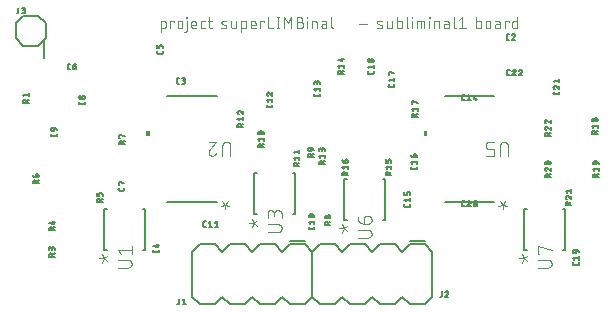
<source format=gbr>
G04 EAGLE Gerber X2 export*
%TF.Part,Single*%
%TF.FileFunction,Legend,Top,1*%
%TF.FilePolarity,Positive*%
%TF.GenerationSoftware,Autodesk,EAGLE,9.0.1*%
%TF.CreationDate,2018-06-21T02:26:47Z*%
G75*
%MOMM*%
%FSLAX34Y34*%
%LPD*%
%AMOC8*
5,1,8,0,0,1.08239X$1,22.5*%
G01*
%ADD10C,0.076200*%
%ADD11C,0.127000*%
%ADD12C,0.203200*%
%ADD13C,0.152400*%

G36*
X351284Y148782D02*
X351284Y148782D01*
X351286Y148781D01*
X351329Y148801D01*
X351373Y148820D01*
X351373Y148822D01*
X351375Y148823D01*
X351408Y148908D01*
X351408Y152718D01*
X351407Y152720D01*
X351408Y152722D01*
X351388Y152765D01*
X351370Y152808D01*
X351368Y152809D01*
X351367Y152811D01*
X351282Y152844D01*
X348742Y152844D01*
X348740Y152843D01*
X348738Y152844D01*
X348695Y152824D01*
X348651Y152805D01*
X348651Y152803D01*
X348649Y152802D01*
X348616Y152718D01*
X348616Y148908D01*
X348617Y148906D01*
X348616Y148903D01*
X348636Y148860D01*
X348654Y148817D01*
X348656Y148816D01*
X348657Y148814D01*
X348742Y148781D01*
X351282Y148781D01*
X351284Y148782D01*
G37*
G36*
X116334Y148782D02*
X116334Y148782D01*
X116336Y148781D01*
X116379Y148801D01*
X116423Y148820D01*
X116423Y148822D01*
X116425Y148823D01*
X116458Y148908D01*
X116458Y152718D01*
X116457Y152720D01*
X116458Y152722D01*
X116438Y152765D01*
X116420Y152808D01*
X116418Y152809D01*
X116417Y152811D01*
X116332Y152844D01*
X113792Y152844D01*
X113790Y152843D01*
X113788Y152844D01*
X113745Y152824D01*
X113701Y152805D01*
X113701Y152803D01*
X113699Y152802D01*
X113666Y152718D01*
X113666Y148908D01*
X113667Y148906D01*
X113666Y148903D01*
X113686Y148860D01*
X113704Y148817D01*
X113706Y148816D01*
X113707Y148814D01*
X113792Y148781D01*
X116332Y148781D01*
X116334Y148782D01*
G37*
D10*
X125794Y236961D02*
X125794Y246359D01*
X128404Y246359D01*
X128404Y246358D02*
X128481Y246356D01*
X128557Y246350D01*
X128634Y246341D01*
X128710Y246328D01*
X128785Y246311D01*
X128859Y246291D01*
X128932Y246266D01*
X129003Y246239D01*
X129074Y246208D01*
X129142Y246173D01*
X129209Y246135D01*
X129274Y246094D01*
X129337Y246050D01*
X129397Y246003D01*
X129456Y245952D01*
X129511Y245899D01*
X129564Y245844D01*
X129615Y245785D01*
X129662Y245725D01*
X129706Y245662D01*
X129747Y245597D01*
X129785Y245530D01*
X129820Y245462D01*
X129851Y245391D01*
X129878Y245320D01*
X129903Y245247D01*
X129923Y245173D01*
X129940Y245098D01*
X129953Y245022D01*
X129962Y244946D01*
X129968Y244869D01*
X129970Y244792D01*
X129970Y244793D02*
X129970Y241660D01*
X129968Y241583D01*
X129962Y241507D01*
X129953Y241430D01*
X129940Y241354D01*
X129923Y241279D01*
X129903Y241205D01*
X129878Y241132D01*
X129851Y241061D01*
X129820Y240990D01*
X129785Y240922D01*
X129747Y240855D01*
X129706Y240790D01*
X129662Y240727D01*
X129615Y240667D01*
X129564Y240608D01*
X129511Y240553D01*
X129456Y240500D01*
X129397Y240449D01*
X129337Y240402D01*
X129274Y240358D01*
X129209Y240317D01*
X129142Y240279D01*
X129074Y240244D01*
X129003Y240213D01*
X128932Y240186D01*
X128859Y240161D01*
X128785Y240141D01*
X128710Y240124D01*
X128634Y240111D01*
X128557Y240102D01*
X128481Y240096D01*
X128404Y240094D01*
X125794Y240094D01*
X134029Y240094D02*
X134029Y246359D01*
X137162Y246359D01*
X137162Y245315D01*
X140073Y244270D02*
X140073Y242182D01*
X140074Y244270D02*
X140076Y244360D01*
X140082Y244449D01*
X140091Y244539D01*
X140105Y244628D01*
X140122Y244716D01*
X140143Y244803D01*
X140168Y244890D01*
X140197Y244975D01*
X140229Y245059D01*
X140264Y245141D01*
X140304Y245222D01*
X140346Y245301D01*
X140392Y245378D01*
X140442Y245453D01*
X140494Y245526D01*
X140550Y245597D01*
X140608Y245665D01*
X140670Y245730D01*
X140734Y245793D01*
X140801Y245853D01*
X140870Y245910D01*
X140942Y245964D01*
X141016Y246015D01*
X141092Y246063D01*
X141170Y246107D01*
X141250Y246148D01*
X141332Y246186D01*
X141415Y246220D01*
X141500Y246250D01*
X141586Y246277D01*
X141672Y246300D01*
X141760Y246319D01*
X141849Y246334D01*
X141938Y246346D01*
X142027Y246354D01*
X142117Y246358D01*
X142207Y246358D01*
X142297Y246354D01*
X142386Y246346D01*
X142475Y246334D01*
X142564Y246319D01*
X142652Y246300D01*
X142738Y246277D01*
X142824Y246250D01*
X142909Y246220D01*
X142992Y246186D01*
X143074Y246148D01*
X143154Y246107D01*
X143232Y246063D01*
X143308Y246015D01*
X143382Y245964D01*
X143454Y245910D01*
X143523Y245853D01*
X143590Y245793D01*
X143654Y245730D01*
X143716Y245665D01*
X143774Y245597D01*
X143830Y245526D01*
X143882Y245453D01*
X143932Y245378D01*
X143978Y245301D01*
X144020Y245222D01*
X144060Y245141D01*
X144095Y245059D01*
X144127Y244975D01*
X144156Y244890D01*
X144181Y244803D01*
X144202Y244716D01*
X144219Y244628D01*
X144233Y244539D01*
X144242Y244449D01*
X144248Y244360D01*
X144250Y244270D01*
X144250Y242182D01*
X144248Y242092D01*
X144242Y242003D01*
X144233Y241913D01*
X144219Y241824D01*
X144202Y241736D01*
X144181Y241649D01*
X144156Y241562D01*
X144127Y241477D01*
X144095Y241393D01*
X144060Y241311D01*
X144020Y241230D01*
X143978Y241151D01*
X143932Y241074D01*
X143882Y240999D01*
X143830Y240926D01*
X143774Y240855D01*
X143716Y240787D01*
X143654Y240722D01*
X143590Y240659D01*
X143523Y240599D01*
X143454Y240542D01*
X143382Y240488D01*
X143308Y240437D01*
X143232Y240389D01*
X143154Y240345D01*
X143074Y240304D01*
X142992Y240266D01*
X142909Y240232D01*
X142824Y240202D01*
X142738Y240175D01*
X142652Y240152D01*
X142564Y240133D01*
X142475Y240118D01*
X142386Y240106D01*
X142297Y240098D01*
X142207Y240094D01*
X142117Y240094D01*
X142027Y240098D01*
X141938Y240106D01*
X141849Y240118D01*
X141760Y240133D01*
X141672Y240152D01*
X141586Y240175D01*
X141500Y240202D01*
X141415Y240232D01*
X141332Y240266D01*
X141250Y240304D01*
X141170Y240345D01*
X141092Y240389D01*
X141016Y240437D01*
X140942Y240488D01*
X140870Y240542D01*
X140801Y240599D01*
X140734Y240659D01*
X140670Y240722D01*
X140608Y240787D01*
X140550Y240855D01*
X140494Y240926D01*
X140442Y240999D01*
X140392Y241074D01*
X140346Y241151D01*
X140304Y241230D01*
X140264Y241311D01*
X140229Y241393D01*
X140197Y241477D01*
X140168Y241562D01*
X140143Y241649D01*
X140122Y241736D01*
X140105Y241824D01*
X140091Y241913D01*
X140082Y242003D01*
X140076Y242092D01*
X140074Y242182D01*
X147800Y238527D02*
X147800Y246359D01*
X147800Y238527D02*
X147798Y238450D01*
X147792Y238374D01*
X147783Y238297D01*
X147770Y238221D01*
X147753Y238146D01*
X147733Y238072D01*
X147708Y237999D01*
X147681Y237928D01*
X147650Y237857D01*
X147615Y237789D01*
X147577Y237722D01*
X147536Y237657D01*
X147492Y237594D01*
X147445Y237534D01*
X147394Y237475D01*
X147341Y237420D01*
X147286Y237367D01*
X147227Y237316D01*
X147167Y237269D01*
X147104Y237225D01*
X147039Y237184D01*
X146972Y237146D01*
X146904Y237111D01*
X146833Y237080D01*
X146762Y237053D01*
X146689Y237028D01*
X146615Y237008D01*
X146540Y236991D01*
X146464Y236978D01*
X146388Y236969D01*
X146311Y236963D01*
X146234Y236961D01*
X145711Y236961D01*
X147539Y248969D02*
X147539Y249492D01*
X148061Y249492D01*
X148061Y248969D01*
X147539Y248969D01*
X153222Y240094D02*
X155833Y240094D01*
X153222Y240094D02*
X153145Y240096D01*
X153069Y240102D01*
X152992Y240111D01*
X152916Y240124D01*
X152841Y240141D01*
X152767Y240161D01*
X152694Y240186D01*
X152623Y240213D01*
X152552Y240244D01*
X152484Y240279D01*
X152417Y240317D01*
X152352Y240358D01*
X152289Y240402D01*
X152229Y240449D01*
X152170Y240500D01*
X152115Y240553D01*
X152062Y240608D01*
X152011Y240667D01*
X151964Y240727D01*
X151920Y240790D01*
X151879Y240855D01*
X151841Y240922D01*
X151806Y240990D01*
X151775Y241061D01*
X151748Y241132D01*
X151723Y241205D01*
X151703Y241279D01*
X151686Y241354D01*
X151673Y241430D01*
X151664Y241507D01*
X151658Y241583D01*
X151656Y241660D01*
X151656Y244270D01*
X151658Y244360D01*
X151664Y244449D01*
X151673Y244539D01*
X151687Y244628D01*
X151704Y244716D01*
X151725Y244803D01*
X151750Y244890D01*
X151779Y244975D01*
X151811Y245059D01*
X151846Y245141D01*
X151886Y245222D01*
X151928Y245301D01*
X151974Y245378D01*
X152024Y245453D01*
X152076Y245526D01*
X152132Y245597D01*
X152190Y245665D01*
X152252Y245730D01*
X152316Y245793D01*
X152383Y245853D01*
X152452Y245910D01*
X152524Y245964D01*
X152598Y246015D01*
X152674Y246063D01*
X152752Y246107D01*
X152832Y246148D01*
X152914Y246186D01*
X152997Y246220D01*
X153082Y246250D01*
X153168Y246277D01*
X153254Y246300D01*
X153342Y246319D01*
X153431Y246334D01*
X153520Y246346D01*
X153609Y246354D01*
X153699Y246358D01*
X153789Y246358D01*
X153879Y246354D01*
X153968Y246346D01*
X154057Y246334D01*
X154146Y246319D01*
X154234Y246300D01*
X154320Y246277D01*
X154406Y246250D01*
X154491Y246220D01*
X154574Y246186D01*
X154656Y246148D01*
X154736Y246107D01*
X154814Y246063D01*
X154890Y246015D01*
X154964Y245964D01*
X155036Y245910D01*
X155105Y245853D01*
X155172Y245793D01*
X155236Y245730D01*
X155298Y245665D01*
X155356Y245597D01*
X155412Y245526D01*
X155464Y245453D01*
X155514Y245378D01*
X155560Y245301D01*
X155602Y245222D01*
X155642Y245141D01*
X155677Y245059D01*
X155709Y244975D01*
X155738Y244890D01*
X155763Y244803D01*
X155784Y244716D01*
X155801Y244628D01*
X155815Y244539D01*
X155824Y244449D01*
X155830Y244360D01*
X155832Y244270D01*
X155833Y244270D02*
X155833Y243226D01*
X151656Y243226D01*
X161157Y240094D02*
X163246Y240094D01*
X161157Y240094D02*
X161080Y240096D01*
X161004Y240102D01*
X160927Y240111D01*
X160851Y240124D01*
X160776Y240141D01*
X160702Y240161D01*
X160629Y240186D01*
X160558Y240213D01*
X160487Y240244D01*
X160419Y240279D01*
X160352Y240317D01*
X160287Y240358D01*
X160224Y240402D01*
X160164Y240449D01*
X160105Y240500D01*
X160050Y240553D01*
X159997Y240608D01*
X159946Y240667D01*
X159899Y240727D01*
X159855Y240790D01*
X159814Y240855D01*
X159776Y240922D01*
X159741Y240990D01*
X159710Y241061D01*
X159683Y241132D01*
X159658Y241205D01*
X159638Y241279D01*
X159621Y241354D01*
X159608Y241430D01*
X159599Y241507D01*
X159593Y241583D01*
X159591Y241660D01*
X159591Y244793D01*
X159593Y244870D01*
X159599Y244946D01*
X159608Y245023D01*
X159621Y245099D01*
X159638Y245174D01*
X159658Y245248D01*
X159683Y245321D01*
X159710Y245392D01*
X159741Y245463D01*
X159776Y245531D01*
X159814Y245598D01*
X159855Y245663D01*
X159899Y245726D01*
X159946Y245786D01*
X159997Y245845D01*
X160050Y245900D01*
X160105Y245953D01*
X160164Y246004D01*
X160224Y246051D01*
X160287Y246095D01*
X160352Y246136D01*
X160419Y246174D01*
X160487Y246209D01*
X160558Y246240D01*
X160629Y246267D01*
X160702Y246292D01*
X160776Y246312D01*
X160851Y246329D01*
X160927Y246342D01*
X161004Y246351D01*
X161080Y246357D01*
X161157Y246359D01*
X163246Y246359D01*
X165822Y246359D02*
X168955Y246359D01*
X166866Y249492D02*
X166866Y241660D01*
X166867Y241660D02*
X166869Y241583D01*
X166875Y241507D01*
X166884Y241430D01*
X166897Y241354D01*
X166914Y241279D01*
X166934Y241205D01*
X166959Y241132D01*
X166986Y241061D01*
X167017Y240990D01*
X167052Y240922D01*
X167090Y240855D01*
X167131Y240790D01*
X167175Y240727D01*
X167222Y240667D01*
X167273Y240608D01*
X167326Y240553D01*
X167381Y240500D01*
X167440Y240449D01*
X167500Y240402D01*
X167563Y240358D01*
X167628Y240317D01*
X167695Y240279D01*
X167763Y240244D01*
X167834Y240213D01*
X167905Y240186D01*
X167978Y240161D01*
X168052Y240141D01*
X168127Y240124D01*
X168203Y240111D01*
X168280Y240102D01*
X168356Y240096D01*
X168433Y240094D01*
X168955Y240094D01*
X178042Y243748D02*
X180652Y242704D01*
X178042Y243748D02*
X177976Y243776D01*
X177911Y243809D01*
X177848Y243844D01*
X177787Y243883D01*
X177728Y243925D01*
X177672Y243970D01*
X177618Y244018D01*
X177567Y244069D01*
X177518Y244122D01*
X177473Y244179D01*
X177430Y244237D01*
X177391Y244297D01*
X177354Y244360D01*
X177322Y244425D01*
X177293Y244491D01*
X177267Y244558D01*
X177245Y244627D01*
X177227Y244697D01*
X177212Y244768D01*
X177201Y244839D01*
X177194Y244911D01*
X177191Y244983D01*
X177192Y245055D01*
X177197Y245128D01*
X177205Y245199D01*
X177217Y245271D01*
X177233Y245341D01*
X177253Y245410D01*
X177277Y245479D01*
X177304Y245546D01*
X177334Y245611D01*
X177368Y245675D01*
X177406Y245737D01*
X177446Y245797D01*
X177490Y245854D01*
X177537Y245909D01*
X177587Y245962D01*
X177639Y246011D01*
X177694Y246058D01*
X177751Y246102D01*
X177811Y246143D01*
X177873Y246180D01*
X177937Y246215D01*
X178002Y246245D01*
X178069Y246273D01*
X178137Y246296D01*
X178207Y246316D01*
X178277Y246332D01*
X178348Y246345D01*
X178420Y246353D01*
X178492Y246358D01*
X178564Y246359D01*
X178715Y246355D01*
X178866Y246347D01*
X179017Y246336D01*
X179168Y246320D01*
X179318Y246300D01*
X179468Y246277D01*
X179617Y246250D01*
X179765Y246219D01*
X179913Y246184D01*
X180059Y246146D01*
X180205Y246103D01*
X180349Y246057D01*
X180492Y246008D01*
X180634Y245955D01*
X180774Y245898D01*
X180913Y245837D01*
X180653Y242704D02*
X180719Y242676D01*
X180784Y242643D01*
X180847Y242608D01*
X180908Y242569D01*
X180967Y242527D01*
X181023Y242482D01*
X181077Y242434D01*
X181128Y242383D01*
X181177Y242330D01*
X181222Y242273D01*
X181265Y242215D01*
X181304Y242155D01*
X181341Y242092D01*
X181373Y242027D01*
X181402Y241961D01*
X181428Y241894D01*
X181450Y241825D01*
X181468Y241755D01*
X181483Y241684D01*
X181494Y241613D01*
X181501Y241541D01*
X181504Y241469D01*
X181503Y241397D01*
X181498Y241324D01*
X181490Y241253D01*
X181478Y241181D01*
X181462Y241111D01*
X181442Y241042D01*
X181418Y240973D01*
X181391Y240906D01*
X181361Y240841D01*
X181327Y240777D01*
X181289Y240715D01*
X181249Y240655D01*
X181205Y240598D01*
X181158Y240543D01*
X181108Y240490D01*
X181056Y240441D01*
X181001Y240394D01*
X180944Y240350D01*
X180884Y240309D01*
X180822Y240272D01*
X180758Y240237D01*
X180693Y240207D01*
X180626Y240179D01*
X180558Y240156D01*
X180488Y240136D01*
X180418Y240120D01*
X180347Y240107D01*
X180275Y240099D01*
X180203Y240094D01*
X180131Y240093D01*
X180131Y240094D02*
X179921Y240099D01*
X179712Y240110D01*
X179503Y240125D01*
X179295Y240145D01*
X179087Y240171D01*
X178880Y240201D01*
X178673Y240236D01*
X178468Y240276D01*
X178263Y240320D01*
X178060Y240370D01*
X177857Y240424D01*
X177656Y240484D01*
X177457Y240547D01*
X177259Y240616D01*
X185488Y241660D02*
X185488Y246359D01*
X185489Y241660D02*
X185491Y241583D01*
X185497Y241507D01*
X185506Y241430D01*
X185519Y241354D01*
X185536Y241279D01*
X185556Y241205D01*
X185581Y241132D01*
X185608Y241061D01*
X185639Y240990D01*
X185674Y240922D01*
X185712Y240855D01*
X185753Y240790D01*
X185797Y240727D01*
X185844Y240667D01*
X185895Y240608D01*
X185948Y240553D01*
X186003Y240500D01*
X186062Y240449D01*
X186122Y240402D01*
X186185Y240358D01*
X186250Y240317D01*
X186317Y240279D01*
X186385Y240244D01*
X186456Y240213D01*
X186527Y240186D01*
X186600Y240161D01*
X186674Y240141D01*
X186749Y240124D01*
X186825Y240111D01*
X186902Y240102D01*
X186978Y240096D01*
X187055Y240094D01*
X189665Y240094D01*
X189665Y246359D01*
X194068Y246359D02*
X194068Y236961D01*
X194068Y246359D02*
X196679Y246359D01*
X196679Y246358D02*
X196756Y246356D01*
X196832Y246350D01*
X196909Y246341D01*
X196985Y246328D01*
X197060Y246311D01*
X197134Y246291D01*
X197207Y246266D01*
X197278Y246239D01*
X197349Y246208D01*
X197417Y246173D01*
X197484Y246135D01*
X197549Y246094D01*
X197612Y246050D01*
X197672Y246003D01*
X197731Y245952D01*
X197786Y245899D01*
X197839Y245844D01*
X197890Y245785D01*
X197937Y245725D01*
X197981Y245662D01*
X198022Y245597D01*
X198060Y245530D01*
X198095Y245462D01*
X198126Y245391D01*
X198153Y245320D01*
X198178Y245247D01*
X198198Y245173D01*
X198215Y245098D01*
X198228Y245022D01*
X198237Y244946D01*
X198243Y244869D01*
X198245Y244792D01*
X198245Y244793D02*
X198245Y241660D01*
X198243Y241583D01*
X198237Y241507D01*
X198228Y241430D01*
X198215Y241354D01*
X198198Y241279D01*
X198178Y241205D01*
X198153Y241132D01*
X198126Y241061D01*
X198095Y240990D01*
X198060Y240922D01*
X198022Y240855D01*
X197981Y240790D01*
X197937Y240727D01*
X197890Y240667D01*
X197839Y240608D01*
X197786Y240553D01*
X197731Y240500D01*
X197672Y240449D01*
X197612Y240402D01*
X197549Y240358D01*
X197484Y240317D01*
X197417Y240279D01*
X197349Y240244D01*
X197278Y240213D01*
X197207Y240186D01*
X197134Y240161D01*
X197060Y240141D01*
X196985Y240124D01*
X196909Y240111D01*
X196832Y240102D01*
X196756Y240096D01*
X196679Y240094D01*
X194068Y240094D01*
X203514Y240094D02*
X206124Y240094D01*
X203514Y240094D02*
X203437Y240096D01*
X203361Y240102D01*
X203284Y240111D01*
X203208Y240124D01*
X203133Y240141D01*
X203059Y240161D01*
X202986Y240186D01*
X202915Y240213D01*
X202844Y240244D01*
X202776Y240279D01*
X202709Y240317D01*
X202644Y240358D01*
X202581Y240402D01*
X202521Y240449D01*
X202462Y240500D01*
X202407Y240553D01*
X202354Y240608D01*
X202303Y240667D01*
X202256Y240727D01*
X202212Y240790D01*
X202171Y240855D01*
X202133Y240922D01*
X202098Y240990D01*
X202067Y241061D01*
X202040Y241132D01*
X202015Y241205D01*
X201995Y241279D01*
X201978Y241354D01*
X201965Y241430D01*
X201956Y241507D01*
X201950Y241583D01*
X201948Y241660D01*
X201947Y241660D02*
X201947Y244270D01*
X201948Y244270D02*
X201950Y244360D01*
X201956Y244449D01*
X201965Y244539D01*
X201979Y244628D01*
X201996Y244716D01*
X202017Y244803D01*
X202042Y244890D01*
X202071Y244975D01*
X202103Y245059D01*
X202138Y245141D01*
X202178Y245222D01*
X202220Y245301D01*
X202266Y245378D01*
X202316Y245453D01*
X202368Y245526D01*
X202424Y245597D01*
X202482Y245665D01*
X202544Y245730D01*
X202608Y245793D01*
X202675Y245853D01*
X202744Y245910D01*
X202816Y245964D01*
X202890Y246015D01*
X202966Y246063D01*
X203044Y246107D01*
X203124Y246148D01*
X203206Y246186D01*
X203289Y246220D01*
X203374Y246250D01*
X203460Y246277D01*
X203546Y246300D01*
X203634Y246319D01*
X203723Y246334D01*
X203812Y246346D01*
X203901Y246354D01*
X203991Y246358D01*
X204081Y246358D01*
X204171Y246354D01*
X204260Y246346D01*
X204349Y246334D01*
X204438Y246319D01*
X204526Y246300D01*
X204612Y246277D01*
X204698Y246250D01*
X204783Y246220D01*
X204866Y246186D01*
X204948Y246148D01*
X205028Y246107D01*
X205106Y246063D01*
X205182Y246015D01*
X205256Y245964D01*
X205328Y245910D01*
X205397Y245853D01*
X205464Y245793D01*
X205528Y245730D01*
X205590Y245665D01*
X205648Y245597D01*
X205704Y245526D01*
X205756Y245453D01*
X205806Y245378D01*
X205852Y245301D01*
X205894Y245222D01*
X205934Y245141D01*
X205969Y245059D01*
X206001Y244975D01*
X206030Y244890D01*
X206055Y244803D01*
X206076Y244716D01*
X206093Y244628D01*
X206107Y244539D01*
X206116Y244449D01*
X206122Y244360D01*
X206124Y244270D01*
X206124Y243226D01*
X201947Y243226D01*
X210228Y240094D02*
X210228Y246359D01*
X213361Y246359D01*
X213361Y245315D01*
X216683Y249492D02*
X216683Y240094D01*
X220860Y240094D01*
X225067Y240094D02*
X225067Y249492D01*
X224023Y240094D02*
X226111Y240094D01*
X226111Y249492D02*
X224023Y249492D01*
X230164Y249492D02*
X230164Y240094D01*
X233297Y244270D02*
X230164Y249492D01*
X233297Y244270D02*
X236429Y249492D01*
X236429Y240094D01*
X241180Y245315D02*
X243791Y245315D01*
X243892Y245313D01*
X243993Y245307D01*
X244094Y245297D01*
X244194Y245284D01*
X244294Y245266D01*
X244393Y245245D01*
X244491Y245219D01*
X244588Y245190D01*
X244684Y245158D01*
X244778Y245121D01*
X244871Y245081D01*
X244963Y245037D01*
X245052Y244990D01*
X245140Y244939D01*
X245226Y244885D01*
X245309Y244828D01*
X245391Y244768D01*
X245469Y244704D01*
X245546Y244638D01*
X245619Y244568D01*
X245690Y244496D01*
X245758Y244421D01*
X245823Y244343D01*
X245885Y244263D01*
X245944Y244181D01*
X246000Y244096D01*
X246052Y244009D01*
X246101Y243921D01*
X246147Y243830D01*
X246188Y243738D01*
X246227Y243644D01*
X246261Y243549D01*
X246292Y243453D01*
X246319Y243355D01*
X246343Y243257D01*
X246362Y243157D01*
X246378Y243057D01*
X246390Y242957D01*
X246398Y242856D01*
X246402Y242755D01*
X246402Y242653D01*
X246398Y242552D01*
X246390Y242451D01*
X246378Y242351D01*
X246362Y242251D01*
X246343Y242151D01*
X246319Y242053D01*
X246292Y241955D01*
X246261Y241859D01*
X246227Y241764D01*
X246188Y241670D01*
X246147Y241578D01*
X246101Y241487D01*
X246052Y241398D01*
X246000Y241312D01*
X245944Y241227D01*
X245885Y241145D01*
X245823Y241065D01*
X245758Y240987D01*
X245690Y240912D01*
X245619Y240840D01*
X245546Y240770D01*
X245469Y240704D01*
X245391Y240640D01*
X245309Y240580D01*
X245226Y240523D01*
X245140Y240469D01*
X245052Y240418D01*
X244963Y240371D01*
X244871Y240327D01*
X244778Y240287D01*
X244684Y240250D01*
X244588Y240218D01*
X244491Y240189D01*
X244393Y240163D01*
X244294Y240142D01*
X244194Y240124D01*
X244094Y240111D01*
X243993Y240101D01*
X243892Y240095D01*
X243791Y240093D01*
X243791Y240094D02*
X241180Y240094D01*
X241180Y249492D01*
X243791Y249492D01*
X243791Y249491D02*
X243881Y249489D01*
X243970Y249483D01*
X244060Y249474D01*
X244149Y249460D01*
X244237Y249443D01*
X244324Y249422D01*
X244411Y249397D01*
X244496Y249368D01*
X244580Y249336D01*
X244662Y249301D01*
X244743Y249261D01*
X244822Y249219D01*
X244899Y249173D01*
X244974Y249123D01*
X245047Y249071D01*
X245118Y249015D01*
X245186Y248957D01*
X245251Y248895D01*
X245314Y248831D01*
X245374Y248764D01*
X245431Y248695D01*
X245485Y248623D01*
X245536Y248549D01*
X245584Y248473D01*
X245628Y248395D01*
X245669Y248315D01*
X245707Y248233D01*
X245741Y248150D01*
X245771Y248065D01*
X245798Y247979D01*
X245821Y247893D01*
X245840Y247805D01*
X245855Y247716D01*
X245867Y247627D01*
X245875Y247538D01*
X245879Y247448D01*
X245879Y247358D01*
X245875Y247268D01*
X245867Y247179D01*
X245855Y247090D01*
X245840Y247001D01*
X245821Y246913D01*
X245798Y246827D01*
X245771Y246741D01*
X245741Y246656D01*
X245707Y246573D01*
X245669Y246491D01*
X245628Y246411D01*
X245584Y246333D01*
X245536Y246257D01*
X245485Y246183D01*
X245431Y246111D01*
X245374Y246042D01*
X245314Y245975D01*
X245251Y245911D01*
X245186Y245849D01*
X245118Y245791D01*
X245047Y245735D01*
X244974Y245683D01*
X244899Y245633D01*
X244822Y245587D01*
X244743Y245545D01*
X244662Y245505D01*
X244580Y245470D01*
X244496Y245438D01*
X244411Y245409D01*
X244324Y245384D01*
X244237Y245363D01*
X244149Y245346D01*
X244060Y245332D01*
X243970Y245323D01*
X243881Y245317D01*
X243791Y245315D01*
X249756Y246359D02*
X249756Y240094D01*
X249495Y248969D02*
X249495Y249492D01*
X250017Y249492D01*
X250017Y248969D01*
X249495Y248969D01*
X253763Y246359D02*
X253763Y240094D01*
X253763Y246359D02*
X256374Y246359D01*
X256374Y246358D02*
X256451Y246356D01*
X256527Y246350D01*
X256604Y246341D01*
X256680Y246328D01*
X256755Y246311D01*
X256829Y246291D01*
X256902Y246266D01*
X256973Y246239D01*
X257044Y246208D01*
X257112Y246173D01*
X257179Y246135D01*
X257244Y246094D01*
X257307Y246050D01*
X257367Y246003D01*
X257426Y245952D01*
X257481Y245899D01*
X257534Y245844D01*
X257585Y245785D01*
X257632Y245725D01*
X257676Y245662D01*
X257717Y245597D01*
X257755Y245530D01*
X257790Y245462D01*
X257821Y245391D01*
X257848Y245320D01*
X257873Y245247D01*
X257893Y245173D01*
X257910Y245098D01*
X257923Y245022D01*
X257932Y244946D01*
X257938Y244869D01*
X257940Y244792D01*
X257940Y244793D02*
X257940Y240094D01*
X263774Y243748D02*
X266124Y243748D01*
X263774Y243748D02*
X263690Y243746D01*
X263605Y243740D01*
X263522Y243730D01*
X263438Y243717D01*
X263356Y243699D01*
X263274Y243678D01*
X263193Y243653D01*
X263114Y243625D01*
X263036Y243592D01*
X262960Y243556D01*
X262885Y243517D01*
X262812Y243474D01*
X262741Y243428D01*
X262673Y243379D01*
X262607Y243327D01*
X262543Y243271D01*
X262482Y243213D01*
X262424Y243152D01*
X262368Y243088D01*
X262316Y243022D01*
X262267Y242954D01*
X262221Y242883D01*
X262178Y242810D01*
X262139Y242735D01*
X262103Y242659D01*
X262070Y242581D01*
X262042Y242502D01*
X262017Y242421D01*
X261996Y242339D01*
X261978Y242257D01*
X261965Y242173D01*
X261955Y242090D01*
X261949Y242005D01*
X261947Y241921D01*
X261949Y241837D01*
X261955Y241752D01*
X261965Y241669D01*
X261978Y241585D01*
X261996Y241503D01*
X262017Y241421D01*
X262042Y241340D01*
X262070Y241261D01*
X262103Y241183D01*
X262139Y241107D01*
X262178Y241032D01*
X262221Y240959D01*
X262267Y240888D01*
X262316Y240820D01*
X262368Y240754D01*
X262424Y240690D01*
X262482Y240629D01*
X262543Y240571D01*
X262607Y240515D01*
X262673Y240463D01*
X262741Y240414D01*
X262812Y240368D01*
X262885Y240325D01*
X262960Y240286D01*
X263036Y240250D01*
X263114Y240217D01*
X263193Y240189D01*
X263274Y240164D01*
X263356Y240143D01*
X263438Y240125D01*
X263522Y240112D01*
X263605Y240102D01*
X263690Y240096D01*
X263774Y240094D01*
X266124Y240094D01*
X266124Y244793D01*
X266122Y244870D01*
X266116Y244946D01*
X266107Y245023D01*
X266094Y245099D01*
X266077Y245174D01*
X266057Y245248D01*
X266032Y245321D01*
X266005Y245392D01*
X265974Y245463D01*
X265939Y245531D01*
X265901Y245598D01*
X265860Y245663D01*
X265816Y245726D01*
X265769Y245786D01*
X265718Y245845D01*
X265665Y245900D01*
X265610Y245953D01*
X265551Y246004D01*
X265491Y246051D01*
X265428Y246095D01*
X265363Y246136D01*
X265296Y246174D01*
X265228Y246209D01*
X265157Y246240D01*
X265086Y246267D01*
X265013Y246292D01*
X264939Y246312D01*
X264864Y246329D01*
X264788Y246342D01*
X264711Y246351D01*
X264635Y246357D01*
X264558Y246359D01*
X262469Y246359D01*
X270348Y249492D02*
X270348Y241660D01*
X270350Y241583D01*
X270356Y241507D01*
X270365Y241430D01*
X270378Y241354D01*
X270395Y241279D01*
X270415Y241205D01*
X270440Y241132D01*
X270467Y241061D01*
X270498Y240990D01*
X270533Y240922D01*
X270571Y240855D01*
X270612Y240790D01*
X270656Y240727D01*
X270703Y240667D01*
X270754Y240608D01*
X270807Y240553D01*
X270862Y240500D01*
X270921Y240449D01*
X270981Y240402D01*
X271044Y240358D01*
X271109Y240317D01*
X271176Y240279D01*
X271244Y240244D01*
X271315Y240213D01*
X271386Y240186D01*
X271459Y240161D01*
X271533Y240141D01*
X271608Y240124D01*
X271684Y240111D01*
X271761Y240102D01*
X271837Y240096D01*
X271914Y240094D01*
X294069Y243748D02*
X300334Y243748D01*
X309917Y243748D02*
X312527Y242704D01*
X309916Y243748D02*
X309850Y243776D01*
X309785Y243809D01*
X309722Y243844D01*
X309661Y243883D01*
X309602Y243925D01*
X309546Y243970D01*
X309492Y244018D01*
X309441Y244069D01*
X309392Y244122D01*
X309347Y244179D01*
X309304Y244237D01*
X309265Y244297D01*
X309228Y244360D01*
X309196Y244425D01*
X309167Y244491D01*
X309141Y244558D01*
X309119Y244627D01*
X309101Y244697D01*
X309086Y244768D01*
X309075Y244839D01*
X309068Y244911D01*
X309065Y244983D01*
X309066Y245055D01*
X309071Y245128D01*
X309079Y245199D01*
X309091Y245271D01*
X309107Y245341D01*
X309127Y245410D01*
X309151Y245479D01*
X309178Y245546D01*
X309208Y245611D01*
X309242Y245675D01*
X309280Y245737D01*
X309320Y245797D01*
X309364Y245854D01*
X309411Y245909D01*
X309461Y245962D01*
X309513Y246011D01*
X309568Y246058D01*
X309625Y246102D01*
X309685Y246143D01*
X309747Y246180D01*
X309811Y246215D01*
X309876Y246245D01*
X309943Y246273D01*
X310011Y246296D01*
X310081Y246316D01*
X310151Y246332D01*
X310222Y246345D01*
X310294Y246353D01*
X310366Y246358D01*
X310438Y246359D01*
X310439Y246359D02*
X310590Y246355D01*
X310741Y246347D01*
X310892Y246336D01*
X311043Y246320D01*
X311193Y246300D01*
X311343Y246277D01*
X311492Y246250D01*
X311640Y246219D01*
X311788Y246184D01*
X311934Y246146D01*
X312080Y246103D01*
X312224Y246057D01*
X312367Y246008D01*
X312509Y245955D01*
X312649Y245898D01*
X312788Y245837D01*
X312527Y242704D02*
X312593Y242676D01*
X312658Y242643D01*
X312721Y242608D01*
X312782Y242569D01*
X312841Y242527D01*
X312897Y242482D01*
X312951Y242434D01*
X313002Y242383D01*
X313051Y242330D01*
X313096Y242273D01*
X313139Y242215D01*
X313178Y242155D01*
X313215Y242092D01*
X313247Y242027D01*
X313276Y241961D01*
X313302Y241894D01*
X313324Y241825D01*
X313342Y241755D01*
X313357Y241684D01*
X313368Y241613D01*
X313375Y241541D01*
X313378Y241469D01*
X313377Y241397D01*
X313372Y241324D01*
X313364Y241253D01*
X313352Y241181D01*
X313336Y241111D01*
X313316Y241042D01*
X313292Y240973D01*
X313265Y240906D01*
X313235Y240841D01*
X313201Y240777D01*
X313163Y240715D01*
X313123Y240655D01*
X313079Y240598D01*
X313032Y240543D01*
X312982Y240490D01*
X312930Y240441D01*
X312875Y240394D01*
X312818Y240350D01*
X312758Y240309D01*
X312696Y240272D01*
X312632Y240237D01*
X312567Y240207D01*
X312500Y240179D01*
X312432Y240156D01*
X312362Y240136D01*
X312292Y240120D01*
X312221Y240107D01*
X312149Y240099D01*
X312077Y240094D01*
X312005Y240093D01*
X312005Y240094D02*
X311795Y240099D01*
X311586Y240110D01*
X311377Y240125D01*
X311169Y240145D01*
X310961Y240171D01*
X310754Y240201D01*
X310547Y240236D01*
X310342Y240276D01*
X310137Y240320D01*
X309934Y240370D01*
X309731Y240424D01*
X309530Y240484D01*
X309331Y240547D01*
X309133Y240616D01*
X317363Y241660D02*
X317363Y246359D01*
X317363Y241660D02*
X317365Y241583D01*
X317371Y241507D01*
X317380Y241430D01*
X317393Y241354D01*
X317410Y241279D01*
X317430Y241205D01*
X317455Y241132D01*
X317482Y241061D01*
X317513Y240990D01*
X317548Y240922D01*
X317586Y240855D01*
X317627Y240790D01*
X317671Y240727D01*
X317718Y240667D01*
X317769Y240608D01*
X317822Y240553D01*
X317877Y240500D01*
X317936Y240449D01*
X317996Y240402D01*
X318059Y240358D01*
X318124Y240317D01*
X318191Y240279D01*
X318259Y240244D01*
X318330Y240213D01*
X318401Y240186D01*
X318474Y240161D01*
X318548Y240141D01*
X318623Y240124D01*
X318699Y240111D01*
X318776Y240102D01*
X318852Y240096D01*
X318929Y240094D01*
X321540Y240094D01*
X321540Y246359D01*
X325943Y249492D02*
X325943Y240094D01*
X328554Y240094D01*
X328631Y240096D01*
X328707Y240102D01*
X328784Y240111D01*
X328860Y240124D01*
X328935Y240141D01*
X329009Y240161D01*
X329082Y240186D01*
X329153Y240213D01*
X329224Y240244D01*
X329292Y240279D01*
X329359Y240317D01*
X329424Y240358D01*
X329487Y240402D01*
X329547Y240449D01*
X329606Y240500D01*
X329661Y240553D01*
X329714Y240608D01*
X329765Y240667D01*
X329812Y240727D01*
X329856Y240790D01*
X329897Y240855D01*
X329935Y240922D01*
X329970Y240990D01*
X330001Y241061D01*
X330028Y241132D01*
X330053Y241205D01*
X330073Y241279D01*
X330090Y241354D01*
X330103Y241430D01*
X330112Y241506D01*
X330118Y241583D01*
X330120Y241660D01*
X330120Y244793D01*
X330118Y244870D01*
X330112Y244946D01*
X330103Y245023D01*
X330090Y245099D01*
X330073Y245174D01*
X330053Y245248D01*
X330028Y245321D01*
X330001Y245392D01*
X329970Y245463D01*
X329935Y245531D01*
X329897Y245598D01*
X329856Y245663D01*
X329812Y245726D01*
X329765Y245786D01*
X329714Y245845D01*
X329661Y245900D01*
X329606Y245953D01*
X329547Y246004D01*
X329487Y246051D01*
X329424Y246095D01*
X329359Y246136D01*
X329292Y246174D01*
X329224Y246209D01*
X329153Y246240D01*
X329082Y246267D01*
X329009Y246292D01*
X328935Y246312D01*
X328860Y246329D01*
X328784Y246342D01*
X328707Y246351D01*
X328631Y246357D01*
X328554Y246359D01*
X325943Y246359D01*
X333948Y249492D02*
X333948Y241660D01*
X333950Y241583D01*
X333956Y241507D01*
X333965Y241430D01*
X333978Y241354D01*
X333995Y241279D01*
X334015Y241205D01*
X334040Y241132D01*
X334067Y241061D01*
X334098Y240990D01*
X334133Y240922D01*
X334171Y240855D01*
X334212Y240790D01*
X334256Y240727D01*
X334303Y240667D01*
X334354Y240608D01*
X334407Y240553D01*
X334462Y240500D01*
X334521Y240449D01*
X334581Y240402D01*
X334644Y240358D01*
X334709Y240317D01*
X334776Y240279D01*
X334844Y240244D01*
X334915Y240213D01*
X334986Y240186D01*
X335059Y240161D01*
X335133Y240141D01*
X335208Y240124D01*
X335284Y240111D01*
X335361Y240102D01*
X335437Y240096D01*
X335514Y240094D01*
X338654Y240094D02*
X338654Y246359D01*
X338393Y248969D02*
X338393Y249492D01*
X338915Y249492D01*
X338915Y248969D01*
X338393Y248969D01*
X342836Y246359D02*
X342836Y240094D01*
X342836Y246359D02*
X347535Y246359D01*
X347612Y246357D01*
X347688Y246351D01*
X347765Y246342D01*
X347841Y246329D01*
X347916Y246312D01*
X347990Y246292D01*
X348063Y246267D01*
X348134Y246240D01*
X348205Y246209D01*
X348273Y246174D01*
X348340Y246136D01*
X348405Y246095D01*
X348468Y246051D01*
X348528Y246004D01*
X348587Y245953D01*
X348642Y245900D01*
X348695Y245845D01*
X348746Y245786D01*
X348793Y245726D01*
X348837Y245663D01*
X348878Y245598D01*
X348916Y245531D01*
X348951Y245463D01*
X348982Y245392D01*
X349009Y245321D01*
X349034Y245248D01*
X349054Y245174D01*
X349071Y245099D01*
X349084Y245023D01*
X349093Y244946D01*
X349099Y244870D01*
X349101Y244793D01*
X349102Y244793D02*
X349102Y240094D01*
X345969Y240094D02*
X345969Y246359D01*
X353284Y246359D02*
X353284Y240094D01*
X353023Y248969D02*
X353023Y249492D01*
X353545Y249492D01*
X353545Y248969D01*
X353023Y248969D01*
X357292Y246359D02*
X357292Y240094D01*
X357292Y246359D02*
X359902Y246359D01*
X359902Y246358D02*
X359979Y246356D01*
X360055Y246350D01*
X360132Y246341D01*
X360208Y246328D01*
X360283Y246311D01*
X360357Y246291D01*
X360430Y246266D01*
X360501Y246239D01*
X360572Y246208D01*
X360640Y246173D01*
X360707Y246135D01*
X360772Y246094D01*
X360835Y246050D01*
X360895Y246003D01*
X360954Y245952D01*
X361009Y245899D01*
X361062Y245844D01*
X361113Y245785D01*
X361160Y245725D01*
X361204Y245662D01*
X361245Y245597D01*
X361283Y245530D01*
X361318Y245462D01*
X361349Y245391D01*
X361376Y245320D01*
X361401Y245247D01*
X361421Y245173D01*
X361438Y245098D01*
X361451Y245022D01*
X361460Y244946D01*
X361466Y244869D01*
X361468Y244792D01*
X361468Y244793D02*
X361468Y240094D01*
X367303Y243748D02*
X369652Y243748D01*
X367303Y243748D02*
X367219Y243746D01*
X367134Y243740D01*
X367051Y243730D01*
X366967Y243717D01*
X366885Y243699D01*
X366803Y243678D01*
X366722Y243653D01*
X366643Y243625D01*
X366565Y243592D01*
X366489Y243556D01*
X366414Y243517D01*
X366341Y243474D01*
X366270Y243428D01*
X366202Y243379D01*
X366136Y243327D01*
X366072Y243271D01*
X366011Y243213D01*
X365953Y243152D01*
X365897Y243088D01*
X365845Y243022D01*
X365796Y242954D01*
X365750Y242883D01*
X365707Y242810D01*
X365668Y242735D01*
X365632Y242659D01*
X365599Y242581D01*
X365571Y242502D01*
X365546Y242421D01*
X365525Y242339D01*
X365507Y242257D01*
X365494Y242173D01*
X365484Y242090D01*
X365478Y242005D01*
X365476Y241921D01*
X365478Y241837D01*
X365484Y241752D01*
X365494Y241669D01*
X365507Y241585D01*
X365525Y241503D01*
X365546Y241421D01*
X365571Y241340D01*
X365599Y241261D01*
X365632Y241183D01*
X365668Y241107D01*
X365707Y241032D01*
X365750Y240959D01*
X365796Y240888D01*
X365845Y240820D01*
X365897Y240754D01*
X365953Y240690D01*
X366011Y240629D01*
X366072Y240571D01*
X366136Y240515D01*
X366202Y240463D01*
X366270Y240414D01*
X366341Y240368D01*
X366414Y240325D01*
X366489Y240286D01*
X366565Y240250D01*
X366643Y240217D01*
X366722Y240189D01*
X366803Y240164D01*
X366885Y240143D01*
X366967Y240125D01*
X367051Y240112D01*
X367134Y240102D01*
X367219Y240096D01*
X367303Y240094D01*
X369652Y240094D01*
X369652Y244793D01*
X369650Y244870D01*
X369644Y244946D01*
X369635Y245023D01*
X369622Y245099D01*
X369605Y245174D01*
X369585Y245248D01*
X369560Y245321D01*
X369533Y245392D01*
X369502Y245463D01*
X369467Y245531D01*
X369429Y245598D01*
X369388Y245663D01*
X369344Y245726D01*
X369297Y245786D01*
X369246Y245845D01*
X369193Y245900D01*
X369138Y245953D01*
X369079Y246004D01*
X369019Y246051D01*
X368956Y246095D01*
X368891Y246136D01*
X368824Y246174D01*
X368756Y246209D01*
X368685Y246240D01*
X368614Y246267D01*
X368541Y246292D01*
X368467Y246312D01*
X368392Y246329D01*
X368316Y246342D01*
X368239Y246351D01*
X368163Y246357D01*
X368086Y246359D01*
X365998Y246359D01*
X373876Y249492D02*
X373876Y241660D01*
X373878Y241583D01*
X373884Y241507D01*
X373893Y241430D01*
X373906Y241354D01*
X373923Y241279D01*
X373943Y241205D01*
X373968Y241132D01*
X373995Y241061D01*
X374026Y240990D01*
X374061Y240922D01*
X374099Y240855D01*
X374140Y240790D01*
X374184Y240727D01*
X374231Y240667D01*
X374282Y240608D01*
X374335Y240553D01*
X374390Y240500D01*
X374449Y240449D01*
X374509Y240402D01*
X374572Y240358D01*
X374637Y240317D01*
X374704Y240279D01*
X374772Y240244D01*
X374843Y240213D01*
X374914Y240186D01*
X374987Y240161D01*
X375061Y240141D01*
X375136Y240124D01*
X375212Y240111D01*
X375289Y240102D01*
X375365Y240096D01*
X375442Y240094D01*
X378715Y247403D02*
X381325Y249492D01*
X381325Y240094D01*
X378715Y240094D02*
X383936Y240094D01*
X392999Y240094D02*
X392999Y249492D01*
X392999Y240094D02*
X395609Y240094D01*
X395686Y240096D01*
X395762Y240102D01*
X395839Y240111D01*
X395915Y240124D01*
X395990Y240141D01*
X396064Y240161D01*
X396137Y240186D01*
X396208Y240213D01*
X396279Y240244D01*
X396347Y240279D01*
X396414Y240317D01*
X396479Y240358D01*
X396542Y240402D01*
X396602Y240449D01*
X396661Y240500D01*
X396716Y240553D01*
X396769Y240608D01*
X396820Y240667D01*
X396867Y240727D01*
X396911Y240790D01*
X396952Y240855D01*
X396990Y240922D01*
X397025Y240990D01*
X397056Y241061D01*
X397083Y241132D01*
X397108Y241205D01*
X397128Y241279D01*
X397145Y241354D01*
X397158Y241430D01*
X397167Y241506D01*
X397173Y241583D01*
X397175Y241660D01*
X397175Y244793D01*
X397173Y244870D01*
X397167Y244946D01*
X397158Y245023D01*
X397145Y245099D01*
X397128Y245174D01*
X397108Y245248D01*
X397083Y245321D01*
X397056Y245392D01*
X397025Y245463D01*
X396990Y245531D01*
X396952Y245598D01*
X396911Y245663D01*
X396867Y245726D01*
X396820Y245786D01*
X396769Y245845D01*
X396716Y245900D01*
X396661Y245953D01*
X396602Y246004D01*
X396542Y246051D01*
X396479Y246095D01*
X396414Y246136D01*
X396347Y246174D01*
X396279Y246209D01*
X396208Y246240D01*
X396137Y246267D01*
X396064Y246292D01*
X395990Y246312D01*
X395915Y246329D01*
X395839Y246342D01*
X395762Y246351D01*
X395686Y246357D01*
X395609Y246359D01*
X392999Y246359D01*
X400878Y244270D02*
X400878Y242182D01*
X400878Y244270D02*
X400880Y244360D01*
X400886Y244449D01*
X400895Y244539D01*
X400909Y244628D01*
X400926Y244716D01*
X400947Y244803D01*
X400972Y244890D01*
X401001Y244975D01*
X401033Y245059D01*
X401068Y245141D01*
X401108Y245222D01*
X401150Y245301D01*
X401196Y245378D01*
X401246Y245453D01*
X401298Y245526D01*
X401354Y245597D01*
X401412Y245665D01*
X401474Y245730D01*
X401538Y245793D01*
X401605Y245853D01*
X401674Y245910D01*
X401746Y245964D01*
X401820Y246015D01*
X401896Y246063D01*
X401974Y246107D01*
X402054Y246148D01*
X402136Y246186D01*
X402219Y246220D01*
X402304Y246250D01*
X402390Y246277D01*
X402476Y246300D01*
X402564Y246319D01*
X402653Y246334D01*
X402742Y246346D01*
X402831Y246354D01*
X402921Y246358D01*
X403011Y246358D01*
X403101Y246354D01*
X403190Y246346D01*
X403279Y246334D01*
X403368Y246319D01*
X403456Y246300D01*
X403542Y246277D01*
X403628Y246250D01*
X403713Y246220D01*
X403796Y246186D01*
X403878Y246148D01*
X403958Y246107D01*
X404036Y246063D01*
X404112Y246015D01*
X404186Y245964D01*
X404258Y245910D01*
X404327Y245853D01*
X404394Y245793D01*
X404458Y245730D01*
X404520Y245665D01*
X404578Y245597D01*
X404634Y245526D01*
X404686Y245453D01*
X404736Y245378D01*
X404782Y245301D01*
X404824Y245222D01*
X404864Y245141D01*
X404899Y245059D01*
X404931Y244975D01*
X404960Y244890D01*
X404985Y244803D01*
X405006Y244716D01*
X405023Y244628D01*
X405037Y244539D01*
X405046Y244449D01*
X405052Y244360D01*
X405054Y244270D01*
X405055Y244270D02*
X405055Y242182D01*
X405054Y242182D02*
X405052Y242092D01*
X405046Y242003D01*
X405037Y241913D01*
X405023Y241824D01*
X405006Y241736D01*
X404985Y241649D01*
X404960Y241562D01*
X404931Y241477D01*
X404899Y241393D01*
X404864Y241311D01*
X404824Y241230D01*
X404782Y241151D01*
X404736Y241074D01*
X404686Y240999D01*
X404634Y240926D01*
X404578Y240855D01*
X404520Y240787D01*
X404458Y240722D01*
X404394Y240659D01*
X404327Y240599D01*
X404258Y240542D01*
X404186Y240488D01*
X404112Y240437D01*
X404036Y240389D01*
X403958Y240345D01*
X403878Y240304D01*
X403796Y240266D01*
X403713Y240232D01*
X403628Y240202D01*
X403542Y240175D01*
X403456Y240152D01*
X403368Y240133D01*
X403279Y240118D01*
X403190Y240106D01*
X403101Y240098D01*
X403011Y240094D01*
X402921Y240094D01*
X402831Y240098D01*
X402742Y240106D01*
X402653Y240118D01*
X402564Y240133D01*
X402476Y240152D01*
X402390Y240175D01*
X402304Y240202D01*
X402219Y240232D01*
X402136Y240266D01*
X402054Y240304D01*
X401974Y240345D01*
X401896Y240389D01*
X401820Y240437D01*
X401746Y240488D01*
X401674Y240542D01*
X401605Y240599D01*
X401538Y240659D01*
X401474Y240722D01*
X401412Y240787D01*
X401354Y240855D01*
X401298Y240926D01*
X401246Y240999D01*
X401196Y241074D01*
X401150Y241151D01*
X401108Y241230D01*
X401068Y241311D01*
X401033Y241393D01*
X401001Y241477D01*
X400972Y241562D01*
X400947Y241649D01*
X400926Y241736D01*
X400909Y241824D01*
X400895Y241913D01*
X400886Y242003D01*
X400880Y242092D01*
X400878Y242182D01*
X410584Y243748D02*
X412934Y243748D01*
X410584Y243748D02*
X410500Y243746D01*
X410415Y243740D01*
X410332Y243730D01*
X410248Y243717D01*
X410166Y243699D01*
X410084Y243678D01*
X410003Y243653D01*
X409924Y243625D01*
X409846Y243592D01*
X409770Y243556D01*
X409695Y243517D01*
X409622Y243474D01*
X409551Y243428D01*
X409483Y243379D01*
X409417Y243327D01*
X409353Y243271D01*
X409292Y243213D01*
X409234Y243152D01*
X409178Y243088D01*
X409126Y243022D01*
X409077Y242954D01*
X409031Y242883D01*
X408988Y242810D01*
X408949Y242735D01*
X408913Y242659D01*
X408880Y242581D01*
X408852Y242502D01*
X408827Y242421D01*
X408806Y242339D01*
X408788Y242257D01*
X408775Y242173D01*
X408765Y242090D01*
X408759Y242005D01*
X408757Y241921D01*
X408759Y241837D01*
X408765Y241752D01*
X408775Y241669D01*
X408788Y241585D01*
X408806Y241503D01*
X408827Y241421D01*
X408852Y241340D01*
X408880Y241261D01*
X408913Y241183D01*
X408949Y241107D01*
X408988Y241032D01*
X409031Y240959D01*
X409077Y240888D01*
X409126Y240820D01*
X409178Y240754D01*
X409234Y240690D01*
X409292Y240629D01*
X409353Y240571D01*
X409417Y240515D01*
X409483Y240463D01*
X409551Y240414D01*
X409622Y240368D01*
X409695Y240325D01*
X409770Y240286D01*
X409846Y240250D01*
X409924Y240217D01*
X410003Y240189D01*
X410084Y240164D01*
X410166Y240143D01*
X410248Y240125D01*
X410332Y240112D01*
X410415Y240102D01*
X410500Y240096D01*
X410584Y240094D01*
X412934Y240094D01*
X412934Y244793D01*
X412933Y244793D02*
X412931Y244870D01*
X412925Y244946D01*
X412916Y245023D01*
X412903Y245099D01*
X412886Y245174D01*
X412866Y245248D01*
X412841Y245321D01*
X412814Y245392D01*
X412783Y245463D01*
X412748Y245531D01*
X412710Y245598D01*
X412669Y245663D01*
X412625Y245726D01*
X412578Y245786D01*
X412527Y245845D01*
X412474Y245900D01*
X412419Y245953D01*
X412360Y246004D01*
X412300Y246051D01*
X412237Y246095D01*
X412172Y246136D01*
X412105Y246174D01*
X412037Y246209D01*
X411966Y246240D01*
X411895Y246267D01*
X411822Y246292D01*
X411748Y246312D01*
X411673Y246329D01*
X411597Y246342D01*
X411520Y246351D01*
X411444Y246357D01*
X411367Y246359D01*
X409279Y246359D01*
X417388Y246359D02*
X417388Y240094D01*
X417388Y246359D02*
X420521Y246359D01*
X420521Y245315D01*
X427564Y249492D02*
X427564Y240094D01*
X424953Y240094D01*
X424876Y240096D01*
X424800Y240102D01*
X424723Y240111D01*
X424647Y240124D01*
X424572Y240141D01*
X424498Y240161D01*
X424425Y240186D01*
X424354Y240213D01*
X424283Y240244D01*
X424215Y240279D01*
X424148Y240317D01*
X424083Y240358D01*
X424020Y240402D01*
X423960Y240449D01*
X423901Y240500D01*
X423846Y240553D01*
X423793Y240608D01*
X423742Y240667D01*
X423695Y240727D01*
X423651Y240790D01*
X423610Y240855D01*
X423572Y240922D01*
X423537Y240990D01*
X423506Y241061D01*
X423479Y241132D01*
X423454Y241205D01*
X423434Y241279D01*
X423417Y241354D01*
X423404Y241430D01*
X423395Y241507D01*
X423389Y241583D01*
X423387Y241660D01*
X423387Y244793D01*
X423389Y244870D01*
X423395Y244946D01*
X423404Y245023D01*
X423417Y245099D01*
X423434Y245174D01*
X423454Y245248D01*
X423479Y245321D01*
X423506Y245392D01*
X423537Y245463D01*
X423572Y245531D01*
X423610Y245598D01*
X423651Y245663D01*
X423695Y245726D01*
X423742Y245786D01*
X423793Y245845D01*
X423846Y245900D01*
X423901Y245953D01*
X423960Y246004D01*
X424020Y246051D01*
X424083Y246095D01*
X424148Y246136D01*
X424215Y246174D01*
X424283Y246209D01*
X424354Y246240D01*
X424425Y246267D01*
X424498Y246292D01*
X424572Y246312D01*
X424647Y246329D01*
X424723Y246342D01*
X424800Y246351D01*
X424876Y246357D01*
X424953Y246359D01*
X427564Y246359D01*
D11*
X255969Y71961D02*
X255969Y70888D01*
X255968Y70888D02*
X255966Y70823D01*
X255960Y70759D01*
X255950Y70695D01*
X255937Y70631D01*
X255919Y70569D01*
X255898Y70508D01*
X255874Y70448D01*
X255845Y70390D01*
X255813Y70333D01*
X255778Y70279D01*
X255740Y70227D01*
X255698Y70177D01*
X255654Y70130D01*
X255607Y70086D01*
X255557Y70044D01*
X255505Y70006D01*
X255451Y69971D01*
X255394Y69939D01*
X255336Y69910D01*
X255276Y69886D01*
X255215Y69865D01*
X255153Y69847D01*
X255089Y69834D01*
X255025Y69824D01*
X254961Y69818D01*
X254896Y69816D01*
X252215Y69816D01*
X252215Y69815D02*
X252150Y69817D01*
X252086Y69823D01*
X252022Y69833D01*
X251958Y69846D01*
X251896Y69864D01*
X251835Y69885D01*
X251775Y69910D01*
X251716Y69938D01*
X251660Y69970D01*
X251605Y70005D01*
X251553Y70043D01*
X251503Y70085D01*
X251456Y70129D01*
X251412Y70176D01*
X251370Y70226D01*
X251332Y70278D01*
X251297Y70333D01*
X251265Y70389D01*
X251237Y70448D01*
X251212Y70507D01*
X251191Y70569D01*
X251173Y70631D01*
X251160Y70695D01*
X251150Y70759D01*
X251144Y70823D01*
X251142Y70888D01*
X251143Y70888D02*
X251143Y71961D01*
X252215Y74417D02*
X251143Y75757D01*
X255969Y75757D01*
X255969Y74417D02*
X255969Y77098D01*
X253556Y79903D02*
X253436Y79905D01*
X253316Y79910D01*
X253196Y79919D01*
X253076Y79932D01*
X252957Y79948D01*
X252838Y79968D01*
X252720Y79992D01*
X252603Y80019D01*
X252487Y80049D01*
X252372Y80083D01*
X252257Y80121D01*
X252144Y80162D01*
X252033Y80206D01*
X251922Y80254D01*
X251813Y80305D01*
X251812Y80306D02*
X251755Y80327D01*
X251699Y80353D01*
X251644Y80381D01*
X251592Y80413D01*
X251541Y80449D01*
X251493Y80487D01*
X251447Y80528D01*
X251404Y80572D01*
X251364Y80618D01*
X251327Y80667D01*
X251293Y80719D01*
X251262Y80772D01*
X251234Y80827D01*
X251210Y80883D01*
X251189Y80941D01*
X251172Y81000D01*
X251159Y81060D01*
X251150Y81121D01*
X251144Y81183D01*
X251142Y81244D01*
X251143Y81244D02*
X251145Y81305D01*
X251151Y81367D01*
X251160Y81428D01*
X251173Y81488D01*
X251190Y81547D01*
X251211Y81605D01*
X251235Y81661D01*
X251263Y81716D01*
X251294Y81769D01*
X251328Y81821D01*
X251365Y81870D01*
X251405Y81916D01*
X251448Y81960D01*
X251494Y82001D01*
X251542Y82039D01*
X251593Y82075D01*
X251645Y82107D01*
X251700Y82135D01*
X251756Y82161D01*
X251813Y82182D01*
X251922Y82233D01*
X252033Y82281D01*
X252144Y82325D01*
X252257Y82366D01*
X252372Y82404D01*
X252487Y82438D01*
X252603Y82468D01*
X252720Y82495D01*
X252838Y82519D01*
X252957Y82539D01*
X253076Y82555D01*
X253196Y82568D01*
X253316Y82577D01*
X253436Y82582D01*
X253556Y82584D01*
X253556Y79903D02*
X253676Y79905D01*
X253796Y79910D01*
X253916Y79919D01*
X254036Y79932D01*
X254155Y79948D01*
X254274Y79968D01*
X254392Y79992D01*
X254509Y80019D01*
X254625Y80049D01*
X254740Y80083D01*
X254855Y80121D01*
X254968Y80162D01*
X255079Y80206D01*
X255190Y80254D01*
X255299Y80305D01*
X255299Y80306D02*
X255356Y80327D01*
X255412Y80353D01*
X255467Y80381D01*
X255519Y80413D01*
X255570Y80449D01*
X255618Y80487D01*
X255664Y80528D01*
X255707Y80572D01*
X255747Y80618D01*
X255784Y80667D01*
X255818Y80719D01*
X255849Y80772D01*
X255877Y80827D01*
X255901Y80883D01*
X255922Y80941D01*
X255939Y81000D01*
X255952Y81060D01*
X255961Y81121D01*
X255967Y81183D01*
X255969Y81244D01*
X255299Y82182D02*
X255190Y82233D01*
X255079Y82281D01*
X254968Y82325D01*
X254855Y82366D01*
X254740Y82404D01*
X254625Y82438D01*
X254509Y82468D01*
X254392Y82495D01*
X254274Y82519D01*
X254155Y82539D01*
X254036Y82555D01*
X253916Y82568D01*
X253796Y82577D01*
X253676Y82582D01*
X253556Y82584D01*
X255298Y82182D02*
X255355Y82161D01*
X255411Y82135D01*
X255466Y82107D01*
X255518Y82075D01*
X255569Y82039D01*
X255617Y82001D01*
X255663Y81960D01*
X255706Y81916D01*
X255746Y81869D01*
X255783Y81821D01*
X255817Y81769D01*
X255848Y81716D01*
X255876Y81661D01*
X255900Y81605D01*
X255921Y81547D01*
X255938Y81488D01*
X255951Y81428D01*
X255960Y81367D01*
X255966Y81305D01*
X255968Y81244D01*
X254896Y80171D02*
X252215Y82316D01*
X164036Y71755D02*
X162963Y71755D01*
X162898Y71757D01*
X162834Y71763D01*
X162770Y71773D01*
X162706Y71786D01*
X162644Y71804D01*
X162583Y71825D01*
X162523Y71849D01*
X162465Y71878D01*
X162408Y71910D01*
X162354Y71945D01*
X162302Y71983D01*
X162252Y72025D01*
X162205Y72069D01*
X162161Y72116D01*
X162119Y72166D01*
X162081Y72218D01*
X162046Y72272D01*
X162014Y72329D01*
X161985Y72387D01*
X161961Y72447D01*
X161940Y72508D01*
X161922Y72570D01*
X161909Y72634D01*
X161899Y72698D01*
X161893Y72762D01*
X161891Y72827D01*
X161891Y75509D01*
X161893Y75574D01*
X161899Y75638D01*
X161909Y75702D01*
X161922Y75766D01*
X161940Y75828D01*
X161961Y75889D01*
X161985Y75949D01*
X162014Y76007D01*
X162046Y76064D01*
X162081Y76118D01*
X162119Y76170D01*
X162161Y76220D01*
X162205Y76267D01*
X162252Y76311D01*
X162302Y76353D01*
X162354Y76391D01*
X162408Y76426D01*
X162465Y76458D01*
X162523Y76487D01*
X162583Y76511D01*
X162644Y76532D01*
X162706Y76550D01*
X162770Y76563D01*
X162834Y76573D01*
X162898Y76579D01*
X162963Y76581D01*
X164036Y76581D01*
X166492Y75509D02*
X167832Y76581D01*
X167832Y71755D01*
X166492Y71755D02*
X169173Y71755D01*
X171978Y75509D02*
X173319Y76581D01*
X173319Y71755D01*
X174659Y71755D02*
X171978Y71755D01*
X220345Y174076D02*
X220345Y175148D01*
X220345Y174076D02*
X220343Y174011D01*
X220337Y173947D01*
X220327Y173883D01*
X220314Y173819D01*
X220296Y173757D01*
X220275Y173696D01*
X220251Y173636D01*
X220222Y173578D01*
X220190Y173521D01*
X220155Y173467D01*
X220117Y173415D01*
X220075Y173365D01*
X220031Y173318D01*
X219984Y173274D01*
X219934Y173232D01*
X219882Y173194D01*
X219828Y173159D01*
X219771Y173127D01*
X219713Y173098D01*
X219653Y173074D01*
X219592Y173053D01*
X219530Y173035D01*
X219466Y173022D01*
X219402Y173012D01*
X219338Y173006D01*
X219273Y173004D01*
X219273Y173003D02*
X216591Y173003D01*
X216526Y173005D01*
X216462Y173011D01*
X216398Y173021D01*
X216334Y173034D01*
X216272Y173052D01*
X216211Y173073D01*
X216151Y173098D01*
X216092Y173126D01*
X216036Y173158D01*
X215981Y173193D01*
X215929Y173231D01*
X215879Y173273D01*
X215832Y173317D01*
X215788Y173364D01*
X215746Y173414D01*
X215708Y173466D01*
X215673Y173521D01*
X215641Y173577D01*
X215613Y173636D01*
X215588Y173695D01*
X215567Y173757D01*
X215549Y173819D01*
X215536Y173883D01*
X215526Y173947D01*
X215520Y174011D01*
X215518Y174076D01*
X215519Y174076D02*
X215519Y175148D01*
X216591Y177604D02*
X215519Y178945D01*
X220345Y178945D01*
X220345Y180285D02*
X220345Y177604D01*
X215519Y184565D02*
X215521Y184633D01*
X215527Y184700D01*
X215536Y184767D01*
X215549Y184834D01*
X215566Y184899D01*
X215587Y184964D01*
X215611Y185027D01*
X215639Y185089D01*
X215670Y185149D01*
X215704Y185207D01*
X215742Y185263D01*
X215782Y185318D01*
X215826Y185369D01*
X215873Y185418D01*
X215922Y185465D01*
X215973Y185509D01*
X216028Y185549D01*
X216084Y185587D01*
X216142Y185621D01*
X216202Y185652D01*
X216264Y185680D01*
X216327Y185704D01*
X216392Y185725D01*
X216457Y185742D01*
X216524Y185755D01*
X216591Y185764D01*
X216658Y185770D01*
X216726Y185772D01*
X215519Y184565D02*
X215521Y184487D01*
X215527Y184409D01*
X215537Y184332D01*
X215550Y184255D01*
X215568Y184179D01*
X215589Y184104D01*
X215614Y184030D01*
X215643Y183958D01*
X215675Y183887D01*
X215711Y183818D01*
X215750Y183750D01*
X215793Y183685D01*
X215839Y183622D01*
X215888Y183561D01*
X215940Y183503D01*
X215995Y183448D01*
X216052Y183395D01*
X216112Y183346D01*
X216175Y183299D01*
X216240Y183256D01*
X216306Y183216D01*
X216375Y183179D01*
X216446Y183146D01*
X216518Y183116D01*
X216592Y183090D01*
X217664Y185370D02*
X217615Y185419D01*
X217563Y185466D01*
X217508Y185509D01*
X217451Y185550D01*
X217392Y185588D01*
X217331Y185622D01*
X217268Y185653D01*
X217204Y185681D01*
X217138Y185705D01*
X217072Y185725D01*
X217004Y185742D01*
X216935Y185755D01*
X216866Y185764D01*
X216796Y185770D01*
X216726Y185772D01*
X217664Y185369D02*
X220345Y183090D01*
X220345Y185772D01*
X260731Y184673D02*
X260731Y183601D01*
X260729Y183536D01*
X260723Y183472D01*
X260713Y183408D01*
X260700Y183344D01*
X260682Y183282D01*
X260661Y183221D01*
X260637Y183161D01*
X260608Y183103D01*
X260576Y183046D01*
X260541Y182992D01*
X260503Y182940D01*
X260461Y182890D01*
X260417Y182843D01*
X260370Y182799D01*
X260320Y182757D01*
X260268Y182719D01*
X260214Y182684D01*
X260157Y182652D01*
X260099Y182623D01*
X260039Y182599D01*
X259978Y182578D01*
X259916Y182560D01*
X259852Y182547D01*
X259788Y182537D01*
X259724Y182531D01*
X259659Y182529D01*
X259659Y182528D02*
X256977Y182528D01*
X256912Y182530D01*
X256848Y182536D01*
X256784Y182546D01*
X256720Y182559D01*
X256658Y182577D01*
X256597Y182598D01*
X256537Y182623D01*
X256478Y182651D01*
X256422Y182683D01*
X256367Y182718D01*
X256315Y182756D01*
X256265Y182798D01*
X256218Y182842D01*
X256174Y182889D01*
X256132Y182939D01*
X256094Y182991D01*
X256059Y183046D01*
X256027Y183102D01*
X255999Y183161D01*
X255974Y183220D01*
X255953Y183282D01*
X255935Y183344D01*
X255922Y183408D01*
X255912Y183472D01*
X255906Y183536D01*
X255904Y183601D01*
X255905Y183601D02*
X255905Y184673D01*
X256977Y187129D02*
X255905Y188470D01*
X260731Y188470D01*
X260731Y189810D02*
X260731Y187129D01*
X260731Y192615D02*
X260731Y193956D01*
X260729Y194027D01*
X260723Y194099D01*
X260714Y194169D01*
X260701Y194239D01*
X260684Y194309D01*
X260663Y194377D01*
X260639Y194444D01*
X260611Y194510D01*
X260580Y194574D01*
X260545Y194637D01*
X260507Y194697D01*
X260466Y194756D01*
X260422Y194812D01*
X260375Y194866D01*
X260326Y194917D01*
X260273Y194965D01*
X260218Y195011D01*
X260161Y195053D01*
X260101Y195093D01*
X260040Y195129D01*
X259976Y195162D01*
X259911Y195191D01*
X259845Y195217D01*
X259777Y195240D01*
X259708Y195259D01*
X259638Y195274D01*
X259568Y195285D01*
X259497Y195293D01*
X259426Y195297D01*
X259354Y195297D01*
X259283Y195293D01*
X259212Y195285D01*
X259142Y195274D01*
X259072Y195259D01*
X259003Y195240D01*
X258935Y195217D01*
X258869Y195191D01*
X258804Y195162D01*
X258740Y195129D01*
X258679Y195093D01*
X258619Y195053D01*
X258562Y195011D01*
X258507Y194965D01*
X258454Y194917D01*
X258405Y194866D01*
X258358Y194812D01*
X258314Y194756D01*
X258273Y194697D01*
X258235Y194637D01*
X258200Y194574D01*
X258169Y194510D01*
X258141Y194444D01*
X258117Y194377D01*
X258096Y194309D01*
X258079Y194239D01*
X258066Y194169D01*
X258057Y194099D01*
X258051Y194027D01*
X258049Y193956D01*
X255905Y194224D02*
X255905Y192615D01*
X255905Y194224D02*
X255907Y194289D01*
X255913Y194353D01*
X255923Y194417D01*
X255936Y194481D01*
X255954Y194543D01*
X255975Y194604D01*
X255999Y194664D01*
X256028Y194722D01*
X256060Y194779D01*
X256095Y194833D01*
X256133Y194885D01*
X256175Y194935D01*
X256219Y194982D01*
X256266Y195026D01*
X256316Y195068D01*
X256368Y195106D01*
X256422Y195141D01*
X256479Y195173D01*
X256537Y195202D01*
X256597Y195226D01*
X256658Y195247D01*
X256720Y195265D01*
X256784Y195278D01*
X256848Y195288D01*
X256912Y195294D01*
X256977Y195296D01*
X257042Y195294D01*
X257106Y195288D01*
X257170Y195278D01*
X257234Y195265D01*
X257296Y195247D01*
X257357Y195226D01*
X257417Y195202D01*
X257475Y195173D01*
X257532Y195141D01*
X257586Y195106D01*
X257638Y195068D01*
X257688Y195026D01*
X257735Y194982D01*
X257779Y194935D01*
X257821Y194885D01*
X257859Y194833D01*
X257894Y194779D01*
X257926Y194722D01*
X257955Y194664D01*
X257979Y194604D01*
X258000Y194543D01*
X258018Y194481D01*
X258031Y194417D01*
X258041Y194353D01*
X258047Y194289D01*
X258049Y194224D01*
X258050Y194224D02*
X258050Y193152D01*
X419707Y230505D02*
X420779Y230505D01*
X419707Y230505D02*
X419642Y230507D01*
X419578Y230513D01*
X419514Y230523D01*
X419450Y230536D01*
X419388Y230554D01*
X419327Y230575D01*
X419267Y230599D01*
X419209Y230628D01*
X419152Y230660D01*
X419098Y230695D01*
X419046Y230733D01*
X418996Y230775D01*
X418949Y230819D01*
X418905Y230866D01*
X418863Y230916D01*
X418825Y230968D01*
X418790Y231022D01*
X418758Y231079D01*
X418729Y231137D01*
X418705Y231197D01*
X418684Y231258D01*
X418666Y231320D01*
X418653Y231384D01*
X418643Y231448D01*
X418637Y231512D01*
X418635Y231577D01*
X418634Y231577D02*
X418634Y234259D01*
X418635Y234259D02*
X418637Y234324D01*
X418643Y234388D01*
X418653Y234452D01*
X418666Y234516D01*
X418684Y234578D01*
X418705Y234639D01*
X418729Y234699D01*
X418758Y234757D01*
X418790Y234814D01*
X418825Y234868D01*
X418863Y234920D01*
X418905Y234970D01*
X418949Y235017D01*
X418996Y235061D01*
X419046Y235103D01*
X419098Y235141D01*
X419152Y235176D01*
X419209Y235208D01*
X419267Y235237D01*
X419327Y235261D01*
X419388Y235282D01*
X419450Y235300D01*
X419514Y235313D01*
X419578Y235323D01*
X419642Y235329D01*
X419707Y235331D01*
X420779Y235331D01*
X424709Y235331D02*
X424777Y235329D01*
X424844Y235323D01*
X424911Y235314D01*
X424978Y235301D01*
X425043Y235284D01*
X425108Y235263D01*
X425171Y235239D01*
X425233Y235211D01*
X425293Y235180D01*
X425351Y235146D01*
X425407Y235108D01*
X425462Y235068D01*
X425513Y235024D01*
X425562Y234977D01*
X425609Y234928D01*
X425653Y234877D01*
X425693Y234822D01*
X425731Y234766D01*
X425765Y234708D01*
X425796Y234648D01*
X425824Y234586D01*
X425848Y234523D01*
X425869Y234458D01*
X425886Y234393D01*
X425899Y234326D01*
X425908Y234259D01*
X425914Y234192D01*
X425916Y234124D01*
X424709Y235331D02*
X424631Y235329D01*
X424553Y235323D01*
X424476Y235313D01*
X424399Y235300D01*
X424323Y235282D01*
X424248Y235261D01*
X424174Y235236D01*
X424102Y235207D01*
X424031Y235175D01*
X423962Y235139D01*
X423894Y235100D01*
X423829Y235057D01*
X423766Y235011D01*
X423705Y234962D01*
X423647Y234910D01*
X423592Y234855D01*
X423539Y234798D01*
X423490Y234738D01*
X423443Y234675D01*
X423400Y234611D01*
X423360Y234544D01*
X423323Y234475D01*
X423290Y234404D01*
X423260Y234332D01*
X423234Y234259D01*
X425514Y233186D02*
X425563Y233235D01*
X425610Y233287D01*
X425653Y233342D01*
X425694Y233399D01*
X425732Y233458D01*
X425766Y233519D01*
X425797Y233582D01*
X425825Y233646D01*
X425849Y233712D01*
X425869Y233778D01*
X425886Y233846D01*
X425899Y233915D01*
X425908Y233984D01*
X425914Y234054D01*
X425916Y234124D01*
X425514Y233186D02*
X423235Y230505D01*
X425916Y230505D01*
X141379Y193294D02*
X140307Y193294D01*
X140242Y193296D01*
X140178Y193302D01*
X140114Y193312D01*
X140050Y193325D01*
X139988Y193343D01*
X139927Y193364D01*
X139867Y193388D01*
X139809Y193417D01*
X139752Y193449D01*
X139698Y193484D01*
X139646Y193522D01*
X139596Y193564D01*
X139549Y193608D01*
X139505Y193655D01*
X139463Y193705D01*
X139425Y193757D01*
X139390Y193811D01*
X139358Y193868D01*
X139329Y193926D01*
X139305Y193986D01*
X139284Y194047D01*
X139266Y194109D01*
X139253Y194173D01*
X139243Y194237D01*
X139237Y194301D01*
X139235Y194366D01*
X139234Y194366D02*
X139234Y197048D01*
X139235Y197048D02*
X139237Y197113D01*
X139243Y197177D01*
X139253Y197241D01*
X139266Y197305D01*
X139284Y197367D01*
X139305Y197428D01*
X139329Y197488D01*
X139358Y197546D01*
X139390Y197603D01*
X139425Y197657D01*
X139463Y197709D01*
X139505Y197759D01*
X139549Y197806D01*
X139596Y197850D01*
X139646Y197892D01*
X139698Y197930D01*
X139752Y197965D01*
X139809Y197997D01*
X139867Y198026D01*
X139927Y198050D01*
X139988Y198071D01*
X140050Y198089D01*
X140114Y198102D01*
X140178Y198112D01*
X140242Y198118D01*
X140307Y198120D01*
X141379Y198120D01*
X143835Y193294D02*
X145175Y193294D01*
X145246Y193296D01*
X145318Y193302D01*
X145388Y193311D01*
X145458Y193324D01*
X145528Y193341D01*
X145596Y193362D01*
X145663Y193386D01*
X145729Y193414D01*
X145793Y193445D01*
X145856Y193480D01*
X145916Y193518D01*
X145975Y193559D01*
X146031Y193603D01*
X146085Y193650D01*
X146136Y193699D01*
X146184Y193752D01*
X146230Y193807D01*
X146272Y193864D01*
X146312Y193924D01*
X146348Y193985D01*
X146381Y194049D01*
X146410Y194114D01*
X146436Y194180D01*
X146459Y194248D01*
X146478Y194317D01*
X146493Y194387D01*
X146504Y194457D01*
X146512Y194528D01*
X146516Y194599D01*
X146516Y194671D01*
X146512Y194742D01*
X146504Y194813D01*
X146493Y194883D01*
X146478Y194953D01*
X146459Y195022D01*
X146436Y195090D01*
X146410Y195156D01*
X146381Y195221D01*
X146348Y195285D01*
X146312Y195346D01*
X146272Y195406D01*
X146230Y195463D01*
X146184Y195518D01*
X146136Y195571D01*
X146085Y195620D01*
X146031Y195667D01*
X145975Y195711D01*
X145916Y195752D01*
X145856Y195790D01*
X145793Y195825D01*
X145729Y195856D01*
X145663Y195884D01*
X145596Y195908D01*
X145528Y195929D01*
X145458Y195946D01*
X145388Y195959D01*
X145318Y195968D01*
X145246Y195974D01*
X145175Y195976D01*
X145443Y198120D02*
X143835Y198120D01*
X145443Y198120D02*
X145508Y198118D01*
X145572Y198112D01*
X145636Y198102D01*
X145700Y198089D01*
X145762Y198071D01*
X145823Y198050D01*
X145883Y198026D01*
X145941Y197997D01*
X145998Y197965D01*
X146052Y197930D01*
X146104Y197892D01*
X146154Y197850D01*
X146201Y197806D01*
X146245Y197759D01*
X146287Y197709D01*
X146325Y197657D01*
X146360Y197603D01*
X146392Y197546D01*
X146421Y197488D01*
X146445Y197428D01*
X146466Y197367D01*
X146484Y197305D01*
X146497Y197241D01*
X146507Y197177D01*
X146513Y197113D01*
X146515Y197048D01*
X146513Y196983D01*
X146507Y196919D01*
X146497Y196855D01*
X146484Y196791D01*
X146466Y196729D01*
X146445Y196668D01*
X146421Y196608D01*
X146392Y196550D01*
X146360Y196493D01*
X146325Y196439D01*
X146287Y196387D01*
X146245Y196337D01*
X146201Y196290D01*
X146154Y196246D01*
X146104Y196204D01*
X146052Y196166D01*
X145998Y196131D01*
X145941Y196099D01*
X145883Y196070D01*
X145823Y196046D01*
X145762Y196025D01*
X145700Y196007D01*
X145636Y195994D01*
X145572Y195984D01*
X145508Y195978D01*
X145443Y195976D01*
X145443Y195975D02*
X144371Y195975D01*
X124206Y52479D02*
X124206Y51407D01*
X124204Y51342D01*
X124198Y51278D01*
X124188Y51214D01*
X124175Y51150D01*
X124157Y51088D01*
X124136Y51027D01*
X124112Y50967D01*
X124083Y50909D01*
X124051Y50852D01*
X124016Y50798D01*
X123978Y50746D01*
X123936Y50696D01*
X123892Y50649D01*
X123845Y50605D01*
X123795Y50563D01*
X123743Y50525D01*
X123689Y50490D01*
X123632Y50458D01*
X123574Y50429D01*
X123514Y50405D01*
X123453Y50384D01*
X123391Y50366D01*
X123327Y50353D01*
X123263Y50343D01*
X123199Y50337D01*
X123134Y50335D01*
X123134Y50334D02*
X120452Y50334D01*
X120387Y50336D01*
X120323Y50342D01*
X120259Y50352D01*
X120195Y50365D01*
X120133Y50383D01*
X120072Y50404D01*
X120012Y50429D01*
X119953Y50457D01*
X119897Y50489D01*
X119842Y50524D01*
X119790Y50562D01*
X119740Y50604D01*
X119693Y50648D01*
X119649Y50695D01*
X119607Y50745D01*
X119569Y50797D01*
X119534Y50852D01*
X119502Y50908D01*
X119474Y50967D01*
X119449Y51026D01*
X119428Y51088D01*
X119410Y51150D01*
X119397Y51214D01*
X119387Y51278D01*
X119381Y51342D01*
X119379Y51407D01*
X119380Y51407D02*
X119380Y52479D01*
X119380Y56007D02*
X123134Y54935D01*
X123134Y57616D01*
X122061Y56812D02*
X124206Y56812D01*
X127381Y219682D02*
X127381Y220754D01*
X127381Y219682D02*
X127379Y219617D01*
X127373Y219553D01*
X127363Y219489D01*
X127350Y219425D01*
X127332Y219363D01*
X127311Y219302D01*
X127287Y219242D01*
X127258Y219184D01*
X127226Y219127D01*
X127191Y219073D01*
X127153Y219021D01*
X127111Y218971D01*
X127067Y218924D01*
X127020Y218880D01*
X126970Y218838D01*
X126918Y218800D01*
X126864Y218765D01*
X126807Y218733D01*
X126749Y218704D01*
X126689Y218680D01*
X126628Y218659D01*
X126566Y218641D01*
X126502Y218628D01*
X126438Y218618D01*
X126374Y218612D01*
X126309Y218610D01*
X126309Y218609D02*
X123627Y218609D01*
X123562Y218611D01*
X123498Y218617D01*
X123434Y218627D01*
X123370Y218640D01*
X123308Y218658D01*
X123247Y218679D01*
X123187Y218704D01*
X123128Y218732D01*
X123072Y218764D01*
X123017Y218799D01*
X122965Y218837D01*
X122915Y218879D01*
X122868Y218923D01*
X122824Y218970D01*
X122782Y219020D01*
X122744Y219072D01*
X122709Y219127D01*
X122677Y219183D01*
X122649Y219242D01*
X122624Y219301D01*
X122603Y219363D01*
X122585Y219425D01*
X122572Y219489D01*
X122562Y219553D01*
X122556Y219617D01*
X122554Y219682D01*
X122555Y219682D02*
X122555Y220754D01*
X127381Y223210D02*
X127381Y224818D01*
X127379Y224883D01*
X127373Y224947D01*
X127363Y225011D01*
X127350Y225075D01*
X127332Y225137D01*
X127311Y225198D01*
X127287Y225258D01*
X127258Y225316D01*
X127226Y225373D01*
X127191Y225427D01*
X127153Y225479D01*
X127111Y225529D01*
X127067Y225576D01*
X127020Y225620D01*
X126970Y225662D01*
X126918Y225700D01*
X126864Y225735D01*
X126807Y225767D01*
X126749Y225796D01*
X126689Y225820D01*
X126628Y225841D01*
X126566Y225859D01*
X126502Y225872D01*
X126438Y225882D01*
X126374Y225888D01*
X126309Y225890D01*
X126309Y225891D02*
X125772Y225891D01*
X125772Y225890D02*
X125707Y225888D01*
X125643Y225882D01*
X125579Y225872D01*
X125515Y225859D01*
X125453Y225841D01*
X125392Y225820D01*
X125332Y225796D01*
X125274Y225767D01*
X125217Y225735D01*
X125163Y225700D01*
X125111Y225662D01*
X125061Y225620D01*
X125014Y225576D01*
X124970Y225529D01*
X124928Y225479D01*
X124890Y225427D01*
X124855Y225373D01*
X124823Y225316D01*
X124794Y225258D01*
X124770Y225198D01*
X124749Y225137D01*
X124731Y225075D01*
X124718Y225011D01*
X124708Y224947D01*
X124702Y224883D01*
X124700Y224818D01*
X124700Y223210D01*
X122555Y223210D01*
X122555Y225891D01*
D12*
X26670Y229870D02*
X26670Y214630D01*
D11*
X48232Y205359D02*
X49304Y205359D01*
X48232Y205359D02*
X48167Y205361D01*
X48103Y205367D01*
X48039Y205377D01*
X47975Y205390D01*
X47913Y205408D01*
X47852Y205429D01*
X47792Y205453D01*
X47734Y205482D01*
X47677Y205514D01*
X47623Y205549D01*
X47571Y205587D01*
X47521Y205629D01*
X47474Y205673D01*
X47430Y205720D01*
X47388Y205770D01*
X47350Y205822D01*
X47315Y205876D01*
X47283Y205933D01*
X47254Y205991D01*
X47230Y206051D01*
X47209Y206112D01*
X47191Y206174D01*
X47178Y206238D01*
X47168Y206302D01*
X47162Y206366D01*
X47160Y206431D01*
X47159Y206431D02*
X47159Y209113D01*
X47160Y209113D02*
X47162Y209178D01*
X47168Y209242D01*
X47178Y209306D01*
X47191Y209370D01*
X47209Y209432D01*
X47230Y209493D01*
X47254Y209553D01*
X47283Y209611D01*
X47315Y209668D01*
X47350Y209722D01*
X47388Y209774D01*
X47430Y209824D01*
X47474Y209871D01*
X47521Y209915D01*
X47571Y209957D01*
X47623Y209995D01*
X47677Y210030D01*
X47734Y210062D01*
X47792Y210091D01*
X47852Y210115D01*
X47913Y210136D01*
X47975Y210154D01*
X48039Y210167D01*
X48103Y210177D01*
X48167Y210183D01*
X48232Y210185D01*
X49304Y210185D01*
X51760Y208040D02*
X53368Y208040D01*
X53433Y208038D01*
X53497Y208032D01*
X53561Y208022D01*
X53625Y208009D01*
X53687Y207991D01*
X53748Y207970D01*
X53808Y207946D01*
X53866Y207917D01*
X53923Y207885D01*
X53977Y207850D01*
X54029Y207812D01*
X54079Y207770D01*
X54126Y207726D01*
X54170Y207679D01*
X54212Y207629D01*
X54250Y207577D01*
X54285Y207523D01*
X54317Y207466D01*
X54346Y207408D01*
X54370Y207348D01*
X54391Y207287D01*
X54409Y207225D01*
X54422Y207161D01*
X54432Y207097D01*
X54438Y207033D01*
X54440Y206968D01*
X54441Y206968D02*
X54441Y206700D01*
X54439Y206629D01*
X54433Y206557D01*
X54424Y206487D01*
X54411Y206417D01*
X54394Y206347D01*
X54373Y206279D01*
X54349Y206212D01*
X54321Y206146D01*
X54290Y206082D01*
X54255Y206019D01*
X54217Y205959D01*
X54176Y205900D01*
X54132Y205844D01*
X54085Y205790D01*
X54036Y205739D01*
X53983Y205691D01*
X53928Y205645D01*
X53871Y205603D01*
X53811Y205563D01*
X53750Y205527D01*
X53686Y205494D01*
X53621Y205465D01*
X53555Y205439D01*
X53487Y205416D01*
X53418Y205397D01*
X53348Y205382D01*
X53278Y205371D01*
X53207Y205363D01*
X53136Y205359D01*
X53064Y205359D01*
X52993Y205363D01*
X52922Y205371D01*
X52852Y205382D01*
X52782Y205397D01*
X52713Y205416D01*
X52645Y205439D01*
X52579Y205465D01*
X52514Y205494D01*
X52450Y205527D01*
X52389Y205563D01*
X52329Y205603D01*
X52272Y205645D01*
X52217Y205691D01*
X52164Y205739D01*
X52115Y205790D01*
X52068Y205844D01*
X52024Y205900D01*
X51983Y205959D01*
X51945Y206019D01*
X51910Y206082D01*
X51879Y206146D01*
X51851Y206212D01*
X51827Y206279D01*
X51806Y206347D01*
X51789Y206417D01*
X51776Y206487D01*
X51767Y206557D01*
X51761Y206629D01*
X51759Y206700D01*
X51760Y206700D02*
X51760Y208040D01*
X51762Y208131D01*
X51768Y208222D01*
X51777Y208312D01*
X51791Y208403D01*
X51808Y208492D01*
X51829Y208580D01*
X51854Y208668D01*
X51883Y208755D01*
X51915Y208840D01*
X51950Y208924D01*
X51990Y209006D01*
X52032Y209086D01*
X52078Y209165D01*
X52128Y209241D01*
X52180Y209315D01*
X52236Y209388D01*
X52295Y209457D01*
X52356Y209524D01*
X52421Y209589D01*
X52488Y209650D01*
X52557Y209709D01*
X52629Y209765D01*
X52704Y209817D01*
X52780Y209867D01*
X52859Y209913D01*
X52939Y209955D01*
X53021Y209995D01*
X53105Y210030D01*
X53190Y210062D01*
X53277Y210091D01*
X53364Y210116D01*
X53453Y210137D01*
X53542Y210154D01*
X53633Y210168D01*
X53723Y210177D01*
X53814Y210183D01*
X53905Y210185D01*
X94933Y104867D02*
X94933Y103794D01*
X94932Y103794D02*
X94930Y103729D01*
X94924Y103665D01*
X94914Y103601D01*
X94901Y103537D01*
X94883Y103475D01*
X94862Y103414D01*
X94838Y103354D01*
X94809Y103296D01*
X94777Y103239D01*
X94742Y103185D01*
X94704Y103133D01*
X94662Y103083D01*
X94618Y103036D01*
X94571Y102992D01*
X94521Y102950D01*
X94469Y102912D01*
X94415Y102877D01*
X94358Y102845D01*
X94300Y102816D01*
X94240Y102792D01*
X94179Y102771D01*
X94117Y102753D01*
X94053Y102740D01*
X93989Y102730D01*
X93925Y102724D01*
X93860Y102722D01*
X91179Y102722D01*
X91179Y102721D02*
X91114Y102723D01*
X91050Y102729D01*
X90986Y102739D01*
X90922Y102752D01*
X90860Y102770D01*
X90799Y102791D01*
X90739Y102816D01*
X90680Y102844D01*
X90624Y102876D01*
X90569Y102911D01*
X90517Y102949D01*
X90467Y102991D01*
X90420Y103035D01*
X90376Y103082D01*
X90334Y103132D01*
X90296Y103184D01*
X90261Y103239D01*
X90229Y103295D01*
X90201Y103354D01*
X90176Y103413D01*
X90155Y103475D01*
X90137Y103537D01*
X90124Y103601D01*
X90114Y103665D01*
X90108Y103729D01*
X90106Y103794D01*
X90107Y103794D02*
X90107Y104867D01*
X90107Y107322D02*
X90643Y107322D01*
X90107Y107322D02*
X90107Y110003D01*
X94933Y108663D01*
X61595Y176819D02*
X61595Y177892D01*
X61595Y176819D02*
X61593Y176754D01*
X61587Y176690D01*
X61577Y176626D01*
X61564Y176562D01*
X61546Y176500D01*
X61525Y176439D01*
X61501Y176379D01*
X61472Y176321D01*
X61440Y176264D01*
X61405Y176210D01*
X61367Y176158D01*
X61325Y176108D01*
X61281Y176061D01*
X61234Y176017D01*
X61184Y175975D01*
X61132Y175937D01*
X61078Y175902D01*
X61021Y175870D01*
X60963Y175841D01*
X60903Y175817D01*
X60842Y175796D01*
X60780Y175778D01*
X60716Y175765D01*
X60652Y175755D01*
X60588Y175749D01*
X60523Y175747D01*
X57841Y175747D01*
X57841Y175746D02*
X57776Y175748D01*
X57712Y175754D01*
X57648Y175764D01*
X57584Y175777D01*
X57522Y175795D01*
X57461Y175816D01*
X57401Y175841D01*
X57342Y175869D01*
X57286Y175901D01*
X57231Y175936D01*
X57179Y175974D01*
X57129Y176016D01*
X57082Y176060D01*
X57038Y176107D01*
X56996Y176157D01*
X56958Y176209D01*
X56923Y176264D01*
X56891Y176320D01*
X56863Y176379D01*
X56838Y176438D01*
X56817Y176500D01*
X56799Y176562D01*
X56786Y176626D01*
X56776Y176690D01*
X56770Y176754D01*
X56768Y176819D01*
X56769Y176819D02*
X56769Y177892D01*
X60254Y180347D02*
X60183Y180349D01*
X60111Y180355D01*
X60041Y180364D01*
X59971Y180377D01*
X59901Y180394D01*
X59833Y180415D01*
X59766Y180439D01*
X59700Y180467D01*
X59636Y180498D01*
X59573Y180533D01*
X59513Y180571D01*
X59454Y180612D01*
X59398Y180656D01*
X59344Y180703D01*
X59293Y180752D01*
X59245Y180805D01*
X59199Y180860D01*
X59157Y180917D01*
X59117Y180977D01*
X59081Y181038D01*
X59048Y181102D01*
X59019Y181167D01*
X58993Y181233D01*
X58970Y181301D01*
X58951Y181370D01*
X58936Y181440D01*
X58925Y181510D01*
X58917Y181581D01*
X58913Y181652D01*
X58913Y181724D01*
X58917Y181795D01*
X58925Y181866D01*
X58936Y181936D01*
X58951Y182006D01*
X58970Y182075D01*
X58993Y182143D01*
X59019Y182209D01*
X59048Y182274D01*
X59081Y182338D01*
X59117Y182399D01*
X59157Y182459D01*
X59199Y182516D01*
X59245Y182571D01*
X59293Y182624D01*
X59344Y182673D01*
X59398Y182720D01*
X59454Y182764D01*
X59513Y182805D01*
X59573Y182843D01*
X59636Y182878D01*
X59700Y182909D01*
X59766Y182937D01*
X59833Y182961D01*
X59901Y182982D01*
X59971Y182999D01*
X60041Y183012D01*
X60111Y183021D01*
X60183Y183027D01*
X60254Y183029D01*
X60325Y183027D01*
X60397Y183021D01*
X60467Y183012D01*
X60537Y182999D01*
X60607Y182982D01*
X60675Y182961D01*
X60742Y182937D01*
X60808Y182909D01*
X60872Y182878D01*
X60935Y182843D01*
X60995Y182805D01*
X61054Y182764D01*
X61110Y182720D01*
X61164Y182673D01*
X61215Y182624D01*
X61263Y182571D01*
X61309Y182516D01*
X61351Y182459D01*
X61391Y182399D01*
X61427Y182338D01*
X61460Y182274D01*
X61489Y182209D01*
X61515Y182143D01*
X61538Y182075D01*
X61557Y182006D01*
X61572Y181936D01*
X61583Y181866D01*
X61591Y181795D01*
X61595Y181724D01*
X61595Y181652D01*
X61591Y181581D01*
X61583Y181510D01*
X61572Y181440D01*
X61557Y181370D01*
X61538Y181301D01*
X61515Y181233D01*
X61489Y181167D01*
X61460Y181102D01*
X61427Y181038D01*
X61391Y180977D01*
X61351Y180917D01*
X61309Y180860D01*
X61263Y180805D01*
X61215Y180752D01*
X61164Y180703D01*
X61110Y180656D01*
X61054Y180612D01*
X60995Y180571D01*
X60935Y180533D01*
X60872Y180498D01*
X60808Y180467D01*
X60742Y180439D01*
X60675Y180415D01*
X60607Y180394D01*
X60537Y180377D01*
X60467Y180364D01*
X60397Y180355D01*
X60325Y180349D01*
X60254Y180347D01*
X57841Y180616D02*
X57776Y180618D01*
X57712Y180624D01*
X57648Y180634D01*
X57584Y180647D01*
X57522Y180665D01*
X57461Y180686D01*
X57401Y180710D01*
X57343Y180739D01*
X57286Y180771D01*
X57232Y180806D01*
X57180Y180844D01*
X57130Y180886D01*
X57083Y180930D01*
X57039Y180977D01*
X56997Y181027D01*
X56959Y181079D01*
X56924Y181133D01*
X56892Y181190D01*
X56863Y181248D01*
X56839Y181308D01*
X56818Y181369D01*
X56800Y181431D01*
X56787Y181495D01*
X56777Y181559D01*
X56771Y181623D01*
X56769Y181688D01*
X56771Y181753D01*
X56777Y181817D01*
X56787Y181881D01*
X56800Y181945D01*
X56818Y182007D01*
X56839Y182068D01*
X56863Y182128D01*
X56892Y182186D01*
X56924Y182243D01*
X56959Y182297D01*
X56997Y182349D01*
X57039Y182399D01*
X57083Y182446D01*
X57130Y182490D01*
X57180Y182532D01*
X57232Y182570D01*
X57286Y182605D01*
X57343Y182637D01*
X57401Y182666D01*
X57461Y182690D01*
X57522Y182711D01*
X57584Y182729D01*
X57648Y182742D01*
X57712Y182752D01*
X57776Y182758D01*
X57841Y182760D01*
X57906Y182758D01*
X57970Y182752D01*
X58034Y182742D01*
X58098Y182729D01*
X58160Y182711D01*
X58221Y182690D01*
X58281Y182666D01*
X58339Y182637D01*
X58396Y182605D01*
X58450Y182570D01*
X58502Y182532D01*
X58552Y182490D01*
X58599Y182446D01*
X58643Y182399D01*
X58685Y182349D01*
X58723Y182297D01*
X58758Y182243D01*
X58790Y182186D01*
X58819Y182128D01*
X58843Y182068D01*
X58864Y182007D01*
X58882Y181945D01*
X58895Y181881D01*
X58905Y181817D01*
X58911Y181753D01*
X58913Y181688D01*
X58911Y181623D01*
X58905Y181559D01*
X58895Y181495D01*
X58882Y181431D01*
X58864Y181369D01*
X58843Y181308D01*
X58819Y181248D01*
X58790Y181190D01*
X58758Y181133D01*
X58723Y181079D01*
X58685Y181027D01*
X58643Y180977D01*
X58599Y180930D01*
X58552Y180886D01*
X58502Y180844D01*
X58450Y180806D01*
X58396Y180771D01*
X58339Y180739D01*
X58281Y180710D01*
X58221Y180686D01*
X58160Y180665D01*
X58098Y180647D01*
X58034Y180634D01*
X57970Y180624D01*
X57906Y180618D01*
X57841Y180616D01*
X37783Y150904D02*
X37783Y149832D01*
X37782Y149832D02*
X37780Y149767D01*
X37774Y149703D01*
X37764Y149639D01*
X37751Y149575D01*
X37733Y149513D01*
X37712Y149452D01*
X37688Y149392D01*
X37659Y149334D01*
X37627Y149277D01*
X37592Y149223D01*
X37554Y149171D01*
X37512Y149121D01*
X37468Y149074D01*
X37421Y149030D01*
X37371Y148988D01*
X37319Y148950D01*
X37265Y148915D01*
X37208Y148883D01*
X37150Y148854D01*
X37090Y148830D01*
X37029Y148809D01*
X36967Y148791D01*
X36903Y148778D01*
X36839Y148768D01*
X36775Y148762D01*
X36710Y148760D01*
X36710Y148759D02*
X34029Y148759D01*
X33964Y148761D01*
X33900Y148767D01*
X33836Y148777D01*
X33772Y148790D01*
X33710Y148808D01*
X33649Y148829D01*
X33589Y148854D01*
X33530Y148882D01*
X33474Y148914D01*
X33419Y148949D01*
X33367Y148987D01*
X33317Y149029D01*
X33270Y149073D01*
X33226Y149120D01*
X33184Y149170D01*
X33146Y149222D01*
X33111Y149277D01*
X33079Y149333D01*
X33051Y149392D01*
X33026Y149451D01*
X33005Y149513D01*
X32987Y149575D01*
X32974Y149639D01*
X32964Y149703D01*
X32958Y149767D01*
X32956Y149832D01*
X32957Y149832D02*
X32957Y150904D01*
X35638Y154432D02*
X35638Y156041D01*
X35637Y154432D02*
X35635Y154367D01*
X35629Y154303D01*
X35619Y154239D01*
X35606Y154175D01*
X35588Y154113D01*
X35567Y154052D01*
X35543Y153992D01*
X35514Y153934D01*
X35482Y153877D01*
X35447Y153823D01*
X35409Y153771D01*
X35367Y153721D01*
X35323Y153674D01*
X35276Y153630D01*
X35226Y153588D01*
X35174Y153550D01*
X35120Y153515D01*
X35063Y153483D01*
X35005Y153454D01*
X34945Y153430D01*
X34884Y153409D01*
X34822Y153391D01*
X34758Y153378D01*
X34694Y153368D01*
X34630Y153362D01*
X34565Y153360D01*
X34297Y153360D01*
X34297Y153359D02*
X34226Y153361D01*
X34154Y153367D01*
X34084Y153376D01*
X34014Y153389D01*
X33944Y153406D01*
X33876Y153427D01*
X33809Y153451D01*
X33743Y153479D01*
X33679Y153510D01*
X33616Y153545D01*
X33556Y153583D01*
X33497Y153624D01*
X33441Y153668D01*
X33387Y153715D01*
X33336Y153764D01*
X33288Y153817D01*
X33242Y153872D01*
X33200Y153929D01*
X33160Y153989D01*
X33124Y154050D01*
X33091Y154114D01*
X33062Y154179D01*
X33036Y154245D01*
X33013Y154313D01*
X32994Y154382D01*
X32979Y154452D01*
X32968Y154522D01*
X32960Y154593D01*
X32956Y154664D01*
X32956Y154736D01*
X32960Y154807D01*
X32968Y154878D01*
X32979Y154948D01*
X32994Y155018D01*
X33013Y155087D01*
X33036Y155155D01*
X33062Y155221D01*
X33091Y155286D01*
X33124Y155350D01*
X33160Y155411D01*
X33200Y155471D01*
X33242Y155528D01*
X33288Y155583D01*
X33336Y155636D01*
X33387Y155685D01*
X33441Y155732D01*
X33497Y155776D01*
X33556Y155817D01*
X33616Y155855D01*
X33679Y155890D01*
X33743Y155921D01*
X33809Y155949D01*
X33876Y155973D01*
X33944Y155994D01*
X34014Y156011D01*
X34084Y156024D01*
X34154Y156033D01*
X34226Y156039D01*
X34297Y156041D01*
X35638Y156041D01*
X35729Y156039D01*
X35820Y156033D01*
X35910Y156024D01*
X36001Y156010D01*
X36090Y155993D01*
X36178Y155972D01*
X36266Y155947D01*
X36353Y155918D01*
X36438Y155886D01*
X36522Y155851D01*
X36604Y155811D01*
X36684Y155769D01*
X36763Y155723D01*
X36839Y155673D01*
X36913Y155621D01*
X36986Y155565D01*
X37055Y155506D01*
X37122Y155445D01*
X37187Y155380D01*
X37248Y155313D01*
X37307Y155244D01*
X37363Y155171D01*
X37415Y155097D01*
X37465Y155021D01*
X37511Y154942D01*
X37553Y154862D01*
X37593Y154780D01*
X37628Y154696D01*
X37660Y154611D01*
X37689Y154524D01*
X37714Y154436D01*
X37735Y154348D01*
X37752Y154259D01*
X37766Y154168D01*
X37775Y154078D01*
X37781Y153987D01*
X37783Y153896D01*
D12*
X247650Y57150D02*
X254000Y50800D01*
X234950Y57150D02*
X228600Y50800D01*
X222250Y57150D01*
X209550Y57150D02*
X203200Y50800D01*
X196850Y57150D01*
X184150Y57150D02*
X177800Y50800D01*
X171450Y57150D01*
X158750Y57150D02*
X152400Y50800D01*
X254000Y50800D02*
X254000Y12700D01*
X247650Y6350D01*
X234950Y6350D01*
X228600Y12700D01*
X222250Y6350D01*
X209550Y6350D01*
X203200Y12700D01*
X196850Y6350D01*
X184150Y6350D01*
X177800Y12700D01*
X171450Y6350D01*
X158750Y6350D01*
X152400Y12700D01*
X152400Y50800D01*
X158750Y57150D02*
X171450Y57150D01*
X184150Y57150D02*
X196850Y57150D01*
X209550Y57150D02*
X222250Y57150D01*
X234950Y57150D02*
X247650Y57150D01*
X247650Y59690D02*
X234950Y59690D01*
X247650Y57150D02*
X254000Y50800D01*
X254000Y12700D01*
X247650Y6350D01*
D11*
X141373Y7359D02*
X141373Y11113D01*
X141373Y7359D02*
X141371Y7294D01*
X141365Y7230D01*
X141355Y7166D01*
X141342Y7102D01*
X141324Y7040D01*
X141303Y6979D01*
X141279Y6919D01*
X141250Y6861D01*
X141218Y6804D01*
X141183Y6750D01*
X141145Y6698D01*
X141103Y6648D01*
X141059Y6601D01*
X141012Y6557D01*
X140962Y6515D01*
X140910Y6477D01*
X140856Y6442D01*
X140799Y6410D01*
X140741Y6381D01*
X140681Y6357D01*
X140620Y6336D01*
X140558Y6318D01*
X140494Y6305D01*
X140430Y6295D01*
X140366Y6289D01*
X140301Y6287D01*
X139765Y6287D01*
X144321Y10040D02*
X145662Y11113D01*
X145662Y6287D01*
X144321Y6287D02*
X147003Y6287D01*
X13970Y176923D02*
X9144Y176923D01*
X9144Y178264D01*
X9146Y178335D01*
X9152Y178407D01*
X9161Y178477D01*
X9174Y178547D01*
X9191Y178617D01*
X9212Y178685D01*
X9236Y178752D01*
X9264Y178818D01*
X9295Y178882D01*
X9330Y178945D01*
X9368Y179005D01*
X9409Y179064D01*
X9453Y179120D01*
X9500Y179174D01*
X9549Y179225D01*
X9602Y179273D01*
X9657Y179319D01*
X9714Y179361D01*
X9774Y179401D01*
X9835Y179437D01*
X9899Y179470D01*
X9964Y179499D01*
X10030Y179525D01*
X10098Y179548D01*
X10167Y179567D01*
X10237Y179582D01*
X10307Y179593D01*
X10378Y179601D01*
X10449Y179605D01*
X10521Y179605D01*
X10592Y179601D01*
X10663Y179593D01*
X10733Y179582D01*
X10803Y179567D01*
X10872Y179548D01*
X10940Y179525D01*
X11006Y179499D01*
X11071Y179470D01*
X11135Y179437D01*
X11196Y179401D01*
X11256Y179361D01*
X11313Y179319D01*
X11368Y179273D01*
X11421Y179225D01*
X11470Y179174D01*
X11517Y179120D01*
X11561Y179064D01*
X11602Y179005D01*
X11640Y178945D01*
X11675Y178882D01*
X11706Y178818D01*
X11734Y178752D01*
X11758Y178685D01*
X11779Y178617D01*
X11796Y178547D01*
X11809Y178477D01*
X11818Y178407D01*
X11824Y178335D01*
X11826Y178264D01*
X11825Y178264D02*
X11825Y176923D01*
X11825Y178532D02*
X13970Y179604D01*
X10216Y182346D02*
X9144Y183686D01*
X13970Y183686D01*
X13970Y182346D02*
X13970Y185027D01*
X208280Y139255D02*
X213106Y139255D01*
X208280Y139255D02*
X208280Y140595D01*
X208282Y140666D01*
X208288Y140738D01*
X208297Y140808D01*
X208310Y140878D01*
X208327Y140948D01*
X208348Y141016D01*
X208372Y141083D01*
X208400Y141149D01*
X208431Y141213D01*
X208466Y141276D01*
X208504Y141336D01*
X208545Y141395D01*
X208589Y141451D01*
X208636Y141505D01*
X208685Y141556D01*
X208738Y141604D01*
X208793Y141650D01*
X208850Y141692D01*
X208910Y141732D01*
X208971Y141768D01*
X209035Y141801D01*
X209100Y141830D01*
X209166Y141856D01*
X209234Y141879D01*
X209303Y141898D01*
X209373Y141913D01*
X209443Y141924D01*
X209514Y141932D01*
X209585Y141936D01*
X209657Y141936D01*
X209728Y141932D01*
X209799Y141924D01*
X209869Y141913D01*
X209939Y141898D01*
X210008Y141879D01*
X210076Y141856D01*
X210142Y141830D01*
X210207Y141801D01*
X210271Y141768D01*
X210332Y141732D01*
X210392Y141692D01*
X210449Y141650D01*
X210504Y141604D01*
X210557Y141556D01*
X210606Y141505D01*
X210653Y141451D01*
X210697Y141395D01*
X210738Y141336D01*
X210776Y141276D01*
X210811Y141213D01*
X210842Y141149D01*
X210870Y141083D01*
X210894Y141016D01*
X210915Y140948D01*
X210932Y140878D01*
X210945Y140808D01*
X210954Y140738D01*
X210960Y140666D01*
X210962Y140595D01*
X210961Y140595D02*
X210961Y139255D01*
X210961Y140864D02*
X213106Y141936D01*
X209352Y144678D02*
X208280Y146018D01*
X213106Y146018D01*
X213106Y144678D02*
X213106Y147359D01*
X210693Y150164D02*
X210573Y150166D01*
X210453Y150171D01*
X210333Y150180D01*
X210213Y150193D01*
X210094Y150209D01*
X209975Y150229D01*
X209857Y150253D01*
X209740Y150280D01*
X209624Y150310D01*
X209509Y150344D01*
X209394Y150382D01*
X209281Y150423D01*
X209170Y150467D01*
X209059Y150515D01*
X208950Y150566D01*
X208893Y150587D01*
X208837Y150613D01*
X208782Y150641D01*
X208730Y150673D01*
X208679Y150709D01*
X208631Y150747D01*
X208585Y150788D01*
X208542Y150832D01*
X208502Y150878D01*
X208465Y150927D01*
X208431Y150979D01*
X208400Y151032D01*
X208372Y151087D01*
X208348Y151143D01*
X208327Y151201D01*
X208310Y151260D01*
X208297Y151320D01*
X208288Y151381D01*
X208282Y151443D01*
X208280Y151504D01*
X208282Y151565D01*
X208288Y151627D01*
X208297Y151688D01*
X208310Y151748D01*
X208327Y151807D01*
X208348Y151865D01*
X208372Y151921D01*
X208400Y151976D01*
X208431Y152029D01*
X208465Y152081D01*
X208502Y152130D01*
X208542Y152176D01*
X208585Y152220D01*
X208631Y152261D01*
X208679Y152299D01*
X208730Y152335D01*
X208782Y152367D01*
X208837Y152395D01*
X208893Y152421D01*
X208950Y152442D01*
X208950Y152443D02*
X209059Y152494D01*
X209170Y152542D01*
X209281Y152586D01*
X209394Y152627D01*
X209509Y152665D01*
X209624Y152699D01*
X209740Y152729D01*
X209857Y152756D01*
X209975Y152780D01*
X210094Y152800D01*
X210213Y152816D01*
X210333Y152829D01*
X210453Y152838D01*
X210573Y152843D01*
X210693Y152845D01*
X210693Y150164D02*
X210813Y150166D01*
X210933Y150171D01*
X211053Y150180D01*
X211173Y150193D01*
X211292Y150209D01*
X211411Y150229D01*
X211529Y150253D01*
X211646Y150280D01*
X211762Y150310D01*
X211877Y150344D01*
X211992Y150382D01*
X212105Y150423D01*
X212216Y150467D01*
X212327Y150515D01*
X212436Y150566D01*
X212493Y150587D01*
X212549Y150613D01*
X212604Y150641D01*
X212656Y150673D01*
X212707Y150709D01*
X212755Y150747D01*
X212801Y150788D01*
X212844Y150832D01*
X212884Y150878D01*
X212921Y150927D01*
X212955Y150979D01*
X212986Y151032D01*
X213014Y151087D01*
X213038Y151143D01*
X213059Y151201D01*
X213076Y151260D01*
X213089Y151320D01*
X213098Y151381D01*
X213104Y151443D01*
X213106Y151504D01*
X212436Y152443D02*
X212327Y152494D01*
X212216Y152542D01*
X212105Y152586D01*
X211992Y152627D01*
X211877Y152665D01*
X211762Y152699D01*
X211646Y152729D01*
X211529Y152756D01*
X211411Y152780D01*
X211292Y152800D01*
X211173Y152816D01*
X211053Y152829D01*
X210933Y152838D01*
X210813Y152843D01*
X210693Y152845D01*
X212436Y152442D02*
X212493Y152421D01*
X212549Y152395D01*
X212604Y152367D01*
X212656Y152335D01*
X212707Y152299D01*
X212755Y152261D01*
X212801Y152220D01*
X212844Y152176D01*
X212884Y152129D01*
X212921Y152081D01*
X212955Y152029D01*
X212986Y151976D01*
X213014Y151921D01*
X213038Y151865D01*
X213059Y151807D01*
X213076Y151748D01*
X213089Y151688D01*
X213098Y151627D01*
X213104Y151565D01*
X213106Y151504D01*
X212034Y150432D02*
X209352Y152577D01*
X238443Y123380D02*
X243269Y123380D01*
X238443Y123380D02*
X238443Y124720D01*
X238442Y124720D02*
X238444Y124791D01*
X238450Y124863D01*
X238459Y124933D01*
X238472Y125003D01*
X238489Y125073D01*
X238510Y125141D01*
X238534Y125208D01*
X238562Y125274D01*
X238593Y125338D01*
X238628Y125401D01*
X238666Y125461D01*
X238707Y125520D01*
X238751Y125576D01*
X238798Y125630D01*
X238847Y125681D01*
X238900Y125729D01*
X238955Y125775D01*
X239012Y125817D01*
X239072Y125857D01*
X239133Y125893D01*
X239197Y125926D01*
X239262Y125955D01*
X239328Y125981D01*
X239396Y126004D01*
X239465Y126023D01*
X239535Y126038D01*
X239605Y126049D01*
X239676Y126057D01*
X239747Y126061D01*
X239819Y126061D01*
X239890Y126057D01*
X239961Y126049D01*
X240031Y126038D01*
X240101Y126023D01*
X240170Y126004D01*
X240238Y125981D01*
X240304Y125955D01*
X240369Y125926D01*
X240433Y125893D01*
X240494Y125857D01*
X240554Y125817D01*
X240611Y125775D01*
X240666Y125729D01*
X240719Y125681D01*
X240768Y125630D01*
X240815Y125576D01*
X240859Y125520D01*
X240900Y125461D01*
X240938Y125401D01*
X240973Y125338D01*
X241004Y125274D01*
X241032Y125208D01*
X241056Y125141D01*
X241077Y125073D01*
X241094Y125003D01*
X241107Y124933D01*
X241116Y124863D01*
X241122Y124791D01*
X241124Y124720D01*
X241124Y123380D01*
X241124Y124989D02*
X243269Y126061D01*
X239515Y128803D02*
X238443Y130143D01*
X243269Y130143D01*
X243269Y128803D02*
X243269Y131484D01*
X239515Y134289D02*
X238443Y135629D01*
X243269Y135629D01*
X243269Y134289D02*
X243269Y136970D01*
X195644Y156717D02*
X190818Y156717D01*
X190818Y158058D01*
X190817Y158058D02*
X190819Y158129D01*
X190825Y158201D01*
X190834Y158271D01*
X190847Y158341D01*
X190864Y158411D01*
X190885Y158479D01*
X190909Y158546D01*
X190937Y158612D01*
X190968Y158676D01*
X191003Y158739D01*
X191041Y158799D01*
X191082Y158858D01*
X191126Y158914D01*
X191173Y158968D01*
X191222Y159019D01*
X191275Y159067D01*
X191330Y159113D01*
X191387Y159155D01*
X191447Y159195D01*
X191508Y159231D01*
X191572Y159264D01*
X191637Y159293D01*
X191703Y159319D01*
X191771Y159342D01*
X191840Y159361D01*
X191910Y159376D01*
X191980Y159387D01*
X192051Y159395D01*
X192122Y159399D01*
X192194Y159399D01*
X192265Y159395D01*
X192336Y159387D01*
X192406Y159376D01*
X192476Y159361D01*
X192545Y159342D01*
X192613Y159319D01*
X192679Y159293D01*
X192744Y159264D01*
X192808Y159231D01*
X192869Y159195D01*
X192929Y159155D01*
X192986Y159113D01*
X193041Y159067D01*
X193094Y159019D01*
X193143Y158968D01*
X193190Y158914D01*
X193234Y158858D01*
X193275Y158799D01*
X193313Y158739D01*
X193348Y158676D01*
X193379Y158612D01*
X193407Y158546D01*
X193431Y158479D01*
X193452Y158411D01*
X193469Y158341D01*
X193482Y158271D01*
X193491Y158201D01*
X193497Y158129D01*
X193499Y158058D01*
X193499Y156717D01*
X193499Y158326D02*
X195644Y159399D01*
X191890Y162140D02*
X190818Y163481D01*
X195644Y163481D01*
X195644Y164821D02*
X195644Y162140D01*
X190817Y169101D02*
X190819Y169169D01*
X190825Y169236D01*
X190834Y169303D01*
X190847Y169370D01*
X190864Y169435D01*
X190885Y169500D01*
X190909Y169563D01*
X190937Y169625D01*
X190968Y169685D01*
X191002Y169743D01*
X191040Y169799D01*
X191080Y169854D01*
X191124Y169905D01*
X191171Y169954D01*
X191220Y170001D01*
X191271Y170045D01*
X191326Y170085D01*
X191382Y170123D01*
X191440Y170157D01*
X191500Y170188D01*
X191562Y170216D01*
X191625Y170240D01*
X191690Y170261D01*
X191755Y170278D01*
X191822Y170291D01*
X191889Y170300D01*
X191956Y170306D01*
X192024Y170308D01*
X190817Y169101D02*
X190819Y169023D01*
X190825Y168945D01*
X190835Y168868D01*
X190848Y168791D01*
X190866Y168715D01*
X190887Y168640D01*
X190912Y168566D01*
X190941Y168494D01*
X190973Y168423D01*
X191009Y168354D01*
X191048Y168286D01*
X191091Y168221D01*
X191137Y168158D01*
X191186Y168097D01*
X191238Y168039D01*
X191293Y167984D01*
X191350Y167931D01*
X191410Y167882D01*
X191473Y167835D01*
X191538Y167792D01*
X191604Y167752D01*
X191673Y167715D01*
X191744Y167682D01*
X191816Y167652D01*
X191890Y167626D01*
X192962Y169906D02*
X192913Y169955D01*
X192861Y170002D01*
X192806Y170045D01*
X192749Y170086D01*
X192690Y170124D01*
X192629Y170158D01*
X192566Y170189D01*
X192502Y170217D01*
X192436Y170241D01*
X192370Y170261D01*
X192302Y170278D01*
X192233Y170291D01*
X192164Y170300D01*
X192094Y170306D01*
X192024Y170308D01*
X192962Y169905D02*
X195644Y167626D01*
X195644Y170308D01*
X36195Y46748D02*
X31369Y46748D01*
X31369Y48089D01*
X31371Y48160D01*
X31377Y48232D01*
X31386Y48302D01*
X31399Y48372D01*
X31416Y48442D01*
X31437Y48510D01*
X31461Y48577D01*
X31489Y48643D01*
X31520Y48707D01*
X31555Y48770D01*
X31593Y48830D01*
X31634Y48889D01*
X31678Y48945D01*
X31725Y48999D01*
X31774Y49050D01*
X31827Y49098D01*
X31882Y49144D01*
X31939Y49186D01*
X31999Y49226D01*
X32060Y49262D01*
X32124Y49295D01*
X32189Y49324D01*
X32255Y49350D01*
X32323Y49373D01*
X32392Y49392D01*
X32462Y49407D01*
X32532Y49418D01*
X32603Y49426D01*
X32674Y49430D01*
X32746Y49430D01*
X32817Y49426D01*
X32888Y49418D01*
X32958Y49407D01*
X33028Y49392D01*
X33097Y49373D01*
X33165Y49350D01*
X33231Y49324D01*
X33296Y49295D01*
X33360Y49262D01*
X33421Y49226D01*
X33481Y49186D01*
X33538Y49144D01*
X33593Y49098D01*
X33646Y49050D01*
X33695Y48999D01*
X33742Y48945D01*
X33786Y48889D01*
X33827Y48830D01*
X33865Y48770D01*
X33900Y48707D01*
X33931Y48643D01*
X33959Y48577D01*
X33983Y48510D01*
X34004Y48442D01*
X34021Y48372D01*
X34034Y48302D01*
X34043Y48232D01*
X34049Y48160D01*
X34051Y48089D01*
X34050Y48089D02*
X34050Y46748D01*
X34050Y48357D02*
X36195Y49429D01*
X36195Y52171D02*
X36195Y53511D01*
X36193Y53582D01*
X36187Y53654D01*
X36178Y53724D01*
X36165Y53794D01*
X36148Y53864D01*
X36127Y53932D01*
X36103Y53999D01*
X36075Y54065D01*
X36044Y54129D01*
X36009Y54192D01*
X35971Y54252D01*
X35930Y54311D01*
X35886Y54367D01*
X35839Y54421D01*
X35790Y54472D01*
X35737Y54520D01*
X35682Y54566D01*
X35625Y54608D01*
X35565Y54648D01*
X35504Y54684D01*
X35440Y54717D01*
X35375Y54746D01*
X35309Y54772D01*
X35241Y54795D01*
X35172Y54814D01*
X35102Y54829D01*
X35032Y54840D01*
X34961Y54848D01*
X34890Y54852D01*
X34818Y54852D01*
X34747Y54848D01*
X34676Y54840D01*
X34606Y54829D01*
X34536Y54814D01*
X34467Y54795D01*
X34399Y54772D01*
X34333Y54746D01*
X34268Y54717D01*
X34204Y54684D01*
X34143Y54648D01*
X34083Y54608D01*
X34026Y54566D01*
X33971Y54520D01*
X33918Y54472D01*
X33869Y54421D01*
X33822Y54367D01*
X33778Y54311D01*
X33737Y54252D01*
X33699Y54192D01*
X33664Y54129D01*
X33633Y54065D01*
X33605Y53999D01*
X33581Y53932D01*
X33560Y53864D01*
X33543Y53794D01*
X33530Y53724D01*
X33521Y53654D01*
X33515Y53582D01*
X33513Y53511D01*
X31369Y53779D02*
X31369Y52171D01*
X31369Y53779D02*
X31371Y53844D01*
X31377Y53908D01*
X31387Y53972D01*
X31400Y54036D01*
X31418Y54098D01*
X31439Y54159D01*
X31463Y54219D01*
X31492Y54277D01*
X31524Y54334D01*
X31559Y54388D01*
X31597Y54440D01*
X31639Y54490D01*
X31683Y54537D01*
X31730Y54581D01*
X31780Y54623D01*
X31832Y54661D01*
X31886Y54696D01*
X31943Y54728D01*
X32001Y54757D01*
X32061Y54781D01*
X32122Y54802D01*
X32184Y54820D01*
X32248Y54833D01*
X32312Y54843D01*
X32376Y54849D01*
X32441Y54851D01*
X32506Y54849D01*
X32570Y54843D01*
X32634Y54833D01*
X32698Y54820D01*
X32760Y54802D01*
X32821Y54781D01*
X32881Y54757D01*
X32939Y54728D01*
X32996Y54696D01*
X33050Y54661D01*
X33102Y54623D01*
X33152Y54581D01*
X33199Y54537D01*
X33243Y54490D01*
X33285Y54440D01*
X33323Y54388D01*
X33358Y54334D01*
X33390Y54277D01*
X33419Y54219D01*
X33443Y54159D01*
X33464Y54098D01*
X33482Y54036D01*
X33495Y53972D01*
X33505Y53908D01*
X33511Y53844D01*
X33513Y53779D01*
X33514Y53779D02*
X33514Y52707D01*
X31369Y68973D02*
X36195Y68973D01*
X31369Y68973D02*
X31369Y70314D01*
X31371Y70385D01*
X31377Y70457D01*
X31386Y70527D01*
X31399Y70597D01*
X31416Y70667D01*
X31437Y70735D01*
X31461Y70802D01*
X31489Y70868D01*
X31520Y70932D01*
X31555Y70995D01*
X31593Y71055D01*
X31634Y71114D01*
X31678Y71170D01*
X31725Y71224D01*
X31774Y71275D01*
X31827Y71323D01*
X31882Y71369D01*
X31939Y71411D01*
X31999Y71451D01*
X32060Y71487D01*
X32124Y71520D01*
X32189Y71549D01*
X32255Y71575D01*
X32323Y71598D01*
X32392Y71617D01*
X32462Y71632D01*
X32532Y71643D01*
X32603Y71651D01*
X32674Y71655D01*
X32746Y71655D01*
X32817Y71651D01*
X32888Y71643D01*
X32958Y71632D01*
X33028Y71617D01*
X33097Y71598D01*
X33165Y71575D01*
X33231Y71549D01*
X33296Y71520D01*
X33360Y71487D01*
X33421Y71451D01*
X33481Y71411D01*
X33538Y71369D01*
X33593Y71323D01*
X33646Y71275D01*
X33695Y71224D01*
X33742Y71170D01*
X33786Y71114D01*
X33827Y71055D01*
X33865Y70995D01*
X33900Y70932D01*
X33931Y70868D01*
X33959Y70802D01*
X33983Y70735D01*
X34004Y70667D01*
X34021Y70597D01*
X34034Y70527D01*
X34043Y70457D01*
X34049Y70385D01*
X34051Y70314D01*
X34050Y70314D02*
X34050Y68973D01*
X34050Y70582D02*
X36195Y71654D01*
X35123Y74396D02*
X31369Y75468D01*
X35123Y74396D02*
X35123Y77077D01*
X34050Y76273D02*
X36195Y76273D01*
X71755Y92786D02*
X76581Y92786D01*
X71755Y92786D02*
X71755Y94126D01*
X71757Y94197D01*
X71763Y94269D01*
X71772Y94339D01*
X71785Y94409D01*
X71802Y94479D01*
X71823Y94547D01*
X71847Y94614D01*
X71875Y94680D01*
X71906Y94744D01*
X71941Y94807D01*
X71979Y94867D01*
X72020Y94926D01*
X72064Y94982D01*
X72111Y95036D01*
X72160Y95087D01*
X72213Y95135D01*
X72268Y95181D01*
X72325Y95223D01*
X72385Y95263D01*
X72446Y95299D01*
X72510Y95332D01*
X72575Y95361D01*
X72641Y95387D01*
X72709Y95410D01*
X72778Y95429D01*
X72848Y95444D01*
X72918Y95455D01*
X72989Y95463D01*
X73060Y95467D01*
X73132Y95467D01*
X73203Y95463D01*
X73274Y95455D01*
X73344Y95444D01*
X73414Y95429D01*
X73483Y95410D01*
X73551Y95387D01*
X73617Y95361D01*
X73682Y95332D01*
X73746Y95299D01*
X73807Y95263D01*
X73867Y95223D01*
X73924Y95181D01*
X73979Y95135D01*
X74032Y95087D01*
X74081Y95036D01*
X74128Y94982D01*
X74172Y94926D01*
X74213Y94867D01*
X74251Y94807D01*
X74286Y94744D01*
X74317Y94680D01*
X74345Y94614D01*
X74369Y94547D01*
X74390Y94479D01*
X74407Y94409D01*
X74420Y94339D01*
X74429Y94269D01*
X74435Y94197D01*
X74437Y94126D01*
X74436Y94126D02*
X74436Y92786D01*
X74436Y94394D02*
X76581Y95467D01*
X76581Y98208D02*
X76581Y99817D01*
X76579Y99882D01*
X76573Y99946D01*
X76563Y100010D01*
X76550Y100074D01*
X76532Y100136D01*
X76511Y100197D01*
X76487Y100257D01*
X76458Y100315D01*
X76426Y100372D01*
X76391Y100426D01*
X76353Y100478D01*
X76311Y100528D01*
X76267Y100575D01*
X76220Y100619D01*
X76170Y100661D01*
X76118Y100699D01*
X76064Y100734D01*
X76007Y100766D01*
X75949Y100795D01*
X75889Y100819D01*
X75828Y100840D01*
X75766Y100858D01*
X75702Y100871D01*
X75638Y100881D01*
X75574Y100887D01*
X75509Y100889D01*
X74972Y100889D01*
X74907Y100887D01*
X74843Y100881D01*
X74779Y100871D01*
X74715Y100858D01*
X74653Y100840D01*
X74592Y100819D01*
X74532Y100795D01*
X74474Y100766D01*
X74417Y100734D01*
X74363Y100699D01*
X74311Y100661D01*
X74261Y100619D01*
X74214Y100575D01*
X74170Y100528D01*
X74128Y100478D01*
X74090Y100426D01*
X74055Y100372D01*
X74023Y100315D01*
X73994Y100257D01*
X73970Y100197D01*
X73949Y100136D01*
X73931Y100074D01*
X73918Y100010D01*
X73908Y99946D01*
X73902Y99882D01*
X73900Y99817D01*
X73900Y98208D01*
X71755Y98208D01*
X71755Y100889D01*
X22606Y108661D02*
X17780Y108661D01*
X17780Y110001D01*
X17782Y110072D01*
X17788Y110144D01*
X17797Y110214D01*
X17810Y110284D01*
X17827Y110354D01*
X17848Y110422D01*
X17872Y110489D01*
X17900Y110555D01*
X17931Y110619D01*
X17966Y110682D01*
X18004Y110742D01*
X18045Y110801D01*
X18089Y110857D01*
X18136Y110911D01*
X18185Y110962D01*
X18238Y111010D01*
X18293Y111056D01*
X18350Y111098D01*
X18410Y111138D01*
X18471Y111174D01*
X18535Y111207D01*
X18600Y111236D01*
X18666Y111262D01*
X18734Y111285D01*
X18803Y111304D01*
X18873Y111319D01*
X18943Y111330D01*
X19014Y111338D01*
X19085Y111342D01*
X19157Y111342D01*
X19228Y111338D01*
X19299Y111330D01*
X19369Y111319D01*
X19439Y111304D01*
X19508Y111285D01*
X19576Y111262D01*
X19642Y111236D01*
X19707Y111207D01*
X19771Y111174D01*
X19832Y111138D01*
X19892Y111098D01*
X19949Y111056D01*
X20004Y111010D01*
X20057Y110962D01*
X20106Y110911D01*
X20153Y110857D01*
X20197Y110801D01*
X20238Y110742D01*
X20276Y110682D01*
X20311Y110619D01*
X20342Y110555D01*
X20370Y110489D01*
X20394Y110422D01*
X20415Y110354D01*
X20432Y110284D01*
X20445Y110214D01*
X20454Y110144D01*
X20460Y110072D01*
X20462Y110001D01*
X20461Y110001D02*
X20461Y108661D01*
X20461Y110269D02*
X22606Y111342D01*
X19925Y114083D02*
X19925Y115692D01*
X19927Y115757D01*
X19933Y115821D01*
X19943Y115885D01*
X19956Y115949D01*
X19974Y116011D01*
X19995Y116072D01*
X20019Y116132D01*
X20048Y116190D01*
X20080Y116247D01*
X20115Y116301D01*
X20153Y116353D01*
X20195Y116403D01*
X20239Y116450D01*
X20286Y116494D01*
X20336Y116536D01*
X20388Y116574D01*
X20442Y116609D01*
X20499Y116641D01*
X20557Y116670D01*
X20617Y116694D01*
X20678Y116715D01*
X20740Y116733D01*
X20804Y116746D01*
X20868Y116756D01*
X20932Y116762D01*
X20997Y116764D01*
X21265Y116764D01*
X21265Y116765D02*
X21336Y116763D01*
X21408Y116757D01*
X21478Y116748D01*
X21548Y116735D01*
X21618Y116718D01*
X21686Y116697D01*
X21753Y116673D01*
X21819Y116645D01*
X21883Y116614D01*
X21946Y116579D01*
X22006Y116541D01*
X22065Y116500D01*
X22121Y116456D01*
X22175Y116409D01*
X22226Y116360D01*
X22274Y116307D01*
X22320Y116252D01*
X22362Y116195D01*
X22402Y116135D01*
X22438Y116074D01*
X22471Y116010D01*
X22500Y115945D01*
X22526Y115879D01*
X22549Y115811D01*
X22568Y115742D01*
X22583Y115672D01*
X22594Y115602D01*
X22602Y115531D01*
X22606Y115460D01*
X22606Y115388D01*
X22602Y115317D01*
X22594Y115246D01*
X22583Y115176D01*
X22568Y115106D01*
X22549Y115037D01*
X22526Y114969D01*
X22500Y114903D01*
X22471Y114838D01*
X22438Y114774D01*
X22402Y114713D01*
X22362Y114653D01*
X22320Y114596D01*
X22274Y114541D01*
X22226Y114488D01*
X22175Y114439D01*
X22121Y114392D01*
X22065Y114348D01*
X22006Y114307D01*
X21946Y114269D01*
X21883Y114234D01*
X21819Y114203D01*
X21753Y114175D01*
X21686Y114151D01*
X21618Y114130D01*
X21548Y114113D01*
X21478Y114100D01*
X21408Y114091D01*
X21336Y114085D01*
X21265Y114083D01*
X19925Y114083D01*
X19834Y114085D01*
X19743Y114091D01*
X19653Y114100D01*
X19562Y114114D01*
X19473Y114131D01*
X19385Y114152D01*
X19297Y114177D01*
X19210Y114206D01*
X19125Y114238D01*
X19041Y114273D01*
X18959Y114313D01*
X18879Y114355D01*
X18800Y114401D01*
X18724Y114451D01*
X18650Y114503D01*
X18577Y114559D01*
X18508Y114618D01*
X18441Y114679D01*
X18376Y114744D01*
X18315Y114811D01*
X18256Y114880D01*
X18200Y114952D01*
X18148Y115027D01*
X18098Y115103D01*
X18052Y115182D01*
X18010Y115262D01*
X17970Y115344D01*
X17935Y115428D01*
X17903Y115513D01*
X17874Y115600D01*
X17849Y115687D01*
X17828Y115776D01*
X17811Y115865D01*
X17797Y115955D01*
X17788Y116046D01*
X17782Y116137D01*
X17780Y116228D01*
X90805Y141998D02*
X95631Y141998D01*
X90805Y141998D02*
X90805Y143339D01*
X90807Y143410D01*
X90813Y143482D01*
X90822Y143552D01*
X90835Y143622D01*
X90852Y143692D01*
X90873Y143760D01*
X90897Y143827D01*
X90925Y143893D01*
X90956Y143957D01*
X90991Y144020D01*
X91029Y144080D01*
X91070Y144139D01*
X91114Y144195D01*
X91161Y144249D01*
X91210Y144300D01*
X91263Y144348D01*
X91318Y144394D01*
X91375Y144436D01*
X91435Y144476D01*
X91496Y144512D01*
X91560Y144545D01*
X91625Y144574D01*
X91691Y144600D01*
X91759Y144623D01*
X91828Y144642D01*
X91898Y144657D01*
X91968Y144668D01*
X92039Y144676D01*
X92110Y144680D01*
X92182Y144680D01*
X92253Y144676D01*
X92324Y144668D01*
X92394Y144657D01*
X92464Y144642D01*
X92533Y144623D01*
X92601Y144600D01*
X92667Y144574D01*
X92732Y144545D01*
X92796Y144512D01*
X92857Y144476D01*
X92917Y144436D01*
X92974Y144394D01*
X93029Y144348D01*
X93082Y144300D01*
X93131Y144249D01*
X93178Y144195D01*
X93222Y144139D01*
X93263Y144080D01*
X93301Y144020D01*
X93336Y143957D01*
X93367Y143893D01*
X93395Y143827D01*
X93419Y143760D01*
X93440Y143692D01*
X93457Y143622D01*
X93470Y143552D01*
X93479Y143482D01*
X93485Y143410D01*
X93487Y143339D01*
X93486Y143339D02*
X93486Y141998D01*
X93486Y143607D02*
X95631Y144679D01*
X91341Y147421D02*
X90805Y147421D01*
X90805Y150102D01*
X95631Y148761D01*
X264732Y73736D02*
X269558Y73736D01*
X264732Y73736D02*
X264732Y75076D01*
X264731Y75076D02*
X264733Y75147D01*
X264739Y75219D01*
X264748Y75289D01*
X264761Y75359D01*
X264778Y75429D01*
X264799Y75497D01*
X264823Y75564D01*
X264851Y75630D01*
X264882Y75694D01*
X264917Y75757D01*
X264955Y75817D01*
X264996Y75876D01*
X265040Y75932D01*
X265087Y75986D01*
X265136Y76037D01*
X265189Y76085D01*
X265244Y76131D01*
X265301Y76173D01*
X265361Y76213D01*
X265422Y76249D01*
X265486Y76282D01*
X265551Y76311D01*
X265617Y76337D01*
X265685Y76360D01*
X265754Y76379D01*
X265824Y76394D01*
X265894Y76405D01*
X265965Y76413D01*
X266036Y76417D01*
X266108Y76417D01*
X266179Y76413D01*
X266250Y76405D01*
X266320Y76394D01*
X266390Y76379D01*
X266459Y76360D01*
X266527Y76337D01*
X266593Y76311D01*
X266658Y76282D01*
X266722Y76249D01*
X266783Y76213D01*
X266843Y76173D01*
X266900Y76131D01*
X266955Y76085D01*
X267008Y76037D01*
X267057Y75986D01*
X267104Y75932D01*
X267148Y75876D01*
X267189Y75817D01*
X267227Y75757D01*
X267262Y75694D01*
X267293Y75630D01*
X267321Y75564D01*
X267345Y75497D01*
X267366Y75429D01*
X267383Y75359D01*
X267396Y75289D01*
X267405Y75219D01*
X267411Y75147D01*
X267413Y75076D01*
X267413Y73736D01*
X267413Y75344D02*
X269558Y76417D01*
X268217Y79158D02*
X268146Y79160D01*
X268074Y79166D01*
X268004Y79175D01*
X267934Y79188D01*
X267864Y79205D01*
X267796Y79226D01*
X267729Y79250D01*
X267663Y79278D01*
X267599Y79309D01*
X267536Y79344D01*
X267476Y79382D01*
X267417Y79423D01*
X267361Y79467D01*
X267307Y79514D01*
X267256Y79563D01*
X267208Y79616D01*
X267162Y79671D01*
X267120Y79728D01*
X267080Y79788D01*
X267044Y79849D01*
X267011Y79913D01*
X266982Y79978D01*
X266956Y80044D01*
X266933Y80112D01*
X266914Y80181D01*
X266899Y80251D01*
X266888Y80321D01*
X266880Y80392D01*
X266876Y80463D01*
X266876Y80535D01*
X266880Y80606D01*
X266888Y80677D01*
X266899Y80747D01*
X266914Y80817D01*
X266933Y80886D01*
X266956Y80954D01*
X266982Y81020D01*
X267011Y81085D01*
X267044Y81149D01*
X267080Y81210D01*
X267120Y81270D01*
X267162Y81327D01*
X267208Y81382D01*
X267256Y81435D01*
X267307Y81484D01*
X267361Y81531D01*
X267417Y81575D01*
X267476Y81616D01*
X267536Y81654D01*
X267599Y81689D01*
X267663Y81720D01*
X267729Y81748D01*
X267796Y81772D01*
X267864Y81793D01*
X267934Y81810D01*
X268004Y81823D01*
X268074Y81832D01*
X268146Y81838D01*
X268217Y81840D01*
X268288Y81838D01*
X268360Y81832D01*
X268430Y81823D01*
X268500Y81810D01*
X268570Y81793D01*
X268638Y81772D01*
X268705Y81748D01*
X268771Y81720D01*
X268835Y81689D01*
X268898Y81654D01*
X268958Y81616D01*
X269017Y81575D01*
X269073Y81531D01*
X269127Y81484D01*
X269178Y81435D01*
X269226Y81382D01*
X269272Y81327D01*
X269314Y81270D01*
X269354Y81210D01*
X269390Y81149D01*
X269423Y81085D01*
X269452Y81020D01*
X269478Y80954D01*
X269501Y80886D01*
X269520Y80817D01*
X269535Y80747D01*
X269546Y80677D01*
X269554Y80606D01*
X269558Y80535D01*
X269558Y80463D01*
X269554Y80392D01*
X269546Y80321D01*
X269535Y80251D01*
X269520Y80181D01*
X269501Y80112D01*
X269478Y80044D01*
X269452Y79978D01*
X269423Y79913D01*
X269390Y79849D01*
X269354Y79788D01*
X269314Y79728D01*
X269272Y79671D01*
X269226Y79616D01*
X269178Y79563D01*
X269127Y79514D01*
X269073Y79467D01*
X269017Y79423D01*
X268958Y79382D01*
X268898Y79344D01*
X268835Y79309D01*
X268771Y79278D01*
X268705Y79250D01*
X268638Y79226D01*
X268570Y79205D01*
X268500Y79188D01*
X268430Y79175D01*
X268360Y79166D01*
X268288Y79160D01*
X268217Y79158D01*
X265804Y79427D02*
X265739Y79429D01*
X265675Y79435D01*
X265611Y79445D01*
X265547Y79458D01*
X265485Y79476D01*
X265424Y79497D01*
X265364Y79521D01*
X265306Y79550D01*
X265249Y79582D01*
X265195Y79617D01*
X265143Y79655D01*
X265093Y79697D01*
X265046Y79741D01*
X265002Y79788D01*
X264960Y79838D01*
X264922Y79890D01*
X264887Y79944D01*
X264855Y80001D01*
X264826Y80059D01*
X264802Y80119D01*
X264781Y80180D01*
X264763Y80242D01*
X264750Y80306D01*
X264740Y80370D01*
X264734Y80434D01*
X264732Y80499D01*
X264734Y80564D01*
X264740Y80628D01*
X264750Y80692D01*
X264763Y80756D01*
X264781Y80818D01*
X264802Y80879D01*
X264826Y80939D01*
X264855Y80997D01*
X264887Y81054D01*
X264922Y81108D01*
X264960Y81160D01*
X265002Y81210D01*
X265046Y81257D01*
X265093Y81301D01*
X265143Y81343D01*
X265195Y81381D01*
X265249Y81416D01*
X265306Y81448D01*
X265364Y81477D01*
X265424Y81501D01*
X265485Y81522D01*
X265547Y81540D01*
X265611Y81553D01*
X265675Y81563D01*
X265739Y81569D01*
X265804Y81571D01*
X265869Y81569D01*
X265933Y81563D01*
X265997Y81553D01*
X266061Y81540D01*
X266123Y81522D01*
X266184Y81501D01*
X266244Y81477D01*
X266302Y81448D01*
X266359Y81416D01*
X266413Y81381D01*
X266465Y81343D01*
X266515Y81301D01*
X266562Y81257D01*
X266606Y81210D01*
X266648Y81160D01*
X266686Y81108D01*
X266721Y81054D01*
X266753Y80997D01*
X266782Y80939D01*
X266806Y80879D01*
X266827Y80818D01*
X266845Y80756D01*
X266858Y80692D01*
X266868Y80628D01*
X266874Y80564D01*
X266876Y80499D01*
X266874Y80434D01*
X266868Y80370D01*
X266858Y80306D01*
X266845Y80242D01*
X266827Y80180D01*
X266806Y80119D01*
X266782Y80059D01*
X266753Y80001D01*
X266721Y79944D01*
X266686Y79890D01*
X266648Y79838D01*
X266606Y79788D01*
X266562Y79741D01*
X266515Y79697D01*
X266465Y79655D01*
X266413Y79617D01*
X266359Y79582D01*
X266302Y79550D01*
X266244Y79521D01*
X266184Y79497D01*
X266123Y79476D01*
X266061Y79458D01*
X265997Y79445D01*
X265933Y79435D01*
X265869Y79429D01*
X265804Y79427D01*
X255270Y130886D02*
X250444Y130886D01*
X250444Y132226D01*
X250446Y132297D01*
X250452Y132369D01*
X250461Y132439D01*
X250474Y132509D01*
X250491Y132579D01*
X250512Y132647D01*
X250536Y132714D01*
X250564Y132780D01*
X250595Y132844D01*
X250630Y132907D01*
X250668Y132967D01*
X250709Y133026D01*
X250753Y133082D01*
X250800Y133136D01*
X250849Y133187D01*
X250902Y133235D01*
X250957Y133281D01*
X251014Y133323D01*
X251074Y133363D01*
X251135Y133399D01*
X251199Y133432D01*
X251264Y133461D01*
X251330Y133487D01*
X251398Y133510D01*
X251467Y133529D01*
X251537Y133544D01*
X251607Y133555D01*
X251678Y133563D01*
X251749Y133567D01*
X251821Y133567D01*
X251892Y133563D01*
X251963Y133555D01*
X252033Y133544D01*
X252103Y133529D01*
X252172Y133510D01*
X252240Y133487D01*
X252306Y133461D01*
X252371Y133432D01*
X252435Y133399D01*
X252496Y133363D01*
X252556Y133323D01*
X252613Y133281D01*
X252668Y133235D01*
X252721Y133187D01*
X252770Y133136D01*
X252817Y133082D01*
X252861Y133026D01*
X252902Y132967D01*
X252940Y132907D01*
X252975Y132844D01*
X253006Y132780D01*
X253034Y132714D01*
X253058Y132647D01*
X253079Y132579D01*
X253096Y132509D01*
X253109Y132439D01*
X253118Y132369D01*
X253124Y132297D01*
X253126Y132226D01*
X253125Y132226D02*
X253125Y130886D01*
X253125Y132494D02*
X255270Y133567D01*
X253125Y137381D02*
X253125Y138989D01*
X253125Y137381D02*
X253123Y137316D01*
X253117Y137252D01*
X253107Y137188D01*
X253094Y137124D01*
X253076Y137062D01*
X253055Y137001D01*
X253031Y136941D01*
X253002Y136883D01*
X252970Y136826D01*
X252935Y136772D01*
X252897Y136720D01*
X252855Y136670D01*
X252811Y136623D01*
X252764Y136579D01*
X252714Y136537D01*
X252662Y136499D01*
X252608Y136464D01*
X252551Y136432D01*
X252493Y136403D01*
X252433Y136379D01*
X252372Y136358D01*
X252310Y136340D01*
X252246Y136327D01*
X252182Y136317D01*
X252118Y136311D01*
X252053Y136309D01*
X252053Y136308D02*
X251785Y136308D01*
X251714Y136310D01*
X251642Y136316D01*
X251572Y136325D01*
X251502Y136338D01*
X251432Y136355D01*
X251364Y136376D01*
X251297Y136400D01*
X251231Y136428D01*
X251167Y136459D01*
X251104Y136494D01*
X251044Y136532D01*
X250985Y136573D01*
X250929Y136617D01*
X250875Y136664D01*
X250824Y136713D01*
X250776Y136766D01*
X250730Y136821D01*
X250688Y136878D01*
X250648Y136938D01*
X250612Y136999D01*
X250579Y137063D01*
X250550Y137128D01*
X250524Y137194D01*
X250501Y137262D01*
X250482Y137331D01*
X250467Y137401D01*
X250456Y137471D01*
X250448Y137542D01*
X250444Y137613D01*
X250444Y137685D01*
X250448Y137756D01*
X250456Y137827D01*
X250467Y137897D01*
X250482Y137967D01*
X250501Y138036D01*
X250524Y138104D01*
X250550Y138170D01*
X250579Y138235D01*
X250612Y138299D01*
X250648Y138360D01*
X250688Y138420D01*
X250730Y138477D01*
X250776Y138532D01*
X250824Y138585D01*
X250875Y138634D01*
X250929Y138681D01*
X250985Y138725D01*
X251044Y138766D01*
X251104Y138804D01*
X251167Y138839D01*
X251231Y138870D01*
X251297Y138898D01*
X251364Y138922D01*
X251432Y138943D01*
X251502Y138960D01*
X251572Y138973D01*
X251642Y138982D01*
X251714Y138988D01*
X251785Y138990D01*
X251785Y138989D02*
X253125Y138989D01*
X253125Y138990D02*
X253216Y138988D01*
X253307Y138982D01*
X253397Y138973D01*
X253488Y138959D01*
X253577Y138942D01*
X253665Y138921D01*
X253753Y138896D01*
X253840Y138867D01*
X253925Y138835D01*
X254009Y138800D01*
X254091Y138760D01*
X254171Y138718D01*
X254250Y138672D01*
X254326Y138622D01*
X254400Y138570D01*
X254473Y138514D01*
X254542Y138455D01*
X254609Y138394D01*
X254674Y138329D01*
X254735Y138262D01*
X254794Y138193D01*
X254850Y138120D01*
X254902Y138046D01*
X254952Y137970D01*
X254998Y137891D01*
X255040Y137811D01*
X255080Y137729D01*
X255115Y137645D01*
X255147Y137560D01*
X255176Y137473D01*
X255201Y137385D01*
X255222Y137297D01*
X255239Y137208D01*
X255253Y137117D01*
X255262Y137027D01*
X255268Y136936D01*
X255270Y136845D01*
D13*
X112522Y87122D02*
X112522Y52578D01*
X112522Y87122D02*
X110490Y87122D01*
X77978Y87122D02*
X77978Y52578D01*
X80010Y52578D01*
X110490Y52578D02*
X112522Y52578D01*
X80010Y87122D02*
X77978Y87122D01*
D10*
X77526Y45177D02*
X73547Y45177D01*
X77526Y45177D02*
X80511Y47498D01*
X77526Y45177D02*
X80511Y42855D01*
X77526Y45177D02*
X76200Y48824D01*
X77526Y45177D02*
X76200Y41529D01*
X89281Y37465D02*
X97903Y37465D01*
X98017Y37467D01*
X98132Y37473D01*
X98246Y37483D01*
X98359Y37497D01*
X98473Y37514D01*
X98585Y37536D01*
X98697Y37561D01*
X98807Y37591D01*
X98917Y37624D01*
X99025Y37661D01*
X99132Y37701D01*
X99238Y37746D01*
X99342Y37793D01*
X99444Y37845D01*
X99544Y37900D01*
X99643Y37958D01*
X99739Y38020D01*
X99834Y38085D01*
X99925Y38153D01*
X100015Y38225D01*
X100102Y38299D01*
X100186Y38376D01*
X100268Y38457D01*
X100347Y38540D01*
X100423Y38625D01*
X100496Y38714D01*
X100565Y38804D01*
X100632Y38897D01*
X100695Y38993D01*
X100755Y39090D01*
X100812Y39190D01*
X100865Y39291D01*
X100915Y39394D01*
X100961Y39499D01*
X101004Y39605D01*
X101042Y39713D01*
X101077Y39822D01*
X101108Y39932D01*
X101136Y40043D01*
X101159Y40155D01*
X101179Y40268D01*
X101195Y40381D01*
X101207Y40495D01*
X101215Y40609D01*
X101219Y40724D01*
X101219Y40838D01*
X101215Y40953D01*
X101207Y41067D01*
X101195Y41181D01*
X101179Y41294D01*
X101159Y41407D01*
X101136Y41519D01*
X101108Y41630D01*
X101077Y41740D01*
X101042Y41849D01*
X101004Y41957D01*
X100961Y42063D01*
X100915Y42168D01*
X100865Y42271D01*
X100812Y42372D01*
X100755Y42472D01*
X100695Y42569D01*
X100632Y42665D01*
X100565Y42758D01*
X100496Y42848D01*
X100423Y42937D01*
X100347Y43022D01*
X100268Y43105D01*
X100186Y43186D01*
X100102Y43263D01*
X100015Y43337D01*
X99925Y43409D01*
X99834Y43477D01*
X99739Y43542D01*
X99643Y43604D01*
X99544Y43662D01*
X99444Y43717D01*
X99342Y43769D01*
X99238Y43816D01*
X99132Y43861D01*
X99025Y43901D01*
X98917Y43938D01*
X98807Y43971D01*
X98697Y44001D01*
X98585Y44026D01*
X98473Y44048D01*
X98359Y44065D01*
X98246Y44079D01*
X98132Y44089D01*
X98017Y44095D01*
X97903Y44097D01*
X89281Y44097D01*
X91934Y49276D02*
X89281Y52592D01*
X101219Y52592D01*
X101219Y49276D02*
X101219Y55908D01*
D13*
X131572Y182817D02*
X173228Y182817D01*
X173228Y93409D02*
X131572Y93409D01*
D10*
X180375Y90671D02*
X180375Y86692D01*
X180375Y90671D02*
X178054Y93655D01*
X180375Y90671D02*
X182697Y93655D01*
X180375Y90671D02*
X176728Y89345D01*
X180375Y90671D02*
X184023Y89345D01*
X184785Y132144D02*
X184785Y140765D01*
X184783Y140879D01*
X184777Y140994D01*
X184767Y141108D01*
X184753Y141221D01*
X184736Y141335D01*
X184714Y141447D01*
X184689Y141559D01*
X184659Y141669D01*
X184626Y141779D01*
X184589Y141887D01*
X184549Y141994D01*
X184504Y142100D01*
X184457Y142204D01*
X184405Y142306D01*
X184350Y142406D01*
X184292Y142505D01*
X184230Y142601D01*
X184165Y142696D01*
X184097Y142787D01*
X184025Y142877D01*
X183951Y142964D01*
X183874Y143048D01*
X183793Y143130D01*
X183710Y143209D01*
X183625Y143285D01*
X183536Y143358D01*
X183446Y143427D01*
X183353Y143494D01*
X183257Y143557D01*
X183160Y143617D01*
X183060Y143674D01*
X182959Y143727D01*
X182856Y143777D01*
X182751Y143823D01*
X182645Y143866D01*
X182537Y143904D01*
X182428Y143939D01*
X182318Y143970D01*
X182207Y143998D01*
X182095Y144021D01*
X181982Y144041D01*
X181869Y144057D01*
X181755Y144069D01*
X181641Y144077D01*
X181526Y144081D01*
X181412Y144081D01*
X181297Y144077D01*
X181183Y144069D01*
X181069Y144057D01*
X180956Y144041D01*
X180843Y144021D01*
X180731Y143998D01*
X180620Y143970D01*
X180510Y143939D01*
X180401Y143904D01*
X180293Y143866D01*
X180187Y143823D01*
X180082Y143777D01*
X179979Y143727D01*
X179878Y143674D01*
X179778Y143617D01*
X179681Y143557D01*
X179585Y143494D01*
X179492Y143427D01*
X179402Y143358D01*
X179313Y143285D01*
X179228Y143209D01*
X179145Y143130D01*
X179064Y143048D01*
X178987Y142964D01*
X178913Y142877D01*
X178841Y142787D01*
X178773Y142696D01*
X178708Y142601D01*
X178646Y142505D01*
X178588Y142406D01*
X178533Y142306D01*
X178481Y142204D01*
X178434Y142100D01*
X178389Y141994D01*
X178349Y141887D01*
X178312Y141779D01*
X178279Y141669D01*
X178249Y141559D01*
X178224Y141447D01*
X178202Y141335D01*
X178185Y141221D01*
X178171Y141108D01*
X178161Y140994D01*
X178155Y140879D01*
X178153Y140765D01*
X178153Y132144D01*
X169326Y132143D02*
X169219Y132145D01*
X169113Y132151D01*
X169007Y132160D01*
X168901Y132173D01*
X168796Y132190D01*
X168691Y132211D01*
X168588Y132236D01*
X168485Y132264D01*
X168383Y132296D01*
X168283Y132331D01*
X168184Y132370D01*
X168086Y132413D01*
X167990Y132459D01*
X167895Y132508D01*
X167803Y132561D01*
X167712Y132617D01*
X167624Y132676D01*
X167537Y132738D01*
X167453Y132804D01*
X167371Y132872D01*
X167292Y132943D01*
X167215Y133017D01*
X167141Y133094D01*
X167070Y133173D01*
X167002Y133255D01*
X166936Y133339D01*
X166874Y133426D01*
X166815Y133514D01*
X166759Y133605D01*
X166706Y133697D01*
X166657Y133792D01*
X166611Y133888D01*
X166568Y133986D01*
X166529Y134085D01*
X166494Y134185D01*
X166462Y134287D01*
X166434Y134390D01*
X166409Y134493D01*
X166388Y134598D01*
X166371Y134703D01*
X166358Y134809D01*
X166349Y134915D01*
X166343Y135021D01*
X166341Y135128D01*
X169326Y132144D02*
X169447Y132146D01*
X169567Y132152D01*
X169687Y132161D01*
X169807Y132174D01*
X169926Y132191D01*
X170045Y132212D01*
X170163Y132236D01*
X170280Y132265D01*
X170396Y132296D01*
X170512Y132332D01*
X170626Y132371D01*
X170738Y132414D01*
X170850Y132460D01*
X170960Y132509D01*
X171068Y132563D01*
X171174Y132619D01*
X171279Y132679D01*
X171382Y132742D01*
X171482Y132808D01*
X171581Y132877D01*
X171677Y132950D01*
X171771Y133025D01*
X171863Y133103D01*
X171952Y133185D01*
X172039Y133269D01*
X172123Y133355D01*
X172204Y133444D01*
X172282Y133536D01*
X172357Y133630D01*
X172429Y133727D01*
X172499Y133825D01*
X172565Y133926D01*
X172628Y134029D01*
X172687Y134134D01*
X172744Y134240D01*
X172797Y134349D01*
X172846Y134458D01*
X172892Y134570D01*
X172935Y134683D01*
X172973Y134797D01*
X167336Y137450D02*
X167256Y137370D01*
X167178Y137288D01*
X167104Y137204D01*
X167032Y137116D01*
X166964Y137027D01*
X166898Y136934D01*
X166836Y136840D01*
X166778Y136744D01*
X166723Y136645D01*
X166671Y136545D01*
X166623Y136443D01*
X166578Y136339D01*
X166538Y136234D01*
X166501Y136127D01*
X166467Y136019D01*
X166438Y135910D01*
X166412Y135800D01*
X166391Y135689D01*
X166373Y135578D01*
X166359Y135466D01*
X166349Y135354D01*
X166343Y135241D01*
X166341Y135128D01*
X167337Y137449D02*
X172974Y144082D01*
X166342Y144082D01*
D13*
X239522Y117285D02*
X239522Y82741D01*
X239522Y117285D02*
X237490Y117285D01*
X204978Y117285D02*
X204978Y82741D01*
X207010Y82741D01*
X237490Y82741D02*
X239522Y82741D01*
X207010Y117285D02*
X204978Y117285D01*
D10*
X204526Y75339D02*
X200547Y75339D01*
X204526Y75339D02*
X207511Y77661D01*
X204526Y75339D02*
X207511Y73018D01*
X204526Y75339D02*
X203200Y78987D01*
X204526Y75339D02*
X203200Y71692D01*
X216281Y67628D02*
X224903Y67628D01*
X225017Y67630D01*
X225132Y67636D01*
X225246Y67646D01*
X225359Y67660D01*
X225473Y67677D01*
X225585Y67699D01*
X225697Y67724D01*
X225807Y67754D01*
X225917Y67787D01*
X226025Y67824D01*
X226132Y67864D01*
X226238Y67909D01*
X226342Y67956D01*
X226444Y68008D01*
X226544Y68063D01*
X226643Y68121D01*
X226739Y68183D01*
X226834Y68248D01*
X226925Y68316D01*
X227015Y68388D01*
X227102Y68462D01*
X227186Y68539D01*
X227268Y68620D01*
X227347Y68703D01*
X227423Y68788D01*
X227496Y68877D01*
X227565Y68967D01*
X227632Y69060D01*
X227695Y69156D01*
X227755Y69253D01*
X227812Y69353D01*
X227865Y69454D01*
X227915Y69557D01*
X227961Y69662D01*
X228004Y69768D01*
X228042Y69876D01*
X228077Y69985D01*
X228108Y70095D01*
X228136Y70206D01*
X228159Y70318D01*
X228179Y70431D01*
X228195Y70544D01*
X228207Y70658D01*
X228215Y70772D01*
X228219Y70887D01*
X228219Y71001D01*
X228215Y71116D01*
X228207Y71230D01*
X228195Y71344D01*
X228179Y71457D01*
X228159Y71570D01*
X228136Y71682D01*
X228108Y71793D01*
X228077Y71903D01*
X228042Y72012D01*
X228004Y72120D01*
X227961Y72226D01*
X227915Y72331D01*
X227865Y72434D01*
X227812Y72535D01*
X227755Y72635D01*
X227695Y72732D01*
X227632Y72828D01*
X227565Y72921D01*
X227496Y73011D01*
X227423Y73100D01*
X227347Y73185D01*
X227268Y73268D01*
X227186Y73349D01*
X227102Y73426D01*
X227015Y73500D01*
X226925Y73572D01*
X226834Y73640D01*
X226739Y73705D01*
X226643Y73767D01*
X226544Y73825D01*
X226444Y73880D01*
X226342Y73932D01*
X226238Y73979D01*
X226132Y74024D01*
X226025Y74064D01*
X225917Y74101D01*
X225807Y74134D01*
X225697Y74164D01*
X225585Y74189D01*
X225473Y74211D01*
X225359Y74228D01*
X225246Y74242D01*
X225132Y74252D01*
X225017Y74258D01*
X224903Y74260D01*
X216281Y74260D01*
X228219Y79438D02*
X228219Y82755D01*
X228217Y82869D01*
X228211Y82984D01*
X228201Y83098D01*
X228187Y83211D01*
X228170Y83325D01*
X228148Y83437D01*
X228123Y83549D01*
X228093Y83659D01*
X228060Y83769D01*
X228023Y83877D01*
X227983Y83984D01*
X227938Y84090D01*
X227891Y84194D01*
X227839Y84296D01*
X227784Y84396D01*
X227726Y84495D01*
X227664Y84591D01*
X227599Y84686D01*
X227531Y84777D01*
X227459Y84867D01*
X227385Y84954D01*
X227308Y85038D01*
X227227Y85120D01*
X227144Y85199D01*
X227059Y85275D01*
X226970Y85348D01*
X226880Y85417D01*
X226787Y85484D01*
X226691Y85547D01*
X226594Y85607D01*
X226494Y85664D01*
X226393Y85717D01*
X226290Y85767D01*
X226185Y85813D01*
X226079Y85856D01*
X225971Y85894D01*
X225862Y85929D01*
X225752Y85960D01*
X225641Y85988D01*
X225529Y86011D01*
X225416Y86031D01*
X225303Y86047D01*
X225189Y86059D01*
X225075Y86067D01*
X224960Y86071D01*
X224846Y86071D01*
X224731Y86067D01*
X224617Y86059D01*
X224503Y86047D01*
X224390Y86031D01*
X224277Y86011D01*
X224165Y85988D01*
X224054Y85960D01*
X223944Y85929D01*
X223835Y85894D01*
X223727Y85856D01*
X223621Y85813D01*
X223516Y85767D01*
X223413Y85717D01*
X223312Y85664D01*
X223212Y85607D01*
X223115Y85547D01*
X223019Y85484D01*
X222926Y85417D01*
X222836Y85348D01*
X222747Y85275D01*
X222662Y85199D01*
X222579Y85120D01*
X222498Y85038D01*
X222421Y84954D01*
X222347Y84867D01*
X222275Y84777D01*
X222207Y84686D01*
X222142Y84591D01*
X222080Y84495D01*
X222022Y84396D01*
X221967Y84296D01*
X221915Y84194D01*
X221868Y84090D01*
X221823Y83984D01*
X221783Y83877D01*
X221746Y83769D01*
X221713Y83659D01*
X221683Y83549D01*
X221658Y83437D01*
X221636Y83325D01*
X221619Y83211D01*
X221605Y83098D01*
X221595Y82984D01*
X221589Y82869D01*
X221587Y82755D01*
X216281Y83418D02*
X216281Y79438D01*
X216281Y83418D02*
X216283Y83520D01*
X216289Y83621D01*
X216299Y83722D01*
X216312Y83823D01*
X216330Y83923D01*
X216351Y84022D01*
X216376Y84121D01*
X216405Y84218D01*
X216437Y84315D01*
X216473Y84410D01*
X216513Y84503D01*
X216556Y84595D01*
X216603Y84685D01*
X216654Y84774D01*
X216707Y84860D01*
X216764Y84944D01*
X216824Y85026D01*
X216887Y85106D01*
X216953Y85183D01*
X217022Y85258D01*
X217094Y85330D01*
X217169Y85399D01*
X217246Y85465D01*
X217326Y85528D01*
X217408Y85588D01*
X217492Y85645D01*
X217578Y85698D01*
X217667Y85749D01*
X217757Y85796D01*
X217849Y85839D01*
X217942Y85879D01*
X218037Y85915D01*
X218134Y85947D01*
X218231Y85976D01*
X218330Y86001D01*
X218429Y86022D01*
X218529Y86040D01*
X218630Y86053D01*
X218731Y86063D01*
X218832Y86069D01*
X218934Y86071D01*
X219036Y86069D01*
X219137Y86063D01*
X219238Y86053D01*
X219339Y86040D01*
X219439Y86022D01*
X219538Y86001D01*
X219637Y85976D01*
X219734Y85947D01*
X219831Y85915D01*
X219926Y85879D01*
X220019Y85839D01*
X220111Y85796D01*
X220201Y85749D01*
X220290Y85698D01*
X220376Y85645D01*
X220460Y85588D01*
X220542Y85528D01*
X220622Y85465D01*
X220699Y85399D01*
X220774Y85330D01*
X220846Y85258D01*
X220915Y85183D01*
X220981Y85106D01*
X221044Y85026D01*
X221104Y84944D01*
X221161Y84860D01*
X221214Y84774D01*
X221265Y84685D01*
X221312Y84595D01*
X221355Y84503D01*
X221395Y84410D01*
X221431Y84315D01*
X221463Y84218D01*
X221492Y84121D01*
X221517Y84022D01*
X221538Y83923D01*
X221556Y83823D01*
X221569Y83722D01*
X221579Y83621D01*
X221585Y83520D01*
X221587Y83418D01*
X221587Y80765D01*
D13*
X366522Y182817D02*
X408178Y182817D01*
X408178Y93409D02*
X366522Y93409D01*
D10*
X415325Y90671D02*
X415325Y86692D01*
X415325Y90671D02*
X413004Y93655D01*
X415325Y90671D02*
X417647Y93655D01*
X415325Y90671D02*
X411678Y89345D01*
X415325Y90671D02*
X418973Y89345D01*
X419735Y132144D02*
X419735Y140765D01*
X419733Y140879D01*
X419727Y140994D01*
X419717Y141108D01*
X419703Y141221D01*
X419686Y141335D01*
X419664Y141447D01*
X419639Y141559D01*
X419609Y141669D01*
X419576Y141779D01*
X419539Y141887D01*
X419499Y141994D01*
X419454Y142100D01*
X419407Y142204D01*
X419355Y142306D01*
X419300Y142406D01*
X419242Y142505D01*
X419180Y142601D01*
X419115Y142696D01*
X419047Y142787D01*
X418975Y142877D01*
X418901Y142964D01*
X418824Y143048D01*
X418743Y143130D01*
X418660Y143209D01*
X418575Y143285D01*
X418486Y143358D01*
X418396Y143427D01*
X418303Y143494D01*
X418207Y143557D01*
X418110Y143617D01*
X418010Y143674D01*
X417909Y143727D01*
X417806Y143777D01*
X417701Y143823D01*
X417595Y143866D01*
X417487Y143904D01*
X417378Y143939D01*
X417268Y143970D01*
X417157Y143998D01*
X417045Y144021D01*
X416932Y144041D01*
X416819Y144057D01*
X416705Y144069D01*
X416591Y144077D01*
X416476Y144081D01*
X416362Y144081D01*
X416247Y144077D01*
X416133Y144069D01*
X416019Y144057D01*
X415906Y144041D01*
X415793Y144021D01*
X415681Y143998D01*
X415570Y143970D01*
X415460Y143939D01*
X415351Y143904D01*
X415243Y143866D01*
X415137Y143823D01*
X415032Y143777D01*
X414929Y143727D01*
X414828Y143674D01*
X414728Y143617D01*
X414631Y143557D01*
X414535Y143494D01*
X414442Y143427D01*
X414352Y143358D01*
X414263Y143285D01*
X414178Y143209D01*
X414095Y143130D01*
X414014Y143048D01*
X413937Y142964D01*
X413863Y142877D01*
X413791Y142787D01*
X413723Y142696D01*
X413658Y142601D01*
X413596Y142505D01*
X413538Y142406D01*
X413483Y142306D01*
X413431Y142204D01*
X413384Y142100D01*
X413339Y141994D01*
X413299Y141887D01*
X413262Y141779D01*
X413229Y141669D01*
X413199Y141559D01*
X413174Y141447D01*
X413152Y141335D01*
X413135Y141221D01*
X413121Y141108D01*
X413111Y140994D01*
X413105Y140879D01*
X413103Y140765D01*
X413103Y132144D01*
X407924Y144082D02*
X403945Y144082D01*
X403843Y144080D01*
X403742Y144074D01*
X403641Y144064D01*
X403540Y144051D01*
X403440Y144033D01*
X403341Y144012D01*
X403242Y143987D01*
X403145Y143958D01*
X403048Y143926D01*
X402953Y143890D01*
X402860Y143850D01*
X402768Y143807D01*
X402678Y143760D01*
X402589Y143709D01*
X402503Y143656D01*
X402419Y143599D01*
X402337Y143539D01*
X402257Y143476D01*
X402180Y143410D01*
X402105Y143341D01*
X402033Y143269D01*
X401964Y143194D01*
X401898Y143117D01*
X401835Y143037D01*
X401775Y142955D01*
X401718Y142871D01*
X401665Y142785D01*
X401614Y142696D01*
X401567Y142606D01*
X401524Y142514D01*
X401484Y142421D01*
X401448Y142326D01*
X401416Y142230D01*
X401387Y142132D01*
X401362Y142034D01*
X401341Y141934D01*
X401323Y141834D01*
X401310Y141733D01*
X401300Y141632D01*
X401294Y141531D01*
X401292Y141429D01*
X401292Y140102D01*
X401294Y140000D01*
X401300Y139899D01*
X401310Y139798D01*
X401323Y139697D01*
X401341Y139597D01*
X401362Y139498D01*
X401387Y139399D01*
X401416Y139302D01*
X401448Y139205D01*
X401484Y139110D01*
X401524Y139017D01*
X401567Y138925D01*
X401614Y138835D01*
X401665Y138746D01*
X401718Y138660D01*
X401775Y138576D01*
X401835Y138494D01*
X401898Y138414D01*
X401964Y138337D01*
X402033Y138262D01*
X402105Y138190D01*
X402180Y138121D01*
X402257Y138055D01*
X402337Y137992D01*
X402419Y137932D01*
X402503Y137875D01*
X402589Y137822D01*
X402678Y137771D01*
X402768Y137724D01*
X402860Y137681D01*
X402953Y137641D01*
X403048Y137605D01*
X403145Y137573D01*
X403242Y137544D01*
X403341Y137519D01*
X403440Y137498D01*
X403540Y137480D01*
X403641Y137467D01*
X403742Y137457D01*
X403843Y137451D01*
X403945Y137449D01*
X407924Y137449D01*
X407924Y132144D01*
X401292Y132144D01*
D11*
X383111Y179007D02*
X382038Y179007D01*
X381973Y179009D01*
X381909Y179015D01*
X381845Y179025D01*
X381781Y179038D01*
X381719Y179056D01*
X381658Y179077D01*
X381598Y179101D01*
X381540Y179130D01*
X381483Y179162D01*
X381429Y179197D01*
X381377Y179235D01*
X381327Y179277D01*
X381280Y179321D01*
X381236Y179368D01*
X381194Y179418D01*
X381156Y179470D01*
X381121Y179524D01*
X381089Y179581D01*
X381060Y179639D01*
X381036Y179699D01*
X381015Y179760D01*
X380997Y179822D01*
X380984Y179886D01*
X380974Y179950D01*
X380968Y180014D01*
X380966Y180079D01*
X380966Y182760D01*
X380968Y182825D01*
X380974Y182889D01*
X380984Y182953D01*
X380997Y183017D01*
X381015Y183079D01*
X381036Y183140D01*
X381060Y183200D01*
X381089Y183258D01*
X381121Y183315D01*
X381156Y183369D01*
X381194Y183421D01*
X381236Y183471D01*
X381280Y183518D01*
X381327Y183562D01*
X381377Y183604D01*
X381429Y183642D01*
X381483Y183677D01*
X381540Y183709D01*
X381598Y183738D01*
X381658Y183762D01*
X381719Y183783D01*
X381781Y183801D01*
X381845Y183814D01*
X381909Y183824D01*
X381973Y183830D01*
X382038Y183832D01*
X382038Y183833D02*
X383111Y183833D01*
X385567Y182760D02*
X386907Y183833D01*
X386907Y179007D01*
X385567Y179007D02*
X388248Y179007D01*
X391053Y180079D02*
X392125Y183833D01*
X391053Y180079D02*
X393734Y180079D01*
X392930Y181151D02*
X392930Y179007D01*
X336931Y91011D02*
X336931Y89938D01*
X336929Y89873D01*
X336923Y89809D01*
X336913Y89745D01*
X336900Y89681D01*
X336882Y89619D01*
X336861Y89558D01*
X336837Y89498D01*
X336808Y89440D01*
X336776Y89383D01*
X336741Y89329D01*
X336703Y89277D01*
X336661Y89227D01*
X336617Y89180D01*
X336570Y89136D01*
X336520Y89094D01*
X336468Y89056D01*
X336414Y89021D01*
X336357Y88989D01*
X336299Y88960D01*
X336239Y88936D01*
X336178Y88915D01*
X336116Y88897D01*
X336052Y88884D01*
X335988Y88874D01*
X335924Y88868D01*
X335859Y88866D01*
X333177Y88866D01*
X333177Y88865D02*
X333112Y88867D01*
X333048Y88873D01*
X332984Y88883D01*
X332920Y88896D01*
X332858Y88914D01*
X332797Y88935D01*
X332737Y88960D01*
X332678Y88988D01*
X332622Y89020D01*
X332567Y89055D01*
X332515Y89093D01*
X332465Y89135D01*
X332418Y89179D01*
X332374Y89226D01*
X332332Y89276D01*
X332294Y89328D01*
X332259Y89383D01*
X332227Y89439D01*
X332199Y89498D01*
X332174Y89557D01*
X332153Y89619D01*
X332135Y89681D01*
X332122Y89745D01*
X332112Y89809D01*
X332106Y89873D01*
X332104Y89938D01*
X332105Y89938D02*
X332105Y91011D01*
X333177Y93467D02*
X332105Y94807D01*
X336931Y94807D01*
X336931Y93467D02*
X336931Y96148D01*
X336931Y98953D02*
X336931Y100562D01*
X336929Y100627D01*
X336923Y100691D01*
X336913Y100755D01*
X336900Y100819D01*
X336882Y100881D01*
X336861Y100942D01*
X336837Y101002D01*
X336808Y101060D01*
X336776Y101117D01*
X336741Y101171D01*
X336703Y101223D01*
X336661Y101273D01*
X336617Y101320D01*
X336570Y101364D01*
X336520Y101406D01*
X336468Y101444D01*
X336414Y101479D01*
X336357Y101511D01*
X336299Y101540D01*
X336239Y101564D01*
X336178Y101585D01*
X336116Y101603D01*
X336052Y101616D01*
X335988Y101626D01*
X335924Y101632D01*
X335859Y101634D01*
X335322Y101634D01*
X335257Y101632D01*
X335193Y101626D01*
X335129Y101616D01*
X335065Y101603D01*
X335003Y101585D01*
X334942Y101564D01*
X334882Y101540D01*
X334824Y101511D01*
X334767Y101479D01*
X334713Y101444D01*
X334661Y101406D01*
X334611Y101364D01*
X334564Y101320D01*
X334520Y101273D01*
X334478Y101223D01*
X334440Y101171D01*
X334405Y101117D01*
X334373Y101060D01*
X334344Y101002D01*
X334320Y100942D01*
X334299Y100881D01*
X334281Y100819D01*
X334268Y100755D01*
X334258Y100691D01*
X334252Y100627D01*
X334250Y100562D01*
X334250Y98953D01*
X332105Y98953D01*
X332105Y101634D01*
D13*
X315722Y112522D02*
X315722Y77978D01*
X315722Y112522D02*
X313690Y112522D01*
X281178Y112522D02*
X281178Y77978D01*
X283210Y77978D01*
X313690Y77978D02*
X315722Y77978D01*
X283210Y112522D02*
X281178Y112522D01*
D10*
X280726Y70577D02*
X276747Y70577D01*
X280726Y70577D02*
X283711Y72898D01*
X280726Y70577D02*
X283711Y68255D01*
X280726Y70577D02*
X279400Y74224D01*
X280726Y70577D02*
X279400Y66929D01*
X292481Y62865D02*
X301103Y62865D01*
X301217Y62867D01*
X301332Y62873D01*
X301446Y62883D01*
X301559Y62897D01*
X301673Y62914D01*
X301785Y62936D01*
X301897Y62961D01*
X302007Y62991D01*
X302117Y63024D01*
X302225Y63061D01*
X302332Y63101D01*
X302438Y63146D01*
X302542Y63193D01*
X302644Y63245D01*
X302744Y63300D01*
X302843Y63358D01*
X302939Y63420D01*
X303034Y63485D01*
X303125Y63553D01*
X303215Y63625D01*
X303302Y63699D01*
X303386Y63776D01*
X303468Y63857D01*
X303547Y63940D01*
X303623Y64025D01*
X303696Y64114D01*
X303765Y64204D01*
X303832Y64297D01*
X303895Y64393D01*
X303955Y64490D01*
X304012Y64590D01*
X304065Y64691D01*
X304115Y64794D01*
X304161Y64899D01*
X304204Y65005D01*
X304242Y65113D01*
X304277Y65222D01*
X304308Y65332D01*
X304336Y65443D01*
X304359Y65555D01*
X304379Y65668D01*
X304395Y65781D01*
X304407Y65895D01*
X304415Y66009D01*
X304419Y66124D01*
X304419Y66238D01*
X304415Y66353D01*
X304407Y66467D01*
X304395Y66581D01*
X304379Y66694D01*
X304359Y66807D01*
X304336Y66919D01*
X304308Y67030D01*
X304277Y67140D01*
X304242Y67249D01*
X304204Y67357D01*
X304161Y67463D01*
X304115Y67568D01*
X304065Y67671D01*
X304012Y67772D01*
X303955Y67872D01*
X303895Y67969D01*
X303832Y68065D01*
X303765Y68158D01*
X303696Y68248D01*
X303623Y68337D01*
X303547Y68422D01*
X303468Y68505D01*
X303386Y68586D01*
X303302Y68663D01*
X303215Y68737D01*
X303125Y68809D01*
X303034Y68877D01*
X302939Y68942D01*
X302843Y69004D01*
X302744Y69062D01*
X302644Y69117D01*
X302542Y69169D01*
X302438Y69216D01*
X302332Y69261D01*
X302225Y69301D01*
X302117Y69338D01*
X302007Y69371D01*
X301897Y69401D01*
X301785Y69426D01*
X301673Y69448D01*
X301559Y69465D01*
X301446Y69479D01*
X301332Y69489D01*
X301217Y69495D01*
X301103Y69497D01*
X292481Y69497D01*
X297787Y74676D02*
X297787Y78655D01*
X297789Y78757D01*
X297795Y78858D01*
X297805Y78959D01*
X297818Y79060D01*
X297836Y79160D01*
X297857Y79259D01*
X297882Y79358D01*
X297911Y79455D01*
X297943Y79552D01*
X297979Y79647D01*
X298019Y79740D01*
X298062Y79832D01*
X298109Y79922D01*
X298160Y80011D01*
X298213Y80097D01*
X298270Y80181D01*
X298330Y80263D01*
X298393Y80343D01*
X298459Y80420D01*
X298528Y80495D01*
X298600Y80567D01*
X298675Y80636D01*
X298752Y80702D01*
X298832Y80765D01*
X298914Y80825D01*
X298998Y80882D01*
X299084Y80935D01*
X299173Y80986D01*
X299263Y81033D01*
X299355Y81076D01*
X299448Y81116D01*
X299543Y81152D01*
X299640Y81184D01*
X299737Y81213D01*
X299836Y81238D01*
X299935Y81259D01*
X300035Y81277D01*
X300136Y81290D01*
X300237Y81300D01*
X300338Y81306D01*
X300440Y81308D01*
X301103Y81308D01*
X301217Y81306D01*
X301332Y81300D01*
X301446Y81290D01*
X301559Y81276D01*
X301673Y81259D01*
X301785Y81237D01*
X301897Y81212D01*
X302007Y81182D01*
X302117Y81149D01*
X302225Y81112D01*
X302332Y81072D01*
X302438Y81027D01*
X302542Y80980D01*
X302644Y80928D01*
X302744Y80873D01*
X302843Y80815D01*
X302939Y80753D01*
X303034Y80688D01*
X303125Y80620D01*
X303215Y80548D01*
X303302Y80474D01*
X303386Y80397D01*
X303468Y80316D01*
X303547Y80233D01*
X303623Y80148D01*
X303696Y80059D01*
X303765Y79969D01*
X303832Y79876D01*
X303895Y79780D01*
X303955Y79683D01*
X304012Y79583D01*
X304065Y79482D01*
X304115Y79379D01*
X304161Y79274D01*
X304204Y79168D01*
X304242Y79060D01*
X304277Y78951D01*
X304308Y78841D01*
X304336Y78730D01*
X304359Y78618D01*
X304379Y78505D01*
X304395Y78392D01*
X304407Y78278D01*
X304415Y78164D01*
X304419Y78049D01*
X304419Y77935D01*
X304415Y77820D01*
X304407Y77706D01*
X304395Y77592D01*
X304379Y77479D01*
X304359Y77366D01*
X304336Y77254D01*
X304308Y77143D01*
X304277Y77033D01*
X304242Y76924D01*
X304204Y76816D01*
X304161Y76710D01*
X304115Y76605D01*
X304065Y76502D01*
X304012Y76401D01*
X303955Y76301D01*
X303895Y76204D01*
X303832Y76108D01*
X303765Y76015D01*
X303696Y75925D01*
X303623Y75836D01*
X303547Y75751D01*
X303468Y75668D01*
X303386Y75587D01*
X303302Y75510D01*
X303215Y75436D01*
X303125Y75364D01*
X303034Y75296D01*
X302939Y75231D01*
X302843Y75169D01*
X302744Y75111D01*
X302644Y75056D01*
X302542Y75004D01*
X302438Y74957D01*
X302332Y74912D01*
X302225Y74872D01*
X302117Y74835D01*
X302007Y74802D01*
X301897Y74772D01*
X301785Y74747D01*
X301673Y74725D01*
X301559Y74708D01*
X301446Y74694D01*
X301332Y74684D01*
X301217Y74678D01*
X301103Y74676D01*
X297787Y74676D01*
X297643Y74678D01*
X297500Y74684D01*
X297356Y74694D01*
X297213Y74707D01*
X297071Y74725D01*
X296929Y74746D01*
X296787Y74771D01*
X296646Y74800D01*
X296506Y74833D01*
X296368Y74869D01*
X296230Y74910D01*
X296093Y74954D01*
X295957Y75001D01*
X295823Y75053D01*
X295690Y75108D01*
X295559Y75166D01*
X295429Y75228D01*
X295302Y75294D01*
X295176Y75363D01*
X295051Y75436D01*
X294929Y75511D01*
X294809Y75590D01*
X294692Y75673D01*
X294576Y75758D01*
X294463Y75846D01*
X294352Y75938D01*
X294244Y76032D01*
X294138Y76130D01*
X294035Y76230D01*
X293935Y76333D01*
X293837Y76439D01*
X293743Y76547D01*
X293651Y76658D01*
X293563Y76771D01*
X293478Y76886D01*
X293395Y77004D01*
X293316Y77124D01*
X293241Y77246D01*
X293168Y77371D01*
X293099Y77497D01*
X293034Y77624D01*
X292971Y77754D01*
X292913Y77885D01*
X292858Y78018D01*
X292806Y78152D01*
X292759Y78288D01*
X292715Y78425D01*
X292674Y78562D01*
X292638Y78701D01*
X292605Y78841D01*
X292576Y78982D01*
X292551Y79124D01*
X292530Y79266D01*
X292512Y79408D01*
X292499Y79551D01*
X292489Y79695D01*
X292483Y79838D01*
X292481Y79982D01*
D11*
X264795Y124967D02*
X259969Y124967D01*
X259969Y126308D01*
X259971Y126379D01*
X259977Y126451D01*
X259986Y126521D01*
X259999Y126591D01*
X260016Y126661D01*
X260037Y126729D01*
X260061Y126796D01*
X260089Y126862D01*
X260120Y126926D01*
X260155Y126989D01*
X260193Y127049D01*
X260234Y127108D01*
X260278Y127164D01*
X260325Y127218D01*
X260374Y127269D01*
X260427Y127317D01*
X260482Y127363D01*
X260539Y127405D01*
X260599Y127445D01*
X260660Y127481D01*
X260724Y127514D01*
X260789Y127543D01*
X260855Y127569D01*
X260923Y127592D01*
X260992Y127611D01*
X261062Y127626D01*
X261132Y127637D01*
X261203Y127645D01*
X261274Y127649D01*
X261346Y127649D01*
X261417Y127645D01*
X261488Y127637D01*
X261558Y127626D01*
X261628Y127611D01*
X261697Y127592D01*
X261765Y127569D01*
X261831Y127543D01*
X261896Y127514D01*
X261960Y127481D01*
X262021Y127445D01*
X262081Y127405D01*
X262138Y127363D01*
X262193Y127317D01*
X262246Y127269D01*
X262295Y127218D01*
X262342Y127164D01*
X262386Y127108D01*
X262427Y127049D01*
X262465Y126989D01*
X262500Y126926D01*
X262531Y126862D01*
X262559Y126796D01*
X262583Y126729D01*
X262604Y126661D01*
X262621Y126591D01*
X262634Y126521D01*
X262643Y126451D01*
X262649Y126379D01*
X262651Y126308D01*
X262650Y126308D02*
X262650Y124967D01*
X262650Y126576D02*
X264795Y127649D01*
X261041Y130390D02*
X259969Y131731D01*
X264795Y131731D01*
X264795Y133071D02*
X264795Y130390D01*
X264795Y135876D02*
X264795Y137217D01*
X264793Y137288D01*
X264787Y137360D01*
X264778Y137430D01*
X264765Y137500D01*
X264748Y137570D01*
X264727Y137638D01*
X264703Y137705D01*
X264675Y137771D01*
X264644Y137835D01*
X264609Y137898D01*
X264571Y137958D01*
X264530Y138017D01*
X264486Y138073D01*
X264439Y138127D01*
X264390Y138178D01*
X264337Y138226D01*
X264282Y138272D01*
X264225Y138314D01*
X264165Y138354D01*
X264104Y138390D01*
X264040Y138423D01*
X263975Y138452D01*
X263909Y138478D01*
X263841Y138501D01*
X263772Y138520D01*
X263702Y138535D01*
X263632Y138546D01*
X263561Y138554D01*
X263490Y138558D01*
X263418Y138558D01*
X263347Y138554D01*
X263276Y138546D01*
X263206Y138535D01*
X263136Y138520D01*
X263067Y138501D01*
X262999Y138478D01*
X262933Y138452D01*
X262868Y138423D01*
X262804Y138390D01*
X262743Y138354D01*
X262683Y138314D01*
X262626Y138272D01*
X262571Y138226D01*
X262518Y138178D01*
X262469Y138127D01*
X262422Y138073D01*
X262378Y138017D01*
X262337Y137958D01*
X262299Y137898D01*
X262264Y137835D01*
X262233Y137771D01*
X262205Y137705D01*
X262181Y137638D01*
X262160Y137570D01*
X262143Y137500D01*
X262130Y137430D01*
X262121Y137360D01*
X262115Y137288D01*
X262113Y137217D01*
X259969Y137485D02*
X259969Y135876D01*
X259969Y137485D02*
X259971Y137550D01*
X259977Y137614D01*
X259987Y137678D01*
X260000Y137742D01*
X260018Y137804D01*
X260039Y137865D01*
X260063Y137925D01*
X260092Y137983D01*
X260124Y138040D01*
X260159Y138094D01*
X260197Y138146D01*
X260239Y138196D01*
X260283Y138243D01*
X260330Y138287D01*
X260380Y138329D01*
X260432Y138367D01*
X260486Y138402D01*
X260543Y138434D01*
X260601Y138463D01*
X260661Y138487D01*
X260722Y138508D01*
X260784Y138526D01*
X260848Y138539D01*
X260912Y138549D01*
X260976Y138555D01*
X261041Y138557D01*
X261106Y138555D01*
X261170Y138549D01*
X261234Y138539D01*
X261298Y138526D01*
X261360Y138508D01*
X261421Y138487D01*
X261481Y138463D01*
X261539Y138434D01*
X261596Y138402D01*
X261650Y138367D01*
X261702Y138329D01*
X261752Y138287D01*
X261799Y138243D01*
X261843Y138196D01*
X261885Y138146D01*
X261923Y138094D01*
X261958Y138040D01*
X261990Y137983D01*
X262019Y137925D01*
X262043Y137865D01*
X262064Y137804D01*
X262082Y137742D01*
X262095Y137678D01*
X262105Y137614D01*
X262111Y137550D01*
X262113Y137485D01*
X262114Y137485D02*
X262114Y136413D01*
X275844Y201167D02*
X280670Y201167D01*
X275844Y201167D02*
X275844Y202508D01*
X275846Y202579D01*
X275852Y202651D01*
X275861Y202721D01*
X275874Y202791D01*
X275891Y202861D01*
X275912Y202929D01*
X275936Y202996D01*
X275964Y203062D01*
X275995Y203126D01*
X276030Y203189D01*
X276068Y203249D01*
X276109Y203308D01*
X276153Y203364D01*
X276200Y203418D01*
X276249Y203469D01*
X276302Y203517D01*
X276357Y203563D01*
X276414Y203605D01*
X276474Y203645D01*
X276535Y203681D01*
X276599Y203714D01*
X276664Y203743D01*
X276730Y203769D01*
X276798Y203792D01*
X276867Y203811D01*
X276937Y203826D01*
X277007Y203837D01*
X277078Y203845D01*
X277149Y203849D01*
X277221Y203849D01*
X277292Y203845D01*
X277363Y203837D01*
X277433Y203826D01*
X277503Y203811D01*
X277572Y203792D01*
X277640Y203769D01*
X277706Y203743D01*
X277771Y203714D01*
X277835Y203681D01*
X277896Y203645D01*
X277956Y203605D01*
X278013Y203563D01*
X278068Y203517D01*
X278121Y203469D01*
X278170Y203418D01*
X278217Y203364D01*
X278261Y203308D01*
X278302Y203249D01*
X278340Y203189D01*
X278375Y203126D01*
X278406Y203062D01*
X278434Y202996D01*
X278458Y202929D01*
X278479Y202861D01*
X278496Y202791D01*
X278509Y202721D01*
X278518Y202651D01*
X278524Y202579D01*
X278526Y202508D01*
X278525Y202508D02*
X278525Y201167D01*
X278525Y202776D02*
X280670Y203849D01*
X276916Y206590D02*
X275844Y207931D01*
X280670Y207931D01*
X280670Y209271D02*
X280670Y206590D01*
X279598Y212076D02*
X275844Y213149D01*
X279598Y212076D02*
X279598Y214758D01*
X280670Y213953D02*
X278525Y213953D01*
X316230Y115442D02*
X321056Y115442D01*
X316230Y115442D02*
X316230Y116783D01*
X316232Y116854D01*
X316238Y116926D01*
X316247Y116996D01*
X316260Y117066D01*
X316277Y117136D01*
X316298Y117204D01*
X316322Y117271D01*
X316350Y117337D01*
X316381Y117401D01*
X316416Y117464D01*
X316454Y117524D01*
X316495Y117583D01*
X316539Y117639D01*
X316586Y117693D01*
X316635Y117744D01*
X316688Y117792D01*
X316743Y117838D01*
X316800Y117880D01*
X316860Y117920D01*
X316921Y117956D01*
X316985Y117989D01*
X317050Y118018D01*
X317116Y118044D01*
X317184Y118067D01*
X317253Y118086D01*
X317323Y118101D01*
X317393Y118112D01*
X317464Y118120D01*
X317535Y118124D01*
X317607Y118124D01*
X317678Y118120D01*
X317749Y118112D01*
X317819Y118101D01*
X317889Y118086D01*
X317958Y118067D01*
X318026Y118044D01*
X318092Y118018D01*
X318157Y117989D01*
X318221Y117956D01*
X318282Y117920D01*
X318342Y117880D01*
X318399Y117838D01*
X318454Y117792D01*
X318507Y117744D01*
X318556Y117693D01*
X318603Y117639D01*
X318647Y117583D01*
X318688Y117524D01*
X318726Y117464D01*
X318761Y117401D01*
X318792Y117337D01*
X318820Y117271D01*
X318844Y117204D01*
X318865Y117136D01*
X318882Y117066D01*
X318895Y116996D01*
X318904Y116926D01*
X318910Y116854D01*
X318912Y116783D01*
X318911Y116783D02*
X318911Y115442D01*
X318911Y117051D02*
X321056Y118124D01*
X317302Y120865D02*
X316230Y122206D01*
X321056Y122206D01*
X321056Y123546D02*
X321056Y120865D01*
X321056Y126351D02*
X321056Y127960D01*
X321054Y128025D01*
X321048Y128089D01*
X321038Y128153D01*
X321025Y128217D01*
X321007Y128279D01*
X320986Y128340D01*
X320962Y128400D01*
X320933Y128458D01*
X320901Y128515D01*
X320866Y128569D01*
X320828Y128621D01*
X320786Y128671D01*
X320742Y128718D01*
X320695Y128762D01*
X320645Y128804D01*
X320593Y128842D01*
X320539Y128877D01*
X320482Y128909D01*
X320424Y128938D01*
X320364Y128962D01*
X320303Y128983D01*
X320241Y129001D01*
X320177Y129014D01*
X320113Y129024D01*
X320049Y129030D01*
X319984Y129032D01*
X319984Y129033D02*
X319447Y129033D01*
X319447Y129032D02*
X319382Y129030D01*
X319318Y129024D01*
X319254Y129014D01*
X319190Y129001D01*
X319128Y128983D01*
X319067Y128962D01*
X319007Y128938D01*
X318949Y128909D01*
X318892Y128877D01*
X318838Y128842D01*
X318786Y128804D01*
X318736Y128762D01*
X318689Y128718D01*
X318645Y128671D01*
X318603Y128621D01*
X318565Y128569D01*
X318530Y128515D01*
X318498Y128458D01*
X318469Y128400D01*
X318445Y128340D01*
X318424Y128279D01*
X318406Y128217D01*
X318393Y128153D01*
X318383Y128089D01*
X318377Y128025D01*
X318375Y127960D01*
X318375Y126351D01*
X316230Y126351D01*
X316230Y129033D01*
X342583Y122761D02*
X342583Y121688D01*
X342582Y121688D02*
X342580Y121623D01*
X342574Y121559D01*
X342564Y121495D01*
X342551Y121431D01*
X342533Y121369D01*
X342512Y121308D01*
X342488Y121248D01*
X342459Y121190D01*
X342427Y121133D01*
X342392Y121079D01*
X342354Y121027D01*
X342312Y120977D01*
X342268Y120930D01*
X342221Y120886D01*
X342171Y120844D01*
X342119Y120806D01*
X342065Y120771D01*
X342008Y120739D01*
X341950Y120710D01*
X341890Y120686D01*
X341829Y120665D01*
X341767Y120647D01*
X341703Y120634D01*
X341639Y120624D01*
X341575Y120618D01*
X341510Y120616D01*
X338829Y120616D01*
X338829Y120615D02*
X338764Y120617D01*
X338700Y120623D01*
X338636Y120633D01*
X338572Y120646D01*
X338510Y120664D01*
X338449Y120685D01*
X338389Y120710D01*
X338330Y120738D01*
X338274Y120770D01*
X338219Y120805D01*
X338167Y120843D01*
X338117Y120885D01*
X338070Y120929D01*
X338026Y120976D01*
X337984Y121026D01*
X337946Y121078D01*
X337911Y121133D01*
X337879Y121189D01*
X337851Y121248D01*
X337826Y121307D01*
X337805Y121369D01*
X337787Y121431D01*
X337774Y121495D01*
X337764Y121559D01*
X337758Y121623D01*
X337756Y121688D01*
X337757Y121688D02*
X337757Y122761D01*
X338829Y125217D02*
X337757Y126557D01*
X342583Y126557D01*
X342583Y125217D02*
X342583Y127898D01*
X339901Y130703D02*
X339901Y132312D01*
X339902Y132312D02*
X339904Y132377D01*
X339910Y132441D01*
X339920Y132505D01*
X339933Y132569D01*
X339951Y132631D01*
X339972Y132692D01*
X339996Y132752D01*
X340025Y132810D01*
X340057Y132867D01*
X340092Y132921D01*
X340130Y132973D01*
X340172Y133023D01*
X340216Y133070D01*
X340263Y133114D01*
X340313Y133156D01*
X340365Y133194D01*
X340419Y133229D01*
X340476Y133261D01*
X340534Y133290D01*
X340594Y133314D01*
X340655Y133335D01*
X340717Y133353D01*
X340781Y133366D01*
X340845Y133376D01*
X340909Y133382D01*
X340974Y133384D01*
X341242Y133384D01*
X341242Y133385D02*
X341313Y133383D01*
X341385Y133377D01*
X341455Y133368D01*
X341525Y133355D01*
X341595Y133338D01*
X341663Y133317D01*
X341730Y133293D01*
X341796Y133265D01*
X341860Y133234D01*
X341923Y133199D01*
X341983Y133161D01*
X342042Y133120D01*
X342098Y133076D01*
X342152Y133029D01*
X342203Y132980D01*
X342251Y132927D01*
X342297Y132872D01*
X342339Y132815D01*
X342379Y132755D01*
X342415Y132694D01*
X342448Y132630D01*
X342477Y132565D01*
X342503Y132499D01*
X342526Y132431D01*
X342545Y132362D01*
X342560Y132292D01*
X342571Y132222D01*
X342579Y132151D01*
X342583Y132080D01*
X342583Y132008D01*
X342579Y131937D01*
X342571Y131866D01*
X342560Y131796D01*
X342545Y131726D01*
X342526Y131657D01*
X342503Y131589D01*
X342477Y131523D01*
X342448Y131458D01*
X342415Y131394D01*
X342379Y131333D01*
X342339Y131273D01*
X342297Y131216D01*
X342251Y131161D01*
X342203Y131108D01*
X342152Y131059D01*
X342098Y131012D01*
X342042Y130968D01*
X341983Y130927D01*
X341923Y130889D01*
X341860Y130854D01*
X341796Y130823D01*
X341730Y130795D01*
X341663Y130771D01*
X341595Y130750D01*
X341525Y130733D01*
X341455Y130720D01*
X341385Y130711D01*
X341313Y130705D01*
X341242Y130703D01*
X339901Y130703D01*
X339810Y130705D01*
X339719Y130711D01*
X339629Y130720D01*
X339538Y130734D01*
X339449Y130751D01*
X339361Y130772D01*
X339273Y130797D01*
X339186Y130826D01*
X339101Y130858D01*
X339017Y130893D01*
X338935Y130933D01*
X338855Y130975D01*
X338776Y131021D01*
X338700Y131071D01*
X338626Y131123D01*
X338553Y131179D01*
X338484Y131238D01*
X338417Y131299D01*
X338352Y131364D01*
X338291Y131431D01*
X338232Y131500D01*
X338176Y131572D01*
X338124Y131647D01*
X338074Y131723D01*
X338028Y131802D01*
X337986Y131882D01*
X337946Y131964D01*
X337911Y132048D01*
X337879Y132133D01*
X337850Y132220D01*
X337825Y132307D01*
X337804Y132396D01*
X337787Y132485D01*
X337773Y132575D01*
X337764Y132666D01*
X337758Y132757D01*
X337756Y132848D01*
X284544Y115442D02*
X279718Y115442D01*
X279718Y116783D01*
X279717Y116783D02*
X279719Y116854D01*
X279725Y116926D01*
X279734Y116996D01*
X279747Y117066D01*
X279764Y117136D01*
X279785Y117204D01*
X279809Y117271D01*
X279837Y117337D01*
X279868Y117401D01*
X279903Y117464D01*
X279941Y117524D01*
X279982Y117583D01*
X280026Y117639D01*
X280073Y117693D01*
X280122Y117744D01*
X280175Y117792D01*
X280230Y117838D01*
X280287Y117880D01*
X280347Y117920D01*
X280408Y117956D01*
X280472Y117989D01*
X280537Y118018D01*
X280603Y118044D01*
X280671Y118067D01*
X280740Y118086D01*
X280810Y118101D01*
X280880Y118112D01*
X280951Y118120D01*
X281022Y118124D01*
X281094Y118124D01*
X281165Y118120D01*
X281236Y118112D01*
X281306Y118101D01*
X281376Y118086D01*
X281445Y118067D01*
X281513Y118044D01*
X281579Y118018D01*
X281644Y117989D01*
X281708Y117956D01*
X281769Y117920D01*
X281829Y117880D01*
X281886Y117838D01*
X281941Y117792D01*
X281994Y117744D01*
X282043Y117693D01*
X282090Y117639D01*
X282134Y117583D01*
X282175Y117524D01*
X282213Y117464D01*
X282248Y117401D01*
X282279Y117337D01*
X282307Y117271D01*
X282331Y117204D01*
X282352Y117136D01*
X282369Y117066D01*
X282382Y116996D01*
X282391Y116926D01*
X282397Y116854D01*
X282399Y116783D01*
X282399Y115442D01*
X282399Y117051D02*
X284544Y118124D01*
X280790Y120865D02*
X279718Y122206D01*
X284544Y122206D01*
X284544Y123546D02*
X284544Y120865D01*
X281862Y126351D02*
X281862Y127960D01*
X281863Y127960D02*
X281865Y128025D01*
X281871Y128089D01*
X281881Y128153D01*
X281894Y128217D01*
X281912Y128279D01*
X281933Y128340D01*
X281957Y128400D01*
X281986Y128458D01*
X282018Y128515D01*
X282053Y128569D01*
X282091Y128621D01*
X282133Y128671D01*
X282177Y128718D01*
X282224Y128762D01*
X282274Y128804D01*
X282326Y128842D01*
X282380Y128877D01*
X282437Y128909D01*
X282495Y128938D01*
X282555Y128962D01*
X282616Y128983D01*
X282678Y129001D01*
X282742Y129014D01*
X282806Y129024D01*
X282870Y129030D01*
X282935Y129032D01*
X282935Y129033D02*
X283203Y129033D01*
X283274Y129031D01*
X283346Y129025D01*
X283416Y129016D01*
X283486Y129003D01*
X283556Y128986D01*
X283624Y128965D01*
X283691Y128941D01*
X283757Y128913D01*
X283821Y128882D01*
X283884Y128847D01*
X283944Y128809D01*
X284003Y128768D01*
X284059Y128724D01*
X284113Y128677D01*
X284164Y128628D01*
X284212Y128575D01*
X284258Y128520D01*
X284300Y128463D01*
X284340Y128403D01*
X284376Y128342D01*
X284409Y128278D01*
X284438Y128213D01*
X284464Y128147D01*
X284487Y128079D01*
X284506Y128010D01*
X284521Y127940D01*
X284532Y127870D01*
X284540Y127799D01*
X284544Y127728D01*
X284544Y127656D01*
X284540Y127585D01*
X284532Y127514D01*
X284521Y127444D01*
X284506Y127374D01*
X284487Y127305D01*
X284464Y127237D01*
X284438Y127171D01*
X284409Y127106D01*
X284376Y127042D01*
X284340Y126981D01*
X284300Y126921D01*
X284258Y126864D01*
X284212Y126809D01*
X284164Y126756D01*
X284113Y126707D01*
X284059Y126660D01*
X284003Y126616D01*
X283944Y126575D01*
X283884Y126537D01*
X283821Y126502D01*
X283757Y126471D01*
X283691Y126443D01*
X283624Y126419D01*
X283556Y126398D01*
X283486Y126381D01*
X283416Y126368D01*
X283346Y126359D01*
X283274Y126353D01*
X283203Y126351D01*
X281862Y126351D01*
X281771Y126353D01*
X281680Y126359D01*
X281590Y126368D01*
X281499Y126382D01*
X281410Y126399D01*
X281322Y126420D01*
X281234Y126445D01*
X281147Y126474D01*
X281062Y126506D01*
X280978Y126541D01*
X280896Y126581D01*
X280816Y126623D01*
X280737Y126669D01*
X280661Y126719D01*
X280587Y126771D01*
X280514Y126827D01*
X280445Y126886D01*
X280378Y126947D01*
X280313Y127012D01*
X280252Y127079D01*
X280193Y127148D01*
X280137Y127220D01*
X280085Y127295D01*
X280035Y127371D01*
X279989Y127450D01*
X279947Y127530D01*
X279907Y127612D01*
X279872Y127696D01*
X279840Y127781D01*
X279811Y127868D01*
X279786Y127955D01*
X279765Y128044D01*
X279748Y128133D01*
X279734Y128223D01*
X279725Y128314D01*
X279719Y128405D01*
X279717Y128496D01*
X338455Y164655D02*
X343281Y164655D01*
X338455Y164655D02*
X338455Y165995D01*
X338457Y166066D01*
X338463Y166138D01*
X338472Y166208D01*
X338485Y166278D01*
X338502Y166348D01*
X338523Y166416D01*
X338547Y166483D01*
X338575Y166549D01*
X338606Y166613D01*
X338641Y166676D01*
X338679Y166736D01*
X338720Y166795D01*
X338764Y166851D01*
X338811Y166905D01*
X338860Y166956D01*
X338913Y167004D01*
X338968Y167050D01*
X339025Y167092D01*
X339085Y167132D01*
X339146Y167168D01*
X339210Y167201D01*
X339275Y167230D01*
X339341Y167256D01*
X339409Y167279D01*
X339478Y167298D01*
X339548Y167313D01*
X339618Y167324D01*
X339689Y167332D01*
X339760Y167336D01*
X339832Y167336D01*
X339903Y167332D01*
X339974Y167324D01*
X340044Y167313D01*
X340114Y167298D01*
X340183Y167279D01*
X340251Y167256D01*
X340317Y167230D01*
X340382Y167201D01*
X340446Y167168D01*
X340507Y167132D01*
X340567Y167092D01*
X340624Y167050D01*
X340679Y167004D01*
X340732Y166956D01*
X340781Y166905D01*
X340828Y166851D01*
X340872Y166795D01*
X340913Y166736D01*
X340951Y166676D01*
X340986Y166613D01*
X341017Y166549D01*
X341045Y166483D01*
X341069Y166416D01*
X341090Y166348D01*
X341107Y166278D01*
X341120Y166208D01*
X341129Y166138D01*
X341135Y166066D01*
X341137Y165995D01*
X341136Y165995D02*
X341136Y164655D01*
X341136Y166264D02*
X343281Y167336D01*
X339527Y170078D02*
X338455Y171418D01*
X343281Y171418D01*
X343281Y170078D02*
X343281Y172759D01*
X338991Y175564D02*
X338455Y175564D01*
X338455Y178245D01*
X343281Y176904D01*
X323533Y191538D02*
X323533Y192611D01*
X323532Y191538D02*
X323530Y191473D01*
X323524Y191409D01*
X323514Y191345D01*
X323501Y191281D01*
X323483Y191219D01*
X323462Y191158D01*
X323438Y191098D01*
X323409Y191040D01*
X323377Y190983D01*
X323342Y190929D01*
X323304Y190877D01*
X323262Y190827D01*
X323218Y190780D01*
X323171Y190736D01*
X323121Y190694D01*
X323069Y190656D01*
X323015Y190621D01*
X322958Y190589D01*
X322900Y190560D01*
X322840Y190536D01*
X322779Y190515D01*
X322717Y190497D01*
X322653Y190484D01*
X322589Y190474D01*
X322525Y190468D01*
X322460Y190466D01*
X319779Y190466D01*
X319779Y190465D02*
X319714Y190467D01*
X319650Y190473D01*
X319586Y190483D01*
X319522Y190496D01*
X319460Y190514D01*
X319399Y190535D01*
X319339Y190560D01*
X319280Y190588D01*
X319224Y190620D01*
X319169Y190655D01*
X319117Y190693D01*
X319067Y190735D01*
X319020Y190779D01*
X318976Y190826D01*
X318934Y190876D01*
X318896Y190928D01*
X318861Y190983D01*
X318829Y191039D01*
X318801Y191098D01*
X318776Y191157D01*
X318755Y191219D01*
X318737Y191281D01*
X318724Y191345D01*
X318714Y191409D01*
X318708Y191473D01*
X318706Y191538D01*
X318707Y191538D02*
X318707Y192611D01*
X319779Y195067D02*
X318707Y196407D01*
X323533Y196407D01*
X323533Y195067D02*
X323533Y197748D01*
X319243Y200553D02*
X318707Y200553D01*
X318707Y203234D01*
X323533Y201894D01*
X306070Y202651D02*
X306070Y203723D01*
X306070Y202651D02*
X306068Y202586D01*
X306062Y202522D01*
X306052Y202458D01*
X306039Y202394D01*
X306021Y202332D01*
X306000Y202271D01*
X305976Y202211D01*
X305947Y202153D01*
X305915Y202096D01*
X305880Y202042D01*
X305842Y201990D01*
X305800Y201940D01*
X305756Y201893D01*
X305709Y201849D01*
X305659Y201807D01*
X305607Y201769D01*
X305553Y201734D01*
X305496Y201702D01*
X305438Y201673D01*
X305378Y201649D01*
X305317Y201628D01*
X305255Y201610D01*
X305191Y201597D01*
X305127Y201587D01*
X305063Y201581D01*
X304998Y201579D01*
X304998Y201578D02*
X302316Y201578D01*
X302251Y201580D01*
X302187Y201586D01*
X302123Y201596D01*
X302059Y201609D01*
X301997Y201627D01*
X301936Y201648D01*
X301876Y201673D01*
X301817Y201701D01*
X301761Y201733D01*
X301706Y201768D01*
X301654Y201806D01*
X301604Y201848D01*
X301557Y201892D01*
X301513Y201939D01*
X301471Y201989D01*
X301433Y202041D01*
X301398Y202096D01*
X301366Y202152D01*
X301338Y202211D01*
X301313Y202270D01*
X301292Y202332D01*
X301274Y202394D01*
X301261Y202458D01*
X301251Y202522D01*
X301245Y202586D01*
X301243Y202651D01*
X301244Y202651D02*
X301244Y203723D01*
X302316Y206179D02*
X301244Y207520D01*
X306070Y207520D01*
X306070Y208860D02*
X306070Y206179D01*
X304729Y211665D02*
X304658Y211667D01*
X304586Y211673D01*
X304516Y211682D01*
X304446Y211695D01*
X304376Y211712D01*
X304308Y211733D01*
X304241Y211757D01*
X304175Y211785D01*
X304111Y211816D01*
X304048Y211851D01*
X303988Y211889D01*
X303929Y211930D01*
X303873Y211974D01*
X303819Y212021D01*
X303768Y212070D01*
X303720Y212123D01*
X303674Y212178D01*
X303632Y212235D01*
X303592Y212295D01*
X303556Y212356D01*
X303523Y212420D01*
X303494Y212485D01*
X303468Y212551D01*
X303445Y212619D01*
X303426Y212688D01*
X303411Y212758D01*
X303400Y212828D01*
X303392Y212899D01*
X303388Y212970D01*
X303388Y213042D01*
X303392Y213113D01*
X303400Y213184D01*
X303411Y213254D01*
X303426Y213324D01*
X303445Y213393D01*
X303468Y213461D01*
X303494Y213527D01*
X303523Y213592D01*
X303556Y213656D01*
X303592Y213717D01*
X303632Y213777D01*
X303674Y213834D01*
X303720Y213889D01*
X303768Y213942D01*
X303819Y213991D01*
X303873Y214038D01*
X303929Y214082D01*
X303988Y214123D01*
X304048Y214161D01*
X304111Y214196D01*
X304175Y214227D01*
X304241Y214255D01*
X304308Y214279D01*
X304376Y214300D01*
X304446Y214317D01*
X304516Y214330D01*
X304586Y214339D01*
X304658Y214345D01*
X304729Y214347D01*
X304800Y214345D01*
X304872Y214339D01*
X304942Y214330D01*
X305012Y214317D01*
X305082Y214300D01*
X305150Y214279D01*
X305217Y214255D01*
X305283Y214227D01*
X305347Y214196D01*
X305410Y214161D01*
X305470Y214123D01*
X305529Y214082D01*
X305585Y214038D01*
X305639Y213991D01*
X305690Y213942D01*
X305738Y213889D01*
X305784Y213834D01*
X305826Y213777D01*
X305866Y213717D01*
X305902Y213656D01*
X305935Y213592D01*
X305964Y213527D01*
X305990Y213461D01*
X306013Y213393D01*
X306032Y213324D01*
X306047Y213254D01*
X306058Y213184D01*
X306066Y213113D01*
X306070Y213042D01*
X306070Y212970D01*
X306066Y212899D01*
X306058Y212828D01*
X306047Y212758D01*
X306032Y212688D01*
X306013Y212619D01*
X305990Y212551D01*
X305964Y212485D01*
X305935Y212420D01*
X305902Y212356D01*
X305866Y212295D01*
X305826Y212235D01*
X305784Y212178D01*
X305738Y212123D01*
X305690Y212070D01*
X305639Y212021D01*
X305585Y211974D01*
X305529Y211930D01*
X305470Y211889D01*
X305410Y211851D01*
X305347Y211816D01*
X305283Y211785D01*
X305217Y211757D01*
X305150Y211733D01*
X305082Y211712D01*
X305012Y211695D01*
X304942Y211682D01*
X304872Y211673D01*
X304800Y211667D01*
X304729Y211665D01*
X302316Y211934D02*
X302251Y211936D01*
X302187Y211942D01*
X302123Y211952D01*
X302059Y211965D01*
X301997Y211983D01*
X301936Y212004D01*
X301876Y212028D01*
X301818Y212057D01*
X301761Y212089D01*
X301707Y212124D01*
X301655Y212162D01*
X301605Y212204D01*
X301558Y212248D01*
X301514Y212295D01*
X301472Y212345D01*
X301434Y212397D01*
X301399Y212451D01*
X301367Y212508D01*
X301338Y212566D01*
X301314Y212626D01*
X301293Y212687D01*
X301275Y212749D01*
X301262Y212813D01*
X301252Y212877D01*
X301246Y212941D01*
X301244Y213006D01*
X301246Y213071D01*
X301252Y213135D01*
X301262Y213199D01*
X301275Y213263D01*
X301293Y213325D01*
X301314Y213386D01*
X301338Y213446D01*
X301367Y213504D01*
X301399Y213561D01*
X301434Y213615D01*
X301472Y213667D01*
X301514Y213717D01*
X301558Y213764D01*
X301605Y213808D01*
X301655Y213850D01*
X301707Y213888D01*
X301761Y213923D01*
X301818Y213955D01*
X301876Y213984D01*
X301936Y214008D01*
X301997Y214029D01*
X302059Y214047D01*
X302123Y214060D01*
X302187Y214070D01*
X302251Y214076D01*
X302316Y214078D01*
X302381Y214076D01*
X302445Y214070D01*
X302509Y214060D01*
X302573Y214047D01*
X302635Y214029D01*
X302696Y214008D01*
X302756Y213984D01*
X302814Y213955D01*
X302871Y213923D01*
X302925Y213888D01*
X302977Y213850D01*
X303027Y213808D01*
X303074Y213764D01*
X303118Y213717D01*
X303160Y213667D01*
X303198Y213615D01*
X303233Y213561D01*
X303265Y213504D01*
X303294Y213446D01*
X303318Y213386D01*
X303339Y213325D01*
X303357Y213263D01*
X303370Y213199D01*
X303380Y213135D01*
X303386Y213071D01*
X303388Y213006D01*
X303386Y212941D01*
X303380Y212877D01*
X303370Y212813D01*
X303357Y212749D01*
X303339Y212687D01*
X303318Y212626D01*
X303294Y212566D01*
X303265Y212508D01*
X303233Y212451D01*
X303198Y212397D01*
X303160Y212345D01*
X303118Y212295D01*
X303074Y212248D01*
X303027Y212204D01*
X302977Y212162D01*
X302925Y212124D01*
X302871Y212089D01*
X302814Y212057D01*
X302756Y212028D01*
X302696Y212004D01*
X302635Y211983D01*
X302573Y211965D01*
X302509Y211952D01*
X302445Y211942D01*
X302381Y211936D01*
X302316Y211934D01*
X479806Y41798D02*
X479806Y40726D01*
X479804Y40661D01*
X479798Y40597D01*
X479788Y40533D01*
X479775Y40469D01*
X479757Y40407D01*
X479736Y40346D01*
X479712Y40286D01*
X479683Y40228D01*
X479651Y40171D01*
X479616Y40117D01*
X479578Y40065D01*
X479536Y40015D01*
X479492Y39968D01*
X479445Y39924D01*
X479395Y39882D01*
X479343Y39844D01*
X479289Y39809D01*
X479232Y39777D01*
X479174Y39748D01*
X479114Y39724D01*
X479053Y39703D01*
X478991Y39685D01*
X478927Y39672D01*
X478863Y39662D01*
X478799Y39656D01*
X478734Y39654D01*
X478734Y39653D02*
X476052Y39653D01*
X475987Y39655D01*
X475923Y39661D01*
X475859Y39671D01*
X475795Y39684D01*
X475733Y39702D01*
X475672Y39723D01*
X475612Y39748D01*
X475553Y39776D01*
X475497Y39808D01*
X475442Y39843D01*
X475390Y39881D01*
X475340Y39923D01*
X475293Y39967D01*
X475249Y40014D01*
X475207Y40064D01*
X475169Y40116D01*
X475134Y40171D01*
X475102Y40227D01*
X475074Y40286D01*
X475049Y40345D01*
X475028Y40407D01*
X475010Y40469D01*
X474997Y40533D01*
X474987Y40597D01*
X474981Y40661D01*
X474979Y40726D01*
X474980Y40726D02*
X474980Y41798D01*
X476052Y44254D02*
X474980Y45595D01*
X479806Y45595D01*
X479806Y46935D02*
X479806Y44254D01*
X477661Y50813D02*
X477661Y52422D01*
X477661Y50813D02*
X477659Y50748D01*
X477653Y50684D01*
X477643Y50620D01*
X477630Y50556D01*
X477612Y50494D01*
X477591Y50433D01*
X477567Y50373D01*
X477538Y50315D01*
X477506Y50258D01*
X477471Y50204D01*
X477433Y50152D01*
X477391Y50102D01*
X477347Y50055D01*
X477300Y50011D01*
X477250Y49969D01*
X477198Y49931D01*
X477144Y49896D01*
X477087Y49864D01*
X477029Y49835D01*
X476969Y49811D01*
X476908Y49790D01*
X476846Y49772D01*
X476782Y49759D01*
X476718Y49749D01*
X476654Y49743D01*
X476589Y49741D01*
X476589Y49740D02*
X476321Y49740D01*
X476250Y49742D01*
X476178Y49748D01*
X476108Y49757D01*
X476038Y49770D01*
X475968Y49787D01*
X475900Y49808D01*
X475833Y49832D01*
X475767Y49860D01*
X475703Y49891D01*
X475640Y49926D01*
X475580Y49964D01*
X475521Y50005D01*
X475465Y50049D01*
X475411Y50096D01*
X475360Y50145D01*
X475312Y50198D01*
X475266Y50253D01*
X475224Y50310D01*
X475184Y50370D01*
X475148Y50431D01*
X475115Y50495D01*
X475086Y50560D01*
X475060Y50626D01*
X475037Y50694D01*
X475018Y50763D01*
X475003Y50833D01*
X474992Y50903D01*
X474984Y50974D01*
X474980Y51045D01*
X474980Y51117D01*
X474984Y51188D01*
X474992Y51259D01*
X475003Y51329D01*
X475018Y51399D01*
X475037Y51468D01*
X475060Y51536D01*
X475086Y51602D01*
X475115Y51667D01*
X475148Y51731D01*
X475184Y51792D01*
X475224Y51852D01*
X475266Y51909D01*
X475312Y51964D01*
X475360Y52017D01*
X475411Y52066D01*
X475465Y52113D01*
X475521Y52157D01*
X475580Y52198D01*
X475640Y52236D01*
X475703Y52271D01*
X475767Y52302D01*
X475833Y52330D01*
X475900Y52354D01*
X475968Y52375D01*
X476038Y52392D01*
X476108Y52405D01*
X476178Y52414D01*
X476250Y52420D01*
X476321Y52422D01*
X477661Y52422D01*
X477752Y52420D01*
X477843Y52414D01*
X477933Y52405D01*
X478024Y52391D01*
X478113Y52374D01*
X478201Y52353D01*
X478289Y52328D01*
X478376Y52299D01*
X478461Y52267D01*
X478545Y52232D01*
X478627Y52192D01*
X478707Y52150D01*
X478786Y52104D01*
X478862Y52054D01*
X478936Y52002D01*
X479009Y51946D01*
X479078Y51887D01*
X479145Y51826D01*
X479210Y51761D01*
X479271Y51694D01*
X479330Y51625D01*
X479386Y51552D01*
X479438Y51478D01*
X479488Y51402D01*
X479534Y51323D01*
X479576Y51243D01*
X479616Y51161D01*
X479651Y51077D01*
X479683Y50992D01*
X479712Y50905D01*
X479737Y50817D01*
X479758Y50729D01*
X479775Y50640D01*
X479789Y50549D01*
X479798Y50459D01*
X479804Y50368D01*
X479806Y50277D01*
D13*
X468122Y52578D02*
X468122Y87122D01*
X466090Y87122D01*
X433578Y87122D02*
X433578Y52578D01*
X435610Y52578D01*
X466090Y52578D02*
X468122Y52578D01*
X435610Y87122D02*
X433578Y87122D01*
D10*
X433126Y45177D02*
X429147Y45177D01*
X433126Y45177D02*
X436111Y47498D01*
X433126Y45177D02*
X436111Y42855D01*
X433126Y45177D02*
X431800Y48824D01*
X433126Y45177D02*
X431800Y41529D01*
X444881Y37465D02*
X453503Y37465D01*
X453617Y37467D01*
X453732Y37473D01*
X453846Y37483D01*
X453959Y37497D01*
X454073Y37514D01*
X454185Y37536D01*
X454297Y37561D01*
X454407Y37591D01*
X454517Y37624D01*
X454625Y37661D01*
X454732Y37701D01*
X454838Y37746D01*
X454942Y37793D01*
X455044Y37845D01*
X455144Y37900D01*
X455243Y37958D01*
X455339Y38020D01*
X455434Y38085D01*
X455525Y38153D01*
X455615Y38225D01*
X455702Y38299D01*
X455786Y38376D01*
X455868Y38457D01*
X455947Y38540D01*
X456023Y38625D01*
X456096Y38714D01*
X456165Y38804D01*
X456232Y38897D01*
X456295Y38993D01*
X456355Y39090D01*
X456412Y39190D01*
X456465Y39291D01*
X456515Y39394D01*
X456561Y39499D01*
X456604Y39605D01*
X456642Y39713D01*
X456677Y39822D01*
X456708Y39932D01*
X456736Y40043D01*
X456759Y40155D01*
X456779Y40268D01*
X456795Y40381D01*
X456807Y40495D01*
X456815Y40609D01*
X456819Y40724D01*
X456819Y40838D01*
X456815Y40953D01*
X456807Y41067D01*
X456795Y41181D01*
X456779Y41294D01*
X456759Y41407D01*
X456736Y41519D01*
X456708Y41630D01*
X456677Y41740D01*
X456642Y41849D01*
X456604Y41957D01*
X456561Y42063D01*
X456515Y42168D01*
X456465Y42271D01*
X456412Y42372D01*
X456355Y42472D01*
X456295Y42569D01*
X456232Y42665D01*
X456165Y42758D01*
X456096Y42848D01*
X456023Y42937D01*
X455947Y43022D01*
X455868Y43105D01*
X455786Y43186D01*
X455702Y43263D01*
X455615Y43337D01*
X455525Y43409D01*
X455434Y43477D01*
X455339Y43542D01*
X455243Y43604D01*
X455144Y43662D01*
X455044Y43717D01*
X454942Y43769D01*
X454838Y43816D01*
X454732Y43861D01*
X454625Y43901D01*
X454517Y43938D01*
X454407Y43971D01*
X454297Y44001D01*
X454185Y44026D01*
X454073Y44048D01*
X453959Y44065D01*
X453846Y44079D01*
X453732Y44089D01*
X453617Y44095D01*
X453503Y44097D01*
X444881Y44097D01*
X444881Y49276D02*
X446207Y49276D01*
X444881Y49276D02*
X444881Y55908D01*
X456819Y52592D01*
D11*
X490855Y150367D02*
X495681Y150367D01*
X490855Y150367D02*
X490855Y151708D01*
X490857Y151779D01*
X490863Y151851D01*
X490872Y151921D01*
X490885Y151991D01*
X490902Y152061D01*
X490923Y152129D01*
X490947Y152196D01*
X490975Y152262D01*
X491006Y152326D01*
X491041Y152389D01*
X491079Y152449D01*
X491120Y152508D01*
X491164Y152564D01*
X491211Y152618D01*
X491260Y152669D01*
X491313Y152717D01*
X491368Y152763D01*
X491425Y152805D01*
X491485Y152845D01*
X491546Y152881D01*
X491610Y152914D01*
X491675Y152943D01*
X491741Y152969D01*
X491809Y152992D01*
X491878Y153011D01*
X491948Y153026D01*
X492018Y153037D01*
X492089Y153045D01*
X492160Y153049D01*
X492232Y153049D01*
X492303Y153045D01*
X492374Y153037D01*
X492444Y153026D01*
X492514Y153011D01*
X492583Y152992D01*
X492651Y152969D01*
X492717Y152943D01*
X492782Y152914D01*
X492846Y152881D01*
X492907Y152845D01*
X492967Y152805D01*
X493024Y152763D01*
X493079Y152717D01*
X493132Y152669D01*
X493181Y152618D01*
X493228Y152564D01*
X493272Y152508D01*
X493313Y152449D01*
X493351Y152389D01*
X493386Y152326D01*
X493417Y152262D01*
X493445Y152196D01*
X493469Y152129D01*
X493490Y152061D01*
X493507Y151991D01*
X493520Y151921D01*
X493529Y151851D01*
X493535Y151779D01*
X493537Y151708D01*
X493536Y151708D02*
X493536Y150367D01*
X493536Y151976D02*
X495681Y153049D01*
X491927Y155790D02*
X490855Y157131D01*
X495681Y157131D01*
X495681Y158471D02*
X495681Y155790D01*
X494340Y161276D02*
X494269Y161278D01*
X494197Y161284D01*
X494127Y161293D01*
X494057Y161306D01*
X493987Y161323D01*
X493919Y161344D01*
X493852Y161368D01*
X493786Y161396D01*
X493722Y161427D01*
X493659Y161462D01*
X493599Y161500D01*
X493540Y161541D01*
X493484Y161585D01*
X493430Y161632D01*
X493379Y161681D01*
X493331Y161734D01*
X493285Y161789D01*
X493243Y161846D01*
X493203Y161906D01*
X493167Y161967D01*
X493134Y162031D01*
X493105Y162096D01*
X493079Y162162D01*
X493056Y162230D01*
X493037Y162299D01*
X493022Y162369D01*
X493011Y162439D01*
X493003Y162510D01*
X492999Y162581D01*
X492999Y162653D01*
X493003Y162724D01*
X493011Y162795D01*
X493022Y162865D01*
X493037Y162935D01*
X493056Y163004D01*
X493079Y163072D01*
X493105Y163138D01*
X493134Y163203D01*
X493167Y163267D01*
X493203Y163328D01*
X493243Y163388D01*
X493285Y163445D01*
X493331Y163500D01*
X493379Y163553D01*
X493430Y163602D01*
X493484Y163649D01*
X493540Y163693D01*
X493599Y163734D01*
X493659Y163772D01*
X493722Y163807D01*
X493786Y163838D01*
X493852Y163866D01*
X493919Y163890D01*
X493987Y163911D01*
X494057Y163928D01*
X494127Y163941D01*
X494197Y163950D01*
X494269Y163956D01*
X494340Y163958D01*
X494411Y163956D01*
X494483Y163950D01*
X494553Y163941D01*
X494623Y163928D01*
X494693Y163911D01*
X494761Y163890D01*
X494828Y163866D01*
X494894Y163838D01*
X494958Y163807D01*
X495021Y163772D01*
X495081Y163734D01*
X495140Y163693D01*
X495196Y163649D01*
X495250Y163602D01*
X495301Y163553D01*
X495349Y163500D01*
X495395Y163445D01*
X495437Y163388D01*
X495477Y163328D01*
X495513Y163267D01*
X495546Y163203D01*
X495575Y163138D01*
X495601Y163072D01*
X495624Y163004D01*
X495643Y162935D01*
X495658Y162865D01*
X495669Y162795D01*
X495677Y162724D01*
X495681Y162653D01*
X495681Y162581D01*
X495677Y162510D01*
X495669Y162439D01*
X495658Y162369D01*
X495643Y162299D01*
X495624Y162230D01*
X495601Y162162D01*
X495575Y162096D01*
X495546Y162031D01*
X495513Y161967D01*
X495477Y161906D01*
X495437Y161846D01*
X495395Y161789D01*
X495349Y161734D01*
X495301Y161681D01*
X495250Y161632D01*
X495196Y161585D01*
X495140Y161541D01*
X495081Y161500D01*
X495021Y161462D01*
X494958Y161427D01*
X494894Y161396D01*
X494828Y161368D01*
X494761Y161344D01*
X494693Y161323D01*
X494623Y161306D01*
X494553Y161293D01*
X494483Y161284D01*
X494411Y161278D01*
X494340Y161276D01*
X491927Y161545D02*
X491862Y161547D01*
X491798Y161553D01*
X491734Y161563D01*
X491670Y161576D01*
X491608Y161594D01*
X491547Y161615D01*
X491487Y161639D01*
X491429Y161668D01*
X491372Y161700D01*
X491318Y161735D01*
X491266Y161773D01*
X491216Y161815D01*
X491169Y161859D01*
X491125Y161906D01*
X491083Y161956D01*
X491045Y162008D01*
X491010Y162062D01*
X490978Y162119D01*
X490949Y162177D01*
X490925Y162237D01*
X490904Y162298D01*
X490886Y162360D01*
X490873Y162424D01*
X490863Y162488D01*
X490857Y162552D01*
X490855Y162617D01*
X490857Y162682D01*
X490863Y162746D01*
X490873Y162810D01*
X490886Y162874D01*
X490904Y162936D01*
X490925Y162997D01*
X490949Y163057D01*
X490978Y163115D01*
X491010Y163172D01*
X491045Y163226D01*
X491083Y163278D01*
X491125Y163328D01*
X491169Y163375D01*
X491216Y163419D01*
X491266Y163461D01*
X491318Y163499D01*
X491372Y163534D01*
X491429Y163566D01*
X491487Y163595D01*
X491547Y163619D01*
X491608Y163640D01*
X491670Y163658D01*
X491734Y163671D01*
X491798Y163681D01*
X491862Y163687D01*
X491927Y163689D01*
X491992Y163687D01*
X492056Y163681D01*
X492120Y163671D01*
X492184Y163658D01*
X492246Y163640D01*
X492307Y163619D01*
X492367Y163595D01*
X492425Y163566D01*
X492482Y163534D01*
X492536Y163499D01*
X492588Y163461D01*
X492638Y163419D01*
X492685Y163375D01*
X492729Y163328D01*
X492771Y163278D01*
X492809Y163226D01*
X492844Y163172D01*
X492876Y163115D01*
X492905Y163057D01*
X492929Y162997D01*
X492950Y162936D01*
X492968Y162874D01*
X492981Y162810D01*
X492991Y162746D01*
X492997Y162682D01*
X492999Y162617D01*
X492997Y162552D01*
X492991Y162488D01*
X492981Y162424D01*
X492968Y162360D01*
X492950Y162298D01*
X492929Y162237D01*
X492905Y162177D01*
X492876Y162119D01*
X492844Y162062D01*
X492809Y162008D01*
X492771Y161956D01*
X492729Y161906D01*
X492685Y161859D01*
X492638Y161815D01*
X492588Y161773D01*
X492536Y161735D01*
X492482Y161700D01*
X492425Y161668D01*
X492367Y161639D01*
X492307Y161615D01*
X492246Y161594D01*
X492184Y161576D01*
X492120Y161563D01*
X492056Y161553D01*
X491992Y161547D01*
X491927Y161545D01*
X491744Y113855D02*
X496570Y113855D01*
X491744Y113855D02*
X491744Y115196D01*
X491746Y115267D01*
X491752Y115339D01*
X491761Y115409D01*
X491774Y115479D01*
X491791Y115549D01*
X491812Y115617D01*
X491836Y115684D01*
X491864Y115750D01*
X491895Y115814D01*
X491930Y115877D01*
X491968Y115937D01*
X492009Y115996D01*
X492053Y116052D01*
X492100Y116106D01*
X492149Y116157D01*
X492202Y116205D01*
X492257Y116251D01*
X492314Y116293D01*
X492374Y116333D01*
X492435Y116369D01*
X492499Y116402D01*
X492564Y116431D01*
X492630Y116457D01*
X492698Y116480D01*
X492767Y116499D01*
X492837Y116514D01*
X492907Y116525D01*
X492978Y116533D01*
X493049Y116537D01*
X493121Y116537D01*
X493192Y116533D01*
X493263Y116525D01*
X493333Y116514D01*
X493403Y116499D01*
X493472Y116480D01*
X493540Y116457D01*
X493606Y116431D01*
X493671Y116402D01*
X493735Y116369D01*
X493796Y116333D01*
X493856Y116293D01*
X493913Y116251D01*
X493968Y116205D01*
X494021Y116157D01*
X494070Y116106D01*
X494117Y116052D01*
X494161Y115996D01*
X494202Y115937D01*
X494240Y115877D01*
X494275Y115814D01*
X494306Y115750D01*
X494334Y115684D01*
X494358Y115617D01*
X494379Y115549D01*
X494396Y115479D01*
X494409Y115409D01*
X494418Y115339D01*
X494424Y115267D01*
X494426Y115196D01*
X494425Y115196D02*
X494425Y113855D01*
X494425Y115464D02*
X496570Y116536D01*
X492816Y119278D02*
X491744Y120618D01*
X496570Y120618D01*
X496570Y119278D02*
X496570Y121959D01*
X494425Y125836D02*
X494425Y127445D01*
X494425Y125836D02*
X494423Y125771D01*
X494417Y125707D01*
X494407Y125643D01*
X494394Y125579D01*
X494376Y125517D01*
X494355Y125456D01*
X494331Y125396D01*
X494302Y125338D01*
X494270Y125281D01*
X494235Y125227D01*
X494197Y125175D01*
X494155Y125125D01*
X494111Y125078D01*
X494064Y125034D01*
X494014Y124992D01*
X493962Y124954D01*
X493908Y124919D01*
X493851Y124887D01*
X493793Y124858D01*
X493733Y124834D01*
X493672Y124813D01*
X493610Y124795D01*
X493546Y124782D01*
X493482Y124772D01*
X493418Y124766D01*
X493353Y124764D01*
X493085Y124764D01*
X493014Y124766D01*
X492942Y124772D01*
X492872Y124781D01*
X492802Y124794D01*
X492732Y124811D01*
X492664Y124832D01*
X492597Y124856D01*
X492531Y124884D01*
X492467Y124915D01*
X492404Y124950D01*
X492344Y124988D01*
X492285Y125029D01*
X492229Y125073D01*
X492175Y125120D01*
X492124Y125169D01*
X492076Y125222D01*
X492030Y125277D01*
X491988Y125334D01*
X491948Y125394D01*
X491912Y125455D01*
X491879Y125519D01*
X491850Y125584D01*
X491824Y125650D01*
X491801Y125718D01*
X491782Y125787D01*
X491767Y125857D01*
X491756Y125927D01*
X491748Y125998D01*
X491744Y126069D01*
X491744Y126141D01*
X491748Y126212D01*
X491756Y126283D01*
X491767Y126353D01*
X491782Y126423D01*
X491801Y126492D01*
X491824Y126560D01*
X491850Y126626D01*
X491879Y126691D01*
X491912Y126755D01*
X491948Y126816D01*
X491988Y126876D01*
X492030Y126933D01*
X492076Y126988D01*
X492124Y127041D01*
X492175Y127090D01*
X492229Y127137D01*
X492285Y127181D01*
X492344Y127222D01*
X492404Y127260D01*
X492467Y127295D01*
X492531Y127326D01*
X492597Y127354D01*
X492664Y127378D01*
X492732Y127399D01*
X492802Y127416D01*
X492872Y127429D01*
X492942Y127438D01*
X493014Y127444D01*
X493085Y127446D01*
X493085Y127445D02*
X494425Y127445D01*
X494516Y127443D01*
X494607Y127437D01*
X494697Y127428D01*
X494788Y127414D01*
X494877Y127397D01*
X494965Y127376D01*
X495053Y127351D01*
X495140Y127322D01*
X495225Y127290D01*
X495309Y127255D01*
X495391Y127215D01*
X495471Y127173D01*
X495550Y127127D01*
X495626Y127077D01*
X495700Y127025D01*
X495773Y126969D01*
X495842Y126910D01*
X495909Y126849D01*
X495974Y126784D01*
X496035Y126717D01*
X496094Y126648D01*
X496150Y126575D01*
X496202Y126501D01*
X496252Y126425D01*
X496298Y126346D01*
X496340Y126266D01*
X496380Y126184D01*
X496415Y126100D01*
X496447Y126015D01*
X496476Y125928D01*
X496501Y125840D01*
X496522Y125752D01*
X496539Y125663D01*
X496553Y125572D01*
X496562Y125482D01*
X496568Y125391D01*
X496570Y125300D01*
X455994Y113855D02*
X451168Y113855D01*
X451168Y115195D01*
X451167Y115195D02*
X451169Y115266D01*
X451175Y115338D01*
X451184Y115408D01*
X451197Y115478D01*
X451214Y115548D01*
X451235Y115616D01*
X451259Y115683D01*
X451287Y115749D01*
X451318Y115813D01*
X451353Y115876D01*
X451391Y115936D01*
X451432Y115995D01*
X451476Y116051D01*
X451523Y116105D01*
X451572Y116156D01*
X451625Y116204D01*
X451680Y116250D01*
X451737Y116292D01*
X451797Y116332D01*
X451858Y116368D01*
X451922Y116401D01*
X451987Y116430D01*
X452053Y116456D01*
X452121Y116479D01*
X452190Y116498D01*
X452260Y116513D01*
X452330Y116524D01*
X452401Y116532D01*
X452472Y116536D01*
X452544Y116536D01*
X452615Y116532D01*
X452686Y116524D01*
X452756Y116513D01*
X452826Y116498D01*
X452895Y116479D01*
X452963Y116456D01*
X453029Y116430D01*
X453094Y116401D01*
X453158Y116368D01*
X453219Y116332D01*
X453279Y116292D01*
X453336Y116250D01*
X453391Y116204D01*
X453444Y116156D01*
X453493Y116105D01*
X453540Y116051D01*
X453584Y115995D01*
X453625Y115936D01*
X453663Y115876D01*
X453698Y115813D01*
X453729Y115749D01*
X453757Y115683D01*
X453781Y115616D01*
X453802Y115548D01*
X453819Y115478D01*
X453832Y115408D01*
X453841Y115338D01*
X453847Y115266D01*
X453849Y115195D01*
X453849Y113855D01*
X453849Y115464D02*
X455994Y116536D01*
X451167Y120752D02*
X451169Y120820D01*
X451175Y120887D01*
X451184Y120954D01*
X451197Y121021D01*
X451214Y121086D01*
X451235Y121151D01*
X451259Y121214D01*
X451287Y121276D01*
X451318Y121336D01*
X451352Y121394D01*
X451390Y121450D01*
X451430Y121505D01*
X451474Y121556D01*
X451521Y121605D01*
X451570Y121652D01*
X451621Y121696D01*
X451676Y121736D01*
X451732Y121774D01*
X451790Y121808D01*
X451850Y121839D01*
X451912Y121867D01*
X451975Y121891D01*
X452040Y121912D01*
X452105Y121929D01*
X452172Y121942D01*
X452239Y121951D01*
X452306Y121957D01*
X452374Y121959D01*
X451167Y120752D02*
X451169Y120674D01*
X451175Y120596D01*
X451185Y120519D01*
X451198Y120442D01*
X451216Y120366D01*
X451237Y120291D01*
X451262Y120217D01*
X451291Y120145D01*
X451323Y120074D01*
X451359Y120005D01*
X451398Y119937D01*
X451441Y119872D01*
X451487Y119809D01*
X451536Y119748D01*
X451588Y119690D01*
X451643Y119635D01*
X451700Y119582D01*
X451760Y119533D01*
X451823Y119486D01*
X451888Y119443D01*
X451954Y119403D01*
X452023Y119366D01*
X452094Y119333D01*
X452166Y119303D01*
X452240Y119277D01*
X453312Y121557D02*
X453263Y121606D01*
X453211Y121653D01*
X453156Y121696D01*
X453099Y121737D01*
X453040Y121775D01*
X452979Y121809D01*
X452916Y121840D01*
X452852Y121868D01*
X452786Y121892D01*
X452720Y121912D01*
X452652Y121929D01*
X452583Y121942D01*
X452514Y121951D01*
X452444Y121957D01*
X452374Y121959D01*
X453312Y121557D02*
X455994Y119278D01*
X455994Y121959D01*
X453581Y124764D02*
X453461Y124766D01*
X453341Y124771D01*
X453221Y124780D01*
X453101Y124793D01*
X452982Y124809D01*
X452863Y124829D01*
X452745Y124853D01*
X452628Y124880D01*
X452512Y124910D01*
X452397Y124944D01*
X452282Y124982D01*
X452169Y125023D01*
X452058Y125067D01*
X451947Y125115D01*
X451838Y125166D01*
X451837Y125166D02*
X451780Y125187D01*
X451724Y125213D01*
X451669Y125241D01*
X451617Y125273D01*
X451566Y125309D01*
X451518Y125347D01*
X451472Y125388D01*
X451429Y125432D01*
X451389Y125478D01*
X451352Y125527D01*
X451318Y125579D01*
X451287Y125632D01*
X451259Y125687D01*
X451235Y125743D01*
X451214Y125801D01*
X451197Y125860D01*
X451184Y125920D01*
X451175Y125981D01*
X451169Y126043D01*
X451167Y126104D01*
X451168Y126104D02*
X451170Y126165D01*
X451176Y126227D01*
X451185Y126288D01*
X451198Y126348D01*
X451215Y126407D01*
X451236Y126465D01*
X451260Y126521D01*
X451288Y126576D01*
X451319Y126629D01*
X451353Y126681D01*
X451390Y126730D01*
X451430Y126776D01*
X451473Y126820D01*
X451519Y126861D01*
X451567Y126899D01*
X451618Y126935D01*
X451670Y126967D01*
X451725Y126995D01*
X451781Y127021D01*
X451838Y127042D01*
X451838Y127043D02*
X451947Y127094D01*
X452058Y127142D01*
X452169Y127186D01*
X452282Y127227D01*
X452397Y127265D01*
X452512Y127299D01*
X452628Y127329D01*
X452745Y127356D01*
X452863Y127380D01*
X452982Y127400D01*
X453101Y127416D01*
X453221Y127429D01*
X453341Y127438D01*
X453461Y127443D01*
X453581Y127445D01*
X453581Y124764D02*
X453701Y124766D01*
X453821Y124771D01*
X453941Y124780D01*
X454061Y124793D01*
X454180Y124809D01*
X454299Y124829D01*
X454417Y124853D01*
X454534Y124880D01*
X454650Y124910D01*
X454765Y124944D01*
X454880Y124982D01*
X454993Y125023D01*
X455104Y125067D01*
X455215Y125115D01*
X455324Y125166D01*
X455381Y125187D01*
X455437Y125213D01*
X455492Y125241D01*
X455544Y125273D01*
X455595Y125309D01*
X455643Y125347D01*
X455689Y125388D01*
X455732Y125432D01*
X455772Y125478D01*
X455809Y125527D01*
X455843Y125579D01*
X455874Y125632D01*
X455902Y125687D01*
X455926Y125743D01*
X455947Y125801D01*
X455964Y125860D01*
X455977Y125920D01*
X455986Y125981D01*
X455992Y126043D01*
X455994Y126104D01*
X455324Y127043D02*
X455215Y127094D01*
X455104Y127142D01*
X454993Y127186D01*
X454880Y127227D01*
X454765Y127265D01*
X454650Y127299D01*
X454534Y127329D01*
X454417Y127356D01*
X454299Y127380D01*
X454180Y127400D01*
X454061Y127416D01*
X453941Y127429D01*
X453821Y127438D01*
X453701Y127443D01*
X453581Y127445D01*
X455323Y127042D02*
X455380Y127021D01*
X455436Y126995D01*
X455491Y126967D01*
X455543Y126935D01*
X455594Y126899D01*
X455642Y126861D01*
X455688Y126820D01*
X455731Y126776D01*
X455771Y126729D01*
X455808Y126681D01*
X455842Y126629D01*
X455873Y126576D01*
X455901Y126521D01*
X455925Y126465D01*
X455946Y126407D01*
X455963Y126348D01*
X455976Y126288D01*
X455985Y126227D01*
X455991Y126165D01*
X455993Y126104D01*
X454921Y125032D02*
X452240Y127177D01*
X383111Y89218D02*
X382038Y89218D01*
X381973Y89220D01*
X381909Y89226D01*
X381845Y89236D01*
X381781Y89249D01*
X381719Y89267D01*
X381658Y89288D01*
X381598Y89312D01*
X381540Y89341D01*
X381483Y89373D01*
X381429Y89408D01*
X381377Y89446D01*
X381327Y89488D01*
X381280Y89532D01*
X381236Y89579D01*
X381194Y89629D01*
X381156Y89681D01*
X381121Y89735D01*
X381089Y89792D01*
X381060Y89850D01*
X381036Y89910D01*
X381015Y89971D01*
X380997Y90033D01*
X380984Y90097D01*
X380974Y90161D01*
X380968Y90225D01*
X380966Y90290D01*
X380966Y92971D01*
X380968Y93036D01*
X380974Y93100D01*
X380984Y93164D01*
X380997Y93228D01*
X381015Y93290D01*
X381036Y93351D01*
X381060Y93411D01*
X381089Y93469D01*
X381121Y93526D01*
X381156Y93580D01*
X381194Y93632D01*
X381236Y93682D01*
X381280Y93729D01*
X381327Y93773D01*
X381377Y93815D01*
X381429Y93853D01*
X381483Y93888D01*
X381540Y93920D01*
X381598Y93949D01*
X381658Y93973D01*
X381719Y93994D01*
X381781Y94012D01*
X381845Y94025D01*
X381909Y94035D01*
X381973Y94041D01*
X382038Y94043D01*
X382038Y94044D02*
X383111Y94044D01*
X387041Y94044D02*
X387109Y94042D01*
X387176Y94036D01*
X387243Y94027D01*
X387310Y94014D01*
X387375Y93997D01*
X387440Y93976D01*
X387503Y93952D01*
X387565Y93924D01*
X387625Y93893D01*
X387683Y93859D01*
X387739Y93821D01*
X387794Y93781D01*
X387845Y93737D01*
X387894Y93690D01*
X387941Y93641D01*
X387985Y93590D01*
X388025Y93535D01*
X388063Y93479D01*
X388097Y93421D01*
X388128Y93361D01*
X388156Y93299D01*
X388180Y93236D01*
X388201Y93171D01*
X388218Y93106D01*
X388231Y93039D01*
X388240Y92972D01*
X388246Y92905D01*
X388248Y92837D01*
X387041Y94043D02*
X386963Y94041D01*
X386885Y94035D01*
X386808Y94025D01*
X386731Y94012D01*
X386655Y93994D01*
X386580Y93973D01*
X386506Y93948D01*
X386434Y93919D01*
X386363Y93887D01*
X386294Y93851D01*
X386226Y93812D01*
X386161Y93769D01*
X386098Y93723D01*
X386037Y93674D01*
X385979Y93622D01*
X385924Y93567D01*
X385871Y93510D01*
X385822Y93450D01*
X385775Y93387D01*
X385732Y93323D01*
X385692Y93256D01*
X385655Y93187D01*
X385622Y93116D01*
X385592Y93044D01*
X385566Y92971D01*
X387846Y91899D02*
X387895Y91948D01*
X387942Y92000D01*
X387985Y92055D01*
X388026Y92112D01*
X388064Y92171D01*
X388098Y92232D01*
X388129Y92295D01*
X388157Y92359D01*
X388181Y92425D01*
X388201Y92491D01*
X388218Y92559D01*
X388231Y92628D01*
X388240Y92697D01*
X388246Y92767D01*
X388248Y92837D01*
X387846Y91899D02*
X385567Y89218D01*
X388248Y89218D01*
X391053Y91631D02*
X391055Y91751D01*
X391060Y91871D01*
X391069Y91991D01*
X391082Y92111D01*
X391098Y92230D01*
X391118Y92349D01*
X391142Y92467D01*
X391169Y92584D01*
X391199Y92700D01*
X391233Y92815D01*
X391271Y92930D01*
X391312Y93043D01*
X391356Y93154D01*
X391404Y93265D01*
X391455Y93374D01*
X391456Y93374D02*
X391477Y93431D01*
X391503Y93487D01*
X391531Y93542D01*
X391563Y93594D01*
X391599Y93645D01*
X391637Y93693D01*
X391678Y93739D01*
X391722Y93782D01*
X391768Y93822D01*
X391817Y93859D01*
X391869Y93893D01*
X391922Y93924D01*
X391977Y93952D01*
X392033Y93976D01*
X392091Y93997D01*
X392150Y94014D01*
X392210Y94027D01*
X392271Y94036D01*
X392333Y94042D01*
X392394Y94044D01*
X392394Y94043D02*
X392455Y94041D01*
X392517Y94035D01*
X392578Y94026D01*
X392638Y94013D01*
X392697Y93996D01*
X392755Y93975D01*
X392811Y93951D01*
X392866Y93923D01*
X392919Y93892D01*
X392971Y93858D01*
X393020Y93821D01*
X393066Y93781D01*
X393110Y93738D01*
X393151Y93692D01*
X393189Y93644D01*
X393225Y93593D01*
X393257Y93541D01*
X393285Y93486D01*
X393311Y93430D01*
X393332Y93373D01*
X393332Y93374D02*
X393383Y93265D01*
X393431Y93154D01*
X393475Y93043D01*
X393516Y92930D01*
X393554Y92815D01*
X393588Y92700D01*
X393618Y92584D01*
X393645Y92467D01*
X393669Y92349D01*
X393689Y92230D01*
X393705Y92111D01*
X393718Y91991D01*
X393727Y91871D01*
X393732Y91751D01*
X393734Y91631D01*
X391053Y91631D02*
X391055Y91511D01*
X391060Y91391D01*
X391069Y91271D01*
X391082Y91151D01*
X391098Y91032D01*
X391118Y90913D01*
X391142Y90795D01*
X391169Y90678D01*
X391199Y90562D01*
X391233Y90447D01*
X391271Y90332D01*
X391312Y90219D01*
X391356Y90108D01*
X391404Y89997D01*
X391455Y89888D01*
X391456Y89888D02*
X391477Y89831D01*
X391503Y89775D01*
X391531Y89720D01*
X391563Y89668D01*
X391599Y89617D01*
X391637Y89569D01*
X391678Y89523D01*
X391722Y89480D01*
X391768Y89440D01*
X391817Y89403D01*
X391869Y89369D01*
X391922Y89338D01*
X391977Y89310D01*
X392033Y89286D01*
X392091Y89265D01*
X392150Y89248D01*
X392210Y89235D01*
X392271Y89226D01*
X392333Y89220D01*
X392394Y89218D01*
X393332Y89888D02*
X393383Y89997D01*
X393431Y90108D01*
X393475Y90219D01*
X393516Y90332D01*
X393554Y90447D01*
X393588Y90562D01*
X393618Y90678D01*
X393645Y90795D01*
X393669Y90913D01*
X393689Y91032D01*
X393705Y91151D01*
X393718Y91271D01*
X393727Y91391D01*
X393732Y91511D01*
X393734Y91631D01*
X393332Y89888D02*
X393311Y89831D01*
X393285Y89775D01*
X393257Y89720D01*
X393225Y89668D01*
X393189Y89617D01*
X393151Y89569D01*
X393110Y89523D01*
X393066Y89480D01*
X393019Y89440D01*
X392971Y89403D01*
X392919Y89369D01*
X392866Y89338D01*
X392811Y89310D01*
X392755Y89286D01*
X392697Y89265D01*
X392638Y89248D01*
X392578Y89235D01*
X392517Y89226D01*
X392455Y89220D01*
X392394Y89218D01*
X391321Y90290D02*
X393466Y92971D01*
X468630Y90042D02*
X473456Y90042D01*
X468630Y90042D02*
X468630Y91383D01*
X468632Y91454D01*
X468638Y91526D01*
X468647Y91596D01*
X468660Y91666D01*
X468677Y91736D01*
X468698Y91804D01*
X468722Y91871D01*
X468750Y91937D01*
X468781Y92001D01*
X468816Y92064D01*
X468854Y92124D01*
X468895Y92183D01*
X468939Y92239D01*
X468986Y92293D01*
X469035Y92344D01*
X469088Y92392D01*
X469143Y92438D01*
X469200Y92480D01*
X469260Y92520D01*
X469321Y92556D01*
X469385Y92589D01*
X469450Y92618D01*
X469516Y92644D01*
X469584Y92667D01*
X469653Y92686D01*
X469723Y92701D01*
X469793Y92712D01*
X469864Y92720D01*
X469935Y92724D01*
X470007Y92724D01*
X470078Y92720D01*
X470149Y92712D01*
X470219Y92701D01*
X470289Y92686D01*
X470358Y92667D01*
X470426Y92644D01*
X470492Y92618D01*
X470557Y92589D01*
X470621Y92556D01*
X470682Y92520D01*
X470742Y92480D01*
X470799Y92438D01*
X470854Y92392D01*
X470907Y92344D01*
X470956Y92293D01*
X471003Y92239D01*
X471047Y92183D01*
X471088Y92124D01*
X471126Y92064D01*
X471161Y92001D01*
X471192Y91937D01*
X471220Y91871D01*
X471244Y91804D01*
X471265Y91736D01*
X471282Y91666D01*
X471295Y91596D01*
X471304Y91526D01*
X471310Y91454D01*
X471312Y91383D01*
X471311Y91383D02*
X471311Y90042D01*
X471311Y91651D02*
X473456Y92724D01*
X468630Y96940D02*
X468632Y97008D01*
X468638Y97075D01*
X468647Y97142D01*
X468660Y97209D01*
X468677Y97274D01*
X468698Y97339D01*
X468722Y97402D01*
X468750Y97464D01*
X468781Y97524D01*
X468815Y97582D01*
X468853Y97638D01*
X468893Y97693D01*
X468937Y97744D01*
X468984Y97793D01*
X469033Y97840D01*
X469084Y97884D01*
X469139Y97924D01*
X469195Y97962D01*
X469253Y97996D01*
X469313Y98027D01*
X469375Y98055D01*
X469438Y98079D01*
X469503Y98100D01*
X469568Y98117D01*
X469635Y98130D01*
X469702Y98139D01*
X469769Y98145D01*
X469837Y98147D01*
X468630Y96940D02*
X468632Y96862D01*
X468638Y96784D01*
X468648Y96707D01*
X468661Y96630D01*
X468679Y96554D01*
X468700Y96479D01*
X468725Y96405D01*
X468754Y96333D01*
X468786Y96262D01*
X468822Y96193D01*
X468861Y96125D01*
X468904Y96060D01*
X468950Y95997D01*
X468999Y95936D01*
X469051Y95878D01*
X469106Y95823D01*
X469163Y95770D01*
X469223Y95721D01*
X469286Y95674D01*
X469351Y95631D01*
X469417Y95591D01*
X469486Y95554D01*
X469557Y95521D01*
X469629Y95491D01*
X469703Y95465D01*
X470775Y97744D02*
X470726Y97793D01*
X470674Y97840D01*
X470619Y97883D01*
X470562Y97924D01*
X470503Y97962D01*
X470442Y97996D01*
X470379Y98027D01*
X470315Y98055D01*
X470249Y98079D01*
X470183Y98099D01*
X470115Y98116D01*
X470046Y98129D01*
X469977Y98138D01*
X469907Y98144D01*
X469837Y98146D01*
X470775Y97744D02*
X473456Y95465D01*
X473456Y98146D01*
X469702Y100951D02*
X468630Y102292D01*
X473456Y102292D01*
X473456Y100951D02*
X473456Y103633D01*
X455994Y148780D02*
X451168Y148780D01*
X451168Y150120D01*
X451167Y150120D02*
X451169Y150191D01*
X451175Y150263D01*
X451184Y150333D01*
X451197Y150403D01*
X451214Y150473D01*
X451235Y150541D01*
X451259Y150608D01*
X451287Y150674D01*
X451318Y150738D01*
X451353Y150801D01*
X451391Y150861D01*
X451432Y150920D01*
X451476Y150976D01*
X451523Y151030D01*
X451572Y151081D01*
X451625Y151129D01*
X451680Y151175D01*
X451737Y151217D01*
X451797Y151257D01*
X451858Y151293D01*
X451922Y151326D01*
X451987Y151355D01*
X452053Y151381D01*
X452121Y151404D01*
X452190Y151423D01*
X452260Y151438D01*
X452330Y151449D01*
X452401Y151457D01*
X452472Y151461D01*
X452544Y151461D01*
X452615Y151457D01*
X452686Y151449D01*
X452756Y151438D01*
X452826Y151423D01*
X452895Y151404D01*
X452963Y151381D01*
X453029Y151355D01*
X453094Y151326D01*
X453158Y151293D01*
X453219Y151257D01*
X453279Y151217D01*
X453336Y151175D01*
X453391Y151129D01*
X453444Y151081D01*
X453493Y151030D01*
X453540Y150976D01*
X453584Y150920D01*
X453625Y150861D01*
X453663Y150801D01*
X453698Y150738D01*
X453729Y150674D01*
X453757Y150608D01*
X453781Y150541D01*
X453802Y150473D01*
X453819Y150403D01*
X453832Y150333D01*
X453841Y150263D01*
X453847Y150191D01*
X453849Y150120D01*
X453849Y148780D01*
X453849Y150389D02*
X455994Y151461D01*
X451167Y155677D02*
X451169Y155745D01*
X451175Y155812D01*
X451184Y155879D01*
X451197Y155946D01*
X451214Y156011D01*
X451235Y156076D01*
X451259Y156139D01*
X451287Y156201D01*
X451318Y156261D01*
X451352Y156319D01*
X451390Y156375D01*
X451430Y156430D01*
X451474Y156481D01*
X451521Y156530D01*
X451570Y156577D01*
X451621Y156621D01*
X451676Y156661D01*
X451732Y156699D01*
X451790Y156733D01*
X451850Y156764D01*
X451912Y156792D01*
X451975Y156816D01*
X452040Y156837D01*
X452105Y156854D01*
X452172Y156867D01*
X452239Y156876D01*
X452306Y156882D01*
X452374Y156884D01*
X451167Y155677D02*
X451169Y155599D01*
X451175Y155521D01*
X451185Y155444D01*
X451198Y155367D01*
X451216Y155291D01*
X451237Y155216D01*
X451262Y155142D01*
X451291Y155070D01*
X451323Y154999D01*
X451359Y154930D01*
X451398Y154862D01*
X451441Y154797D01*
X451487Y154734D01*
X451536Y154673D01*
X451588Y154615D01*
X451643Y154560D01*
X451700Y154507D01*
X451760Y154458D01*
X451823Y154411D01*
X451888Y154368D01*
X451954Y154328D01*
X452023Y154291D01*
X452094Y154258D01*
X452166Y154228D01*
X452240Y154202D01*
X453312Y156482D02*
X453263Y156531D01*
X453211Y156578D01*
X453156Y156621D01*
X453099Y156662D01*
X453040Y156700D01*
X452979Y156734D01*
X452916Y156765D01*
X452852Y156793D01*
X452786Y156817D01*
X452720Y156837D01*
X452652Y156854D01*
X452583Y156867D01*
X452514Y156876D01*
X452444Y156882D01*
X452374Y156884D01*
X453312Y156482D02*
X455994Y154203D01*
X455994Y156884D01*
X451167Y161163D02*
X451169Y161231D01*
X451175Y161298D01*
X451184Y161365D01*
X451197Y161432D01*
X451214Y161497D01*
X451235Y161562D01*
X451259Y161625D01*
X451287Y161687D01*
X451318Y161747D01*
X451352Y161805D01*
X451390Y161861D01*
X451430Y161916D01*
X451474Y161967D01*
X451521Y162016D01*
X451570Y162063D01*
X451621Y162107D01*
X451676Y162147D01*
X451732Y162185D01*
X451790Y162219D01*
X451850Y162250D01*
X451912Y162278D01*
X451975Y162302D01*
X452040Y162323D01*
X452105Y162340D01*
X452172Y162353D01*
X452239Y162362D01*
X452306Y162368D01*
X452374Y162370D01*
X451167Y161163D02*
X451169Y161085D01*
X451175Y161007D01*
X451185Y160930D01*
X451198Y160853D01*
X451216Y160777D01*
X451237Y160702D01*
X451262Y160628D01*
X451291Y160556D01*
X451323Y160485D01*
X451359Y160416D01*
X451398Y160348D01*
X451441Y160283D01*
X451487Y160220D01*
X451536Y160159D01*
X451588Y160101D01*
X451643Y160046D01*
X451700Y159993D01*
X451760Y159944D01*
X451823Y159897D01*
X451888Y159854D01*
X451954Y159814D01*
X452023Y159777D01*
X452094Y159744D01*
X452166Y159714D01*
X452240Y159688D01*
X453312Y161968D02*
X453263Y162017D01*
X453211Y162064D01*
X453156Y162107D01*
X453099Y162148D01*
X453040Y162186D01*
X452979Y162220D01*
X452916Y162251D01*
X452852Y162279D01*
X452786Y162303D01*
X452720Y162323D01*
X452652Y162340D01*
X452583Y162353D01*
X452514Y162362D01*
X452444Y162368D01*
X452374Y162370D01*
X453312Y161968D02*
X455994Y159689D01*
X455994Y162370D01*
X463233Y185188D02*
X463233Y186261D01*
X463232Y185188D02*
X463230Y185123D01*
X463224Y185059D01*
X463214Y184995D01*
X463201Y184931D01*
X463183Y184869D01*
X463162Y184808D01*
X463138Y184748D01*
X463109Y184690D01*
X463077Y184633D01*
X463042Y184579D01*
X463004Y184527D01*
X462962Y184477D01*
X462918Y184430D01*
X462871Y184386D01*
X462821Y184344D01*
X462769Y184306D01*
X462715Y184271D01*
X462658Y184239D01*
X462600Y184210D01*
X462540Y184186D01*
X462479Y184165D01*
X462417Y184147D01*
X462353Y184134D01*
X462289Y184124D01*
X462225Y184118D01*
X462160Y184116D01*
X459479Y184116D01*
X459479Y184115D02*
X459414Y184117D01*
X459350Y184123D01*
X459286Y184133D01*
X459222Y184146D01*
X459160Y184164D01*
X459099Y184185D01*
X459039Y184210D01*
X458980Y184238D01*
X458924Y184270D01*
X458869Y184305D01*
X458817Y184343D01*
X458767Y184385D01*
X458720Y184429D01*
X458676Y184476D01*
X458634Y184526D01*
X458596Y184578D01*
X458561Y184633D01*
X458529Y184689D01*
X458501Y184748D01*
X458476Y184807D01*
X458455Y184869D01*
X458437Y184931D01*
X458424Y184995D01*
X458414Y185059D01*
X458408Y185123D01*
X458406Y185188D01*
X458407Y185188D02*
X458407Y186261D01*
X458406Y190191D02*
X458408Y190259D01*
X458414Y190326D01*
X458423Y190393D01*
X458436Y190460D01*
X458453Y190525D01*
X458474Y190590D01*
X458498Y190653D01*
X458526Y190715D01*
X458557Y190775D01*
X458591Y190833D01*
X458629Y190889D01*
X458669Y190944D01*
X458713Y190995D01*
X458760Y191044D01*
X458809Y191091D01*
X458860Y191135D01*
X458915Y191175D01*
X458971Y191213D01*
X459029Y191247D01*
X459089Y191278D01*
X459151Y191306D01*
X459214Y191330D01*
X459279Y191351D01*
X459344Y191368D01*
X459411Y191381D01*
X459478Y191390D01*
X459545Y191396D01*
X459613Y191398D01*
X458406Y190191D02*
X458408Y190113D01*
X458414Y190035D01*
X458424Y189958D01*
X458437Y189881D01*
X458455Y189805D01*
X458476Y189730D01*
X458501Y189656D01*
X458530Y189584D01*
X458562Y189513D01*
X458598Y189444D01*
X458637Y189376D01*
X458680Y189311D01*
X458726Y189248D01*
X458775Y189187D01*
X458827Y189129D01*
X458882Y189074D01*
X458939Y189021D01*
X458999Y188972D01*
X459062Y188925D01*
X459127Y188882D01*
X459193Y188842D01*
X459262Y188805D01*
X459333Y188772D01*
X459405Y188742D01*
X459479Y188716D01*
X460551Y190996D02*
X460502Y191045D01*
X460450Y191092D01*
X460395Y191135D01*
X460338Y191176D01*
X460279Y191214D01*
X460218Y191248D01*
X460155Y191279D01*
X460091Y191307D01*
X460025Y191331D01*
X459959Y191351D01*
X459891Y191368D01*
X459822Y191381D01*
X459753Y191390D01*
X459683Y191396D01*
X459613Y191398D01*
X460551Y190996D02*
X463233Y188717D01*
X463233Y191398D01*
X459479Y194203D02*
X458407Y195544D01*
X463233Y195544D01*
X463233Y196884D02*
X463233Y194203D01*
X421211Y200343D02*
X420138Y200343D01*
X420073Y200345D01*
X420009Y200351D01*
X419945Y200361D01*
X419881Y200374D01*
X419819Y200392D01*
X419758Y200413D01*
X419698Y200437D01*
X419640Y200466D01*
X419583Y200498D01*
X419529Y200533D01*
X419477Y200571D01*
X419427Y200613D01*
X419380Y200657D01*
X419336Y200704D01*
X419294Y200754D01*
X419256Y200806D01*
X419221Y200860D01*
X419189Y200917D01*
X419160Y200975D01*
X419136Y201035D01*
X419115Y201096D01*
X419097Y201158D01*
X419084Y201222D01*
X419074Y201286D01*
X419068Y201350D01*
X419066Y201415D01*
X419066Y204096D01*
X419068Y204161D01*
X419074Y204225D01*
X419084Y204289D01*
X419097Y204353D01*
X419115Y204415D01*
X419136Y204476D01*
X419160Y204536D01*
X419189Y204594D01*
X419221Y204651D01*
X419256Y204705D01*
X419294Y204757D01*
X419336Y204807D01*
X419380Y204854D01*
X419427Y204898D01*
X419477Y204940D01*
X419529Y204978D01*
X419583Y205013D01*
X419640Y205045D01*
X419698Y205074D01*
X419758Y205098D01*
X419819Y205119D01*
X419881Y205137D01*
X419945Y205150D01*
X420009Y205160D01*
X420073Y205166D01*
X420138Y205168D01*
X420138Y205169D02*
X421211Y205169D01*
X425141Y205169D02*
X425209Y205167D01*
X425276Y205161D01*
X425343Y205152D01*
X425410Y205139D01*
X425475Y205122D01*
X425540Y205101D01*
X425603Y205077D01*
X425665Y205049D01*
X425725Y205018D01*
X425783Y204984D01*
X425839Y204946D01*
X425894Y204906D01*
X425945Y204862D01*
X425994Y204815D01*
X426041Y204766D01*
X426085Y204715D01*
X426125Y204660D01*
X426163Y204604D01*
X426197Y204546D01*
X426228Y204486D01*
X426256Y204424D01*
X426280Y204361D01*
X426301Y204296D01*
X426318Y204231D01*
X426331Y204164D01*
X426340Y204097D01*
X426346Y204030D01*
X426348Y203962D01*
X425141Y205168D02*
X425063Y205166D01*
X424985Y205160D01*
X424908Y205150D01*
X424831Y205137D01*
X424755Y205119D01*
X424680Y205098D01*
X424606Y205073D01*
X424534Y205044D01*
X424463Y205012D01*
X424394Y204976D01*
X424326Y204937D01*
X424261Y204894D01*
X424198Y204848D01*
X424137Y204799D01*
X424079Y204747D01*
X424024Y204692D01*
X423971Y204635D01*
X423922Y204575D01*
X423875Y204512D01*
X423832Y204448D01*
X423792Y204381D01*
X423755Y204312D01*
X423722Y204241D01*
X423692Y204169D01*
X423666Y204096D01*
X425946Y203024D02*
X425995Y203073D01*
X426042Y203125D01*
X426085Y203180D01*
X426126Y203237D01*
X426164Y203296D01*
X426198Y203357D01*
X426229Y203420D01*
X426257Y203484D01*
X426281Y203550D01*
X426301Y203616D01*
X426318Y203684D01*
X426331Y203753D01*
X426340Y203822D01*
X426346Y203892D01*
X426348Y203962D01*
X425946Y203024D02*
X423667Y200343D01*
X426348Y200343D01*
X430628Y205169D02*
X430696Y205167D01*
X430763Y205161D01*
X430830Y205152D01*
X430897Y205139D01*
X430962Y205122D01*
X431027Y205101D01*
X431090Y205077D01*
X431152Y205049D01*
X431212Y205018D01*
X431270Y204984D01*
X431326Y204946D01*
X431381Y204906D01*
X431432Y204862D01*
X431481Y204815D01*
X431528Y204766D01*
X431572Y204715D01*
X431612Y204660D01*
X431650Y204604D01*
X431684Y204546D01*
X431715Y204486D01*
X431743Y204424D01*
X431767Y204361D01*
X431788Y204296D01*
X431805Y204231D01*
X431818Y204164D01*
X431827Y204097D01*
X431833Y204030D01*
X431835Y203962D01*
X430628Y205168D02*
X430550Y205166D01*
X430472Y205160D01*
X430395Y205150D01*
X430318Y205137D01*
X430242Y205119D01*
X430167Y205098D01*
X430093Y205073D01*
X430021Y205044D01*
X429950Y205012D01*
X429881Y204976D01*
X429813Y204937D01*
X429748Y204894D01*
X429685Y204848D01*
X429624Y204799D01*
X429566Y204747D01*
X429511Y204692D01*
X429458Y204635D01*
X429409Y204575D01*
X429362Y204512D01*
X429319Y204448D01*
X429279Y204381D01*
X429242Y204312D01*
X429209Y204241D01*
X429179Y204169D01*
X429153Y204096D01*
X431432Y203024D02*
X431481Y203073D01*
X431528Y203125D01*
X431571Y203180D01*
X431612Y203237D01*
X431650Y203296D01*
X431684Y203357D01*
X431715Y203420D01*
X431743Y203484D01*
X431767Y203550D01*
X431787Y203616D01*
X431804Y203684D01*
X431817Y203753D01*
X431826Y203822D01*
X431832Y203892D01*
X431834Y203962D01*
X431432Y203024D02*
X429153Y200343D01*
X431834Y200343D01*
D12*
X349250Y57150D02*
X355600Y50800D01*
X336550Y57150D02*
X330200Y50800D01*
X323850Y57150D01*
X311150Y57150D02*
X304800Y50800D01*
X298450Y57150D01*
X285750Y57150D02*
X279400Y50800D01*
X273050Y57150D01*
X260350Y57150D02*
X254000Y50800D01*
X355600Y50800D02*
X355600Y12700D01*
X349250Y6350D01*
X336550Y6350D01*
X330200Y12700D01*
X323850Y6350D01*
X311150Y6350D01*
X304800Y12700D01*
X298450Y6350D01*
X285750Y6350D01*
X279400Y12700D01*
X273050Y6350D01*
X260350Y6350D01*
X254000Y12700D01*
X254000Y50800D01*
X260350Y57150D02*
X273050Y57150D01*
X285750Y57150D02*
X298450Y57150D01*
X311150Y57150D02*
X323850Y57150D01*
X336550Y57150D02*
X349250Y57150D01*
X349250Y59690D02*
X336550Y59690D01*
X349250Y57150D02*
X355600Y50800D01*
X355600Y12700D01*
X349250Y6350D01*
D11*
X363623Y13709D02*
X363623Y17463D01*
X363623Y13709D02*
X363621Y13644D01*
X363615Y13580D01*
X363605Y13516D01*
X363592Y13452D01*
X363574Y13390D01*
X363553Y13329D01*
X363529Y13269D01*
X363500Y13211D01*
X363468Y13154D01*
X363433Y13100D01*
X363395Y13048D01*
X363353Y12998D01*
X363309Y12951D01*
X363262Y12907D01*
X363212Y12865D01*
X363160Y12827D01*
X363106Y12792D01*
X363049Y12760D01*
X362991Y12731D01*
X362931Y12707D01*
X362870Y12686D01*
X362808Y12668D01*
X362744Y12655D01*
X362680Y12645D01*
X362616Y12639D01*
X362551Y12637D01*
X362015Y12637D01*
X368046Y17463D02*
X368114Y17461D01*
X368181Y17455D01*
X368248Y17446D01*
X368315Y17433D01*
X368380Y17416D01*
X368445Y17395D01*
X368508Y17371D01*
X368570Y17343D01*
X368630Y17312D01*
X368688Y17278D01*
X368744Y17240D01*
X368799Y17200D01*
X368850Y17156D01*
X368899Y17109D01*
X368946Y17060D01*
X368990Y17009D01*
X369030Y16954D01*
X369068Y16898D01*
X369102Y16840D01*
X369133Y16780D01*
X369161Y16718D01*
X369185Y16655D01*
X369206Y16590D01*
X369223Y16525D01*
X369236Y16458D01*
X369245Y16391D01*
X369251Y16324D01*
X369253Y16256D01*
X368046Y17462D02*
X367968Y17460D01*
X367890Y17454D01*
X367813Y17444D01*
X367736Y17431D01*
X367660Y17413D01*
X367585Y17392D01*
X367511Y17367D01*
X367439Y17338D01*
X367368Y17306D01*
X367299Y17270D01*
X367231Y17231D01*
X367166Y17188D01*
X367103Y17142D01*
X367042Y17093D01*
X366984Y17041D01*
X366929Y16986D01*
X366876Y16929D01*
X366827Y16869D01*
X366780Y16806D01*
X366737Y16742D01*
X366697Y16675D01*
X366660Y16606D01*
X366627Y16535D01*
X366597Y16463D01*
X366571Y16390D01*
X368851Y15318D02*
X368900Y15367D01*
X368947Y15419D01*
X368990Y15474D01*
X369031Y15531D01*
X369069Y15590D01*
X369103Y15651D01*
X369134Y15714D01*
X369162Y15778D01*
X369186Y15844D01*
X369206Y15910D01*
X369223Y15978D01*
X369236Y16047D01*
X369245Y16116D01*
X369251Y16186D01*
X369253Y16256D01*
X368850Y15318D02*
X366571Y12637D01*
X369253Y12637D01*
D12*
X28575Y244475D02*
X22225Y250825D01*
X9525Y250825D01*
X3175Y244475D01*
X3175Y231775D01*
X9525Y225425D01*
X22225Y225425D01*
X28575Y231775D01*
X28575Y244475D01*
D11*
X5419Y253802D02*
X5419Y257556D01*
X5418Y253802D02*
X5416Y253737D01*
X5410Y253673D01*
X5400Y253609D01*
X5387Y253545D01*
X5369Y253483D01*
X5348Y253422D01*
X5324Y253362D01*
X5295Y253304D01*
X5263Y253247D01*
X5228Y253193D01*
X5190Y253141D01*
X5148Y253091D01*
X5104Y253044D01*
X5057Y253000D01*
X5007Y252958D01*
X4955Y252920D01*
X4901Y252885D01*
X4844Y252853D01*
X4786Y252824D01*
X4726Y252800D01*
X4665Y252779D01*
X4603Y252761D01*
X4539Y252748D01*
X4475Y252738D01*
X4411Y252732D01*
X4346Y252730D01*
X3810Y252730D01*
X8367Y252730D02*
X9707Y252730D01*
X9778Y252732D01*
X9850Y252738D01*
X9920Y252747D01*
X9990Y252760D01*
X10060Y252777D01*
X10128Y252798D01*
X10195Y252822D01*
X10261Y252850D01*
X10325Y252881D01*
X10388Y252916D01*
X10448Y252954D01*
X10507Y252995D01*
X10563Y253039D01*
X10617Y253086D01*
X10668Y253135D01*
X10716Y253188D01*
X10762Y253243D01*
X10804Y253300D01*
X10844Y253360D01*
X10880Y253421D01*
X10913Y253485D01*
X10942Y253550D01*
X10968Y253616D01*
X10991Y253684D01*
X11010Y253753D01*
X11025Y253823D01*
X11036Y253893D01*
X11044Y253964D01*
X11048Y254035D01*
X11048Y254107D01*
X11044Y254178D01*
X11036Y254249D01*
X11025Y254319D01*
X11010Y254389D01*
X10991Y254458D01*
X10968Y254526D01*
X10942Y254592D01*
X10913Y254657D01*
X10880Y254721D01*
X10844Y254782D01*
X10804Y254842D01*
X10762Y254899D01*
X10716Y254954D01*
X10668Y255007D01*
X10617Y255056D01*
X10563Y255103D01*
X10507Y255147D01*
X10448Y255188D01*
X10388Y255226D01*
X10325Y255261D01*
X10261Y255292D01*
X10195Y255320D01*
X10128Y255344D01*
X10060Y255365D01*
X9990Y255382D01*
X9920Y255395D01*
X9850Y255404D01*
X9778Y255410D01*
X9707Y255412D01*
X9975Y257556D02*
X8367Y257556D01*
X9975Y257556D02*
X10040Y257554D01*
X10104Y257548D01*
X10168Y257538D01*
X10232Y257525D01*
X10294Y257507D01*
X10355Y257486D01*
X10415Y257462D01*
X10473Y257433D01*
X10530Y257401D01*
X10584Y257366D01*
X10636Y257328D01*
X10686Y257286D01*
X10733Y257242D01*
X10777Y257195D01*
X10819Y257145D01*
X10857Y257093D01*
X10892Y257039D01*
X10924Y256982D01*
X10953Y256924D01*
X10977Y256864D01*
X10998Y256803D01*
X11016Y256741D01*
X11029Y256677D01*
X11039Y256613D01*
X11045Y256549D01*
X11047Y256484D01*
X11045Y256419D01*
X11039Y256355D01*
X11029Y256291D01*
X11016Y256227D01*
X10998Y256165D01*
X10977Y256104D01*
X10953Y256044D01*
X10924Y255986D01*
X10892Y255929D01*
X10857Y255875D01*
X10819Y255823D01*
X10777Y255773D01*
X10733Y255726D01*
X10686Y255682D01*
X10636Y255640D01*
X10584Y255602D01*
X10530Y255567D01*
X10473Y255535D01*
X10415Y255506D01*
X10355Y255482D01*
X10294Y255461D01*
X10232Y255443D01*
X10168Y255430D01*
X10104Y255420D01*
X10040Y255414D01*
X9975Y255412D01*
X9975Y255411D02*
X8903Y255411D01*
M02*

</source>
